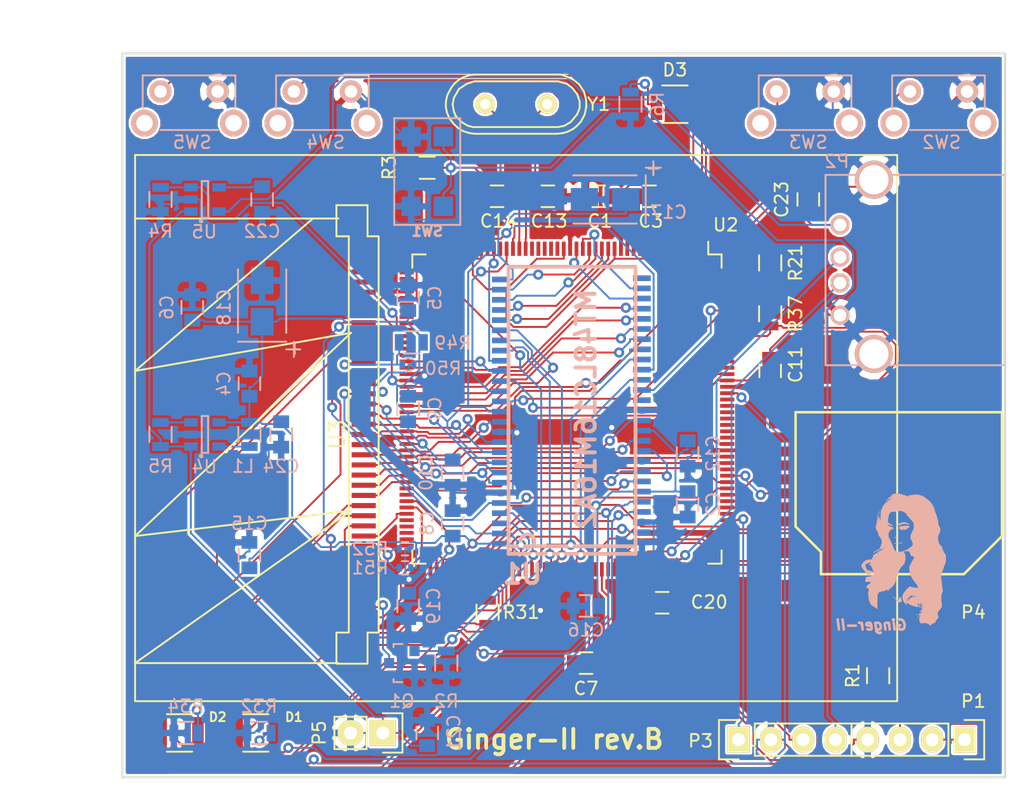
<source format=kicad_pcb>
(kicad_pcb (version 4) (host pcbnew 4.0.2+dfsg1-stable)
  (title_block (date 2018-07-15) (rev B))
  (layers (0 F.Cu signal) (31 B.Cu signal) (34 B.Paste user) (35 F.Paste user) (36 B.SilkS user) (37 F.SilkS user) (38 B.Mask user) (39 F.Mask user) (44 Edge.Cuts user))
  (net 0 "")
  (net 1 +3V3)
  (net 2 GND)
  (net 3 "Net-(C13-Pad1)")
  (net 4 "Net-(C14-Pad1)")
  (net 5 "Net-(C19-Pad1)")
  (net 6 "Net-(C20-Pad2)")
  (net 7 "Net-(D1-Pad1)")
  (net 8 "Net-(D1-Pad2)")
  (net 9 "Net-(D2-Pad1)")
  (net 10 "Net-(D2-Pad2)")
  (net 11 /sdr_a4)
  (net 12 /sdr_a5)
  (net 13 /sdr_a6)
  (net 14 /sdr_a7)
  (net 15 /sdr_a8)
  (net 16 /sdr_a9)
  (net 17 /sdr_a11)
  (net 18 /sdr_a12)
  (net 19 /sdr_cke)
  (net 20 /sdr_clk)
  (net 21 /sdr_dqmh)
  (net 22 /sdr_d8)
  (net 23 /sdr_d9)
  (net 24 /sdr_d10)
  (net 25 /sdr_d11)
  (net 26 /sdr_d12)
  (net 27 /sdr_d13)
  (net 28 /sdr_d14)
  (net 29 /sdr_d15)
  (net 30 /sdr_d0)
  (net 31 /sdr_d1)
  (net 32 /sdr_d2)
  (net 33 /sdr_d3)
  (net 34 /sdr_d4)
  (net 35 /sdr_d5)
  (net 36 /sdr_d6)
  (net 37 /sdr_d7)
  (net 38 /sdr_dqml)
  (net 39 /sdr_we)
  (net 40 /sdr_cas)
  (net 41 /sdr_ras)
  (net 42 /sdr_cs)
  (net 43 /sdr_ba0)
  (net 44 /sdr_ba1)
  (net 45 /sdr_a10)
  (net 46 /sdr_a0)
  (net 47 /sdr_a1)
  (net 48 /sdr_a2)
  (net 49 /sdr_a3)
  (net 50 "Net-(P1-Pad2)")
  (net 51 "Net-(P1-Pad3)")
  (net 52 "Net-(P2-Pad3)")
  (net 53 "Net-(P2-Pad2)")
  (net 54 "Net-(P3-Pad1)")
  (net 55 /cpu_rst)
  (net 56 /sd_b2)
  (net 57 /sd_b3)
  (net 58 /sd_cmd)
  (net 59 /sd_clk)
  (net 60 /sd_b0)
  (net 61 /sd_b1)
  (net 62 "Net-(R21-Pad1)")
  (net 63 "Net-(R31-Pad2)")
  (net 64 /cpu_boot)
  (net 65 "Net-(R49-Pad1)")
  (net 66 /tft_rd)
  (net 67 "Net-(R51-Pad1)")
  (net 68 "Net-(SW2-Pad2)")
  (net 69 "Net-(SW3-Pad2)")
  (net 70 "Net-(SW4-Pad2)")
  (net 71 "Net-(SW5-Pad2)")
  (net 72 /LCD1_LK1)
  (net 73 /tft_fsync)
  (net 74 /tft_rst)
  (net 75 /tft_cs)
  (net 76 /tft_wr)
  (net 77 /tft_rs)
  (net 78 "Net-(P3-Pad3)")
  (net 79 "Net-(P1-Pad1)")
  (net 80 +5V)
  (net 81 "Net-(C21-Pad1)")
  (net 82 "Net-(C22-Pad1)")
  (net 83 "Net-(D3-Pad1)")
  (net 84 "Net-(L1-Pad1)")
  (net 85 "Net-(Q1-Pad1)")
  (net 86 /usb_pon)
  (net 87 "Net-(R5-Pad2)")
  (module Resistors_SMD:R_0805 (layer B.Cu) (at 114 112.5 180)
    (fp_text reference R34 (at 0 2.1 180) (layer B.SilkS) (effects (justify mirror)))
    (fp_text value 330)
    (pad 1 smd rect (at -0.95 0 180) (size 0.7 1.3) (layers B.Cu B.Paste B.Mask) (net 9 "Net-(D2-Pad1)"))
    (pad 2 smd rect (at 0.95 0 180) (size 0.7 1.3) (layers B.Cu B.Paste B.Mask) (net 2 GND))
  )
  (module Capacitors_SMD:C_0805 (layer F.Cu) (at 146.5 70.25 180)
    (fp_text reference C1 (at -0.1 -1.95 180) (layer F.SilkS))
    (fp_text value 100n)
    (pad 1 smd rect (at -1 0 180) (size 1 1.25) (layers F.Cu F.Paste F.Mask) (net 1 +3V3))
    (pad 2 smd rect (at 1 0 180) (size 1 1.25) (layers F.Cu F.Paste F.Mask) (net 2 GND))
  )
  (module Capacitors_SMD:C_0805 (layer B.Cu) (at 153.5 94.5 270)
    (fp_text reference C2 (at 0 -2 450) (layer B.SilkS) (effects (justify mirror)))
    (fp_text value 100n)
    (pad 1 smd rect (at -1 0 270) (size 1 1.25) (layers B.Cu B.Paste B.Mask) (net 1 +3V3))
    (pad 2 smd rect (at 1 0 270) (size 1 1.25) (layers B.Cu B.Paste B.Mask) (net 2 GND))
  )
  (module Capacitors_SMD:C_0805 (layer F.Cu) (at 150.5 70.25 180)
    (fp_text reference C3 (at -0.1 -1.95 180) (layer F.SilkS))
    (fp_text value 100n)
    (pad 1 smd rect (at -1 0 180) (size 1 1.25) (layers F.Cu F.Paste F.Mask) (net 1 +3V3))
    (pad 2 smd rect (at 1 0 180) (size 1 1.25) (layers F.Cu F.Paste F.Mask) (net 2 GND))
  )
  (module Capacitors_SMD:C_0805 (layer B.Cu) (at 119 85 90)
    (fp_text reference C4 (at 0 -2 90) (layer B.SilkS) (effects (justify mirror)))
    (fp_text value 100n)
    (pad 1 smd rect (at -1 0 90) (size 1 1.25) (layers B.Cu B.Paste B.Mask) (net 1 +3V3))
    (pad 2 smd rect (at 1 0 90) (size 1 1.25) (layers B.Cu B.Paste B.Mask) (net 2 GND))
  )
  (module Capacitors_SMD:C_0805 (layer B.Cu) (at 131.5 78.25 90)
    (fp_text reference C5 (at 0 2.1 90) (layer B.SilkS) (effects (justify mirror)))
    (fp_text value 100n)
    (pad 1 smd rect (at -1 0 90) (size 1 1.25) (layers B.Cu B.Paste B.Mask) (net 1 +3V3))
    (pad 2 smd rect (at 1 0 90) (size 1 1.25) (layers B.Cu B.Paste B.Mask) (net 2 GND))
  )
  (module Capacitors_SMD:C_0805 (layer B.Cu) (at 114.5 79 90)
    (fp_text reference C6 (at 0 -2 270) (layer B.SilkS) (effects (justify mirror)))
    (fp_text value 100n)
    (pad 1 smd rect (at -1 0 90) (size 1 1.25) (layers B.Cu B.Paste B.Mask) (net 1 +3V3))
    (pad 2 smd rect (at 1 0 90) (size 1 1.25) (layers B.Cu B.Paste B.Mask) (net 2 GND))
  )
  (module Capacitors_SMD:C_0805 (layer F.Cu) (at 145.5 107)
    (fp_text reference C7 (at 0 2) (layer F.SilkS))
    (fp_text value 100n)
    (pad 1 smd rect (at -1 0) (size 1 1.25) (layers F.Cu F.Paste F.Mask) (net 1 +3V3))
    (pad 2 smd rect (at 1 0) (size 1 1.25) (layers F.Cu F.Paste F.Mask) (net 2 GND))
  )
  (module Capacitors_SMD:C_0805 (layer B.Cu) (at 135 96 90)
    (fp_text reference C8 (at 0 -2 270) (layer B.SilkS) (effects (justify mirror)))
    (fp_text value 100n)
    (pad 1 smd rect (at -1 0 90) (size 1 1.25) (layers B.Cu B.Paste B.Mask) (net 1 +3V3))
    (pad 2 smd rect (at 1 0 90) (size 1 1.25) (layers B.Cu B.Paste B.Mask) (net 2 GND))
  )
  (module Capacitors_SMD:C_0805 (layer B.Cu) (at 131.5 87 90)
    (fp_text reference C9 (at 0 2.1 90) (layer B.SilkS) (effects (justify mirror)))
    (fp_text value 100n)
    (pad 1 smd rect (at -1 0 90) (size 1 1.25) (layers B.Cu B.Paste B.Mask) (net 1 +3V3))
    (pad 2 smd rect (at 1 0 90) (size 1 1.25) (layers B.Cu B.Paste B.Mask) (net 2 GND))
  )
  (module Capacitors_SMD:C_0805 (layer B.Cu) (at 135 92 270)
    (fp_text reference C10 (at 0 2.1 270) (layer B.SilkS) (effects (justify mirror)))
    (fp_text value 100n)
    (pad 1 smd rect (at -1 0 270) (size 1 1.25) (layers B.Cu B.Paste B.Mask) (net 1 +3V3))
    (pad 2 smd rect (at 1 0 270) (size 1 1.25) (layers B.Cu B.Paste B.Mask) (net 2 GND))
  )
  (module Capacitors_SMD:C_0805 (layer F.Cu) (at 160 84 270)
    (fp_text reference C11 (at -0.5 -2 270) (layer F.SilkS))
    (fp_text value 100n)
    (pad 1 smd rect (at -1 0 270) (size 1 1.25) (layers F.Cu F.Paste F.Mask) (net 1 +3V3))
    (pad 2 smd rect (at 1 0 270) (size 1 1.25) (layers F.Cu F.Paste F.Mask) (net 2 GND))
  )
  (module Capacitors_SMD:C_0805 (layer B.Cu) (at 153.5 90.5 270)
    (fp_text reference C12 (at 0 -2 270) (layer B.SilkS) (effects (justify mirror)))
    (fp_text value 100n)
    (pad 1 smd rect (at -1 0 270) (size 1 1.25) (layers B.Cu B.Paste B.Mask) (net 1 +3V3))
    (pad 2 smd rect (at 1 0 270) (size 1 1.25) (layers B.Cu B.Paste B.Mask) (net 2 GND))
  )
  (module Capacitors_SMD:C_0805 (layer F.Cu) (at 142.5 70.25)
    (fp_text reference C13 (at 0.1 1.95) (layer F.SilkS))
    (fp_text value 20p)
    (pad 1 smd rect (at -1 0) (size 1 1.25) (layers F.Cu F.Paste F.Mask) (net 3 "Net-(C13-Pad1)"))
    (pad 2 smd rect (at 1 0) (size 1 1.25) (layers F.Cu F.Paste F.Mask) (net 2 GND))
  )
  (module Capacitors_SMD:C_0805 (layer F.Cu) (at 138.5 70.25 180)
    (fp_text reference C14 (at -0.1 -1.95 180) (layer F.SilkS))
    (fp_text value 20p)
    (pad 1 smd rect (at -1 0 180) (size 1 1.25) (layers F.Cu F.Paste F.Mask) (net 4 "Net-(C14-Pad1)"))
    (pad 2 smd rect (at 1 0 180) (size 1 1.25) (layers F.Cu F.Paste F.Mask) (net 2 GND))
  )
  (module Capacitors_SMD:C_0805 (layer B.Cu) (at 119 98.5 90)
    (fp_text reference C15 (at 2.5 0 360) (layer B.SilkS) (effects (justify mirror)))
    (fp_text value 100n)
    (pad 1 smd rect (at -1 0 90) (size 1 1.25) (layers B.Cu B.Paste B.Mask) (net 1 +3V3))
    (pad 2 smd rect (at 1 0 90) (size 1 1.25) (layers B.Cu B.Paste B.Mask) (net 2 GND))
  )
  (module Capacitors_SMD:C_0805 (layer B.Cu) (at 145.5 102.5 180)
    (fp_text reference C16 (at 0 -1.9 180) (layer B.SilkS) (effects (justify mirror)))
    (fp_text value 100n)
    (pad 1 smd rect (at -1 0 180) (size 1 1.25) (layers B.Cu B.Paste B.Mask) (net 1 +3V3))
    (pad 2 smd rect (at 1 0 180) (size 1 1.25) (layers B.Cu B.Paste B.Mask) (net 2 GND))
  )
  (module Capacitors_Tantalum_SMD:TantalC_SizeB_EIA-3528_Wave (layer B.Cu) (at 147 70.5 180)
    (fp_text reference C17 (at -5 -1 180) (layer B.SilkS) (effects (justify mirror)))
    (fp_text value 47u)
    (fp_text user + (at -3.79984 2.49936 180) (layer B.SilkS) (effects (justify mirror)))
    (pad 2 smd rect (at 1.6256 0 180) (size 2.14884 1.80086) (layers B.Cu B.Paste B.Mask) (net 2 GND))
    (pad 1 smd rect (at -1.6256 0 180) (size 2.14884 1.80086) (layers B.Cu B.Paste B.Mask) (net 1 +3V3))
  )
  (module Capacitors_Tantalum_SMD:TantalC_SizeB_EIA-3528_Wave (layer B.Cu) (at 120 78.5 90)
    (fp_text reference C18 (at -0.5 -3 270) (layer B.SilkS) (effects (justify mirror)))
    (fp_text value 47u)
    (fp_text user + (at -3.79984 2.49936 90) (layer B.SilkS) (effects (justify mirror)))
    (pad 2 smd rect (at 1.6256 0 90) (size 2.14884 1.80086) (layers B.Cu B.Paste B.Mask) (net 2 GND))
    (pad 1 smd rect (at -1.6256 0 90) (size 2.14884 1.80086) (layers B.Cu B.Paste B.Mask) (net 1 +3V3))
  )
  (module Capacitors_SMD:C_0805 (layer B.Cu) (at 131.5 102.5 270)
    (fp_text reference C19 (at 0 -2 450) (layer B.SilkS) (effects (justify mirror)))
    (fp_text value 2.2u)
    (pad 1 smd rect (at -1 0 270) (size 1 1.25) (layers B.Cu B.Paste B.Mask) (net 5 "Net-(C19-Pad1)"))
    (pad 2 smd rect (at 1 0 270) (size 1 1.25) (layers B.Cu B.Paste B.Mask) (net 2 GND))
  )
  (module Capacitors_SMD:C_0805 (layer F.Cu) (at 151.5 102.25 180)
    (fp_text reference C20 (at -3.7 0.05 180) (layer F.SilkS))
    (fp_text value 2.2u)
    (pad 1 smd rect (at -1 0 180) (size 1 1.25) (layers F.Cu F.Paste F.Mask) (net 2 GND))
    (pad 2 smd rect (at 1 0 180) (size 1 1.25) (layers F.Cu F.Paste F.Mask) (net 6 "Net-(C20-Pad2)"))
  )
  (module Resistors_SMD:R_1210 (layer F.Cu) (at 119.5 112.5 180)
    (fp_text reference D1 (at -3 1.25 180) (layer F.SilkS) (effects (font (size 0.7 0.7))))
    (fp_text value LD1)
    (pad 1 smd rect (at -1.45 0 180) (size 0.9 2.5) (layers F.Cu F.Paste F.Mask) (net 7 "Net-(D1-Pad1)"))
    (pad 2 smd rect (at 1.45 0 180) (size 0.9 2.5) (layers F.Cu F.Paste F.Mask) (net 8 "Net-(D1-Pad2)"))
  )
  (module Resistors_SMD:R_1210 (layer F.Cu) (at 113.5 112.5 180)
    (fp_text reference D2 (at -3 1.25 180) (layer F.SilkS) (effects (font (size 0.7 0.7))))
    (fp_text value LD2)
    (pad 1 smd rect (at -1.45 0 180) (size 0.9 2.5) (layers F.Cu F.Paste F.Mask) (net 9 "Net-(D2-Pad1)"))
    (pad 2 smd rect (at 1.45 0 180) (size 0.9 2.5) (layers F.Cu F.Paste F.Mask) (net 10 "Net-(D2-Pad2)"))
  )
  (module Connect:USB_A (layer B.Cu) (at 165.5 72.5 270)
    (fp_text reference P2 (at -5 0.25 540) (layer B.SilkS) (effects (justify mirror)))
    (fp_text value USB_HOST)
    (pad 4 thru_hole circle (at 7.11286 0.00212) (size 1.50114 1.50114) (drill 1.00076) (layers *.Cu *.Mask B.SilkS) (net 2 GND))
    (pad 3 thru_hole circle (at 4.57286 0.00212) (size 1.50114 1.50114) (drill 1.00076) (layers *.Cu *.Mask B.SilkS) (net 52 "Net-(P2-Pad3)"))
    (pad 2 thru_hole circle (at 2.54086 0.00212) (size 1.50114 1.50114) (drill 1.00076) (layers *.Cu *.Mask B.SilkS) (net 53 "Net-(P2-Pad2)"))
    (pad 1 thru_hole circle (at 0.00086 0.00212) (size 1.50114 1.50114) (drill 1.00076) (layers *.Cu *.Mask B.SilkS) (net 80 +5V))
    (pad 5 thru_hole circle (at 10.16086 -2.66488) (size 2.99974 2.99974) (drill 2.30124) (layers *.Cu *.Mask B.SilkS) (net 2 GND))
    (pad 5 thru_hole circle (at -3.55514 -2.66488) (size 2.99974 2.99974) (drill 2.30124) (layers *.Cu *.Mask B.SilkS) (net 2 GND))
  )
  (module Pin_Headers:Pin_Header_Straight_1x04 (layer F.Cu) (at 157.52 113.03 90)
    (fp_text reference P3 (at -0.1 -3 180) (layer F.SilkS))
    (fp_text value SWD)
    (pad 1 thru_hole rect (at 0 0 90) (size 2.032 1.7272) (drill 1.016) (layers *.Cu *.Mask F.SilkS) (net 54 "Net-(P3-Pad1)"))
    (pad 2 thru_hole oval (at 0 2.54 90) (size 2.032 1.7272) (drill 1.016) (layers *.Cu *.Mask F.SilkS) (net 2 GND))
    (pad 3 thru_hole oval (at 0 5.08 90) (size 2.032 1.7272) (drill 1.016) (layers *.Cu *.Mask F.SilkS) (net 78 "Net-(P3-Pad3)"))
    (pad 4 thru_hole oval (at 0 7.62 90) (size 2.032 1.7272) (drill 1.016) (layers *.Cu *.Mask F.SilkS) (net 55 /cpu_rst))
  )
  (module "molex sd slot 2:microSD" (layer F.Cu) (at 169 93 90)
    (fp_text reference P4 (at -10 7 180) (layer F.SilkS))
    (fp_text value microSD hide)
    (pad 1 smd rect (at -2.84 -8.2 90) (size 0.8 1.8) (layers F.Cu F.Paste F.Mask) (net 56 /sd_b2))
    (pad 2 smd rect (at -1.74 -8.2 90) (size 0.8 1.8) (layers F.Cu F.Paste F.Mask) (net 57 /sd_b3))
    (pad 3 smd rect (at -0.64 -8.2 90) (size 0.8 1.8) (layers F.Cu F.Paste F.Mask) (net 58 /sd_cmd))
    (pad 4 smd rect (at 0.46 -8.2 90) (size 0.8 1.8) (layers F.Cu F.Paste F.Mask) (net 1 +3V3))
    (pad 5 smd rect (at 1.56 -8.2 90) (size 0.8 1.8) (layers F.Cu F.Paste F.Mask) (net 59 /sd_clk))
    (pad 6 smd rect (at 2.66 -8.2 90) (size 0.8 1.8) (layers F.Cu F.Paste F.Mask) (net 2 GND))
    (pad 7 smd rect (at 3.76 -8.2 90) (size 0.8 1.8) (layers F.Cu F.Paste F.Mask) (net 60 /sd_b0))
    (pad 8 smd rect (at 4.86 -8.2 90) (size 0.8 1.8) (layers F.Cu F.Paste F.Mask) (net 61 /sd_b1))
    (pad 11 smd rect (at -4.94 -7.65 90) (size 1.6 1.55) (layers F.Cu F.Paste F.Mask))
    (pad SLD smd rect (at -7.6 7.85 90) (size 1.7 1.9) (layers F.Cu F.Paste F.Mask) (clearance 0.2))
    (pad SLD smd rect (at -8.3 3.05 90) (size 1.7 3) (layers F.Cu F.Paste F.Mask) (clearance 0.2))
    (pad SLD smd rect (at -8.3 -6.6 90) (size 1.7 3) (layers F.Cu F.Paste F.Mask) (clearance 0.2))
    (pad 9 smd rect (at 7 -5.5 90) (size 1.55 2.8) (layers F.Cu F.Paste F.Mask))
    (pad 10 smd rect (at 7 2.1 90) (size 1.55 2.1) (layers F.Cu F.Paste F.Mask))
    (pad SLD smd rect (at 7 6.9 90) (size 1.7 2.2) (layers F.Cu F.Paste F.Mask))
  )
  (module Resistors_SMD:R_0805 (layer F.Cu) (at 133 68)
    (fp_text reference R3 (at -3 0 270) (layer F.SilkS))
    (fp_text value 10k)
    (pad 1 smd rect (at -0.95 0) (size 0.7 1.3) (layers F.Cu F.Paste F.Mask) (net 1 +3V3))
    (pad 2 smd rect (at 0.95 0) (size 0.7 1.3) (layers F.Cu F.Paste F.Mask) (net 55 /cpu_rst))
  )
  (module Resistors_SMD:R_0805 (layer F.Cu) (at 160 75.5 90)
    (fp_text reference R21 (at 0 2 90) (layer F.SilkS))
    (fp_text value 10k)
    (pad 1 smd rect (at -0.95 0 90) (size 0.7 1.3) (layers F.Cu F.Paste F.Mask) (net 62 "Net-(R21-Pad1)"))
    (pad 2 smd rect (at 0.95 0 90) (size 0.7 1.3) (layers F.Cu F.Paste F.Mask) (net 1 +3V3))
  )
  (module Resistors_SMD:R_0805 (layer F.Cu) (at 137.75 103 90)
    (fp_text reference R31 (at 0 2.65 180) (layer F.SilkS))
    (fp_text value 1k)
    (pad 1 smd rect (at -0.95 0 90) (size 0.7 1.3) (layers F.Cu F.Paste F.Mask) (net 73 /tft_fsync))
    (pad 2 smd rect (at 0.95 0 90) (size 0.7 1.3) (layers F.Cu F.Paste F.Mask) (net 63 "Net-(R31-Pad2)"))
  )
  (module Resistors_SMD:R_0805 (layer B.Cu) (at 119.75 112.5 180)
    (fp_text reference R32 (at 0 2.1 180) (layer B.SilkS) (effects (justify mirror)))
    (fp_text value 330)
    (pad 1 smd rect (at -0.95 0 180) (size 0.7 1.3) (layers B.Cu B.Paste B.Mask) (net 7 "Net-(D1-Pad1)"))
    (pad 2 smd rect (at 0.95 0 180) (size 0.7 1.3) (layers B.Cu B.Paste B.Mask) (net 2 GND))
  )
  (module Resistors_SMD:R_0805 (layer F.Cu) (at 160 79.5 270)
    (fp_text reference R37 (at 0 -2 270) (layer F.SilkS))
    (fp_text value 10k)
    (pad 1 smd rect (at -0.95 0 270) (size 0.7 1.3) (layers F.Cu F.Paste F.Mask) (net 2 GND))
    (pad 2 smd rect (at 0.95 0 270) (size 0.7 1.3) (layers F.Cu F.Paste F.Mask) (net 64 /cpu_boot))
  )
  (module Resistors_SMD:R_0805 (layer B.Cu) (at 131.75 81.75)
    (fp_text reference R49 (at 3.25 0.05) (layer B.SilkS) (effects (justify mirror)))
    (fp_text value 10k)
    (pad 1 smd rect (at -0.95 0) (size 0.7 1.3) (layers B.Cu B.Paste B.Mask) (net 65 "Net-(R49-Pad1)"))
    (pad 2 smd rect (at 0.95 0) (size 0.7 1.3) (layers B.Cu B.Paste B.Mask) (net 1 +3V3))
  )
  (module Resistors_SMD:R_0402 (layer B.Cu) (at 131.5 83.5)
    (fp_text reference R50 (at 2.75 0.3) (layer B.SilkS) (effects (justify mirror)))
    (fp_text value DNP)
    (pad 1 smd rect (at -0.45 0) (size 0.4 0.6) (layers B.Cu B.Paste B.Mask) (net 65 "Net-(R49-Pad1)"))
    (pad 2 smd rect (at 0.45 0) (size 0.4 0.6) (layers B.Cu B.Paste B.Mask) (net 66 /tft_rd))
  )
  (module Resistors_SMD:R_0402 (layer B.Cu) (at 131.25 99.5)
    (fp_text reference R51 (at -2.75 0) (layer B.SilkS) (effects (justify mirror)))
    (fp_text value 0)
    (pad 1 smd rect (at -0.45 0) (size 0.4 0.6) (layers B.Cu B.Paste B.Mask) (net 67 "Net-(R51-Pad1)"))
    (pad 2 smd rect (at 0.45 0) (size 0.4 0.6) (layers B.Cu B.Paste B.Mask) (net 1 +3V3))
  )
  (module Resistors_SMD:R_0402 (layer B.Cu) (at 131.25 98)
    (fp_text reference R52 (at -2.75 0) (layer B.SilkS) (effects (justify mirror)))
    (fp_text value DNP)
    (pad 1 smd rect (at -0.45 0) (size 0.4 0.6) (layers B.Cu B.Paste B.Mask) (net 67 "Net-(R51-Pad1)"))
    (pad 2 smd rect (at 0.45 0) (size 0.4 0.6) (layers B.Cu B.Paste B.Mask) (net 2 GND))
  )
  (module button_bourns:but_7914G (layer B.Cu) (at 133 68.5)
    (fp_text reference SW1 (at 0 4.5 180) (layer B.SilkS) (effects (font (size 0.8 0.8) (thickness 0.2)) (justify mirror)))
    (fp_text value RST hide)
    (pad 1 smd rect (at -1.27 2.54) (size 1.524 1.524) (layers B.Cu B.Paste B.Mask) (net 2 GND))
    (pad 2 smd rect (at 1.27 2.54) (size 1.524 1.524) (layers B.Cu B.Paste B.Mask) (net 55 /cpu_rst))
    (pad 1 smd rect (at -1.27 -2.9464) (size 1.524 1.524) (layers B.Cu B.Paste B.Mask) (net 2 GND))
    (pad 2 smd rect (at 1.27 -2.9464) (size 1.524 1.524) (layers B.Cu B.Paste B.Mask) (net 55 /cpu_rst))
  )
  (module Buttons_Switches_ThroughHole:SW_Tactile_SPST_Angled (layer B.Cu) (at 175.5 62 180)
    (fp_text reference SW2 (at 2 -4 180) (layer B.SilkS) (effects (justify mirror)))
    (fp_text value B4)
    (pad "" thru_hole circle (at 5.76 -2.49 180) (size 2.1 2.1) (drill 1.3) (layers *.Cu *.Mask B.SilkS))
    (pad 2 thru_hole circle (at 4.5 0 180) (size 1.75 1.75) (drill 0.99) (layers *.Cu *.Mask B.SilkS) (net 68 "Net-(SW2-Pad2)"))
    (pad 1 thru_hole circle (at 0 0 180) (size 1.75 1.75) (drill 0.99) (layers *.Cu *.Mask B.SilkS) (net 2 GND))
    (pad "" thru_hole circle (at -1.25 -2.49 180) (size 2.1 2.1) (drill 1.3) (layers *.Cu *.Mask B.SilkS))
  )
  (module Buttons_Switches_ThroughHole:SW_Tactile_SPST_Angled (layer B.Cu) (at 165 62 180)
    (fp_text reference SW3 (at 2 -4 180) (layer B.SilkS) (effects (justify mirror)))
    (fp_text value B3)
    (pad "" thru_hole circle (at 5.76 -2.49 180) (size 2.1 2.1) (drill 1.3) (layers *.Cu *.Mask B.SilkS))
    (pad 2 thru_hole circle (at 4.5 0 180) (size 1.75 1.75) (drill 0.99) (layers *.Cu *.Mask B.SilkS) (net 69 "Net-(SW3-Pad2)"))
    (pad 1 thru_hole circle (at 0 0 180) (size 1.75 1.75) (drill 0.99) (layers *.Cu *.Mask B.SilkS) (net 2 GND))
    (pad "" thru_hole circle (at -1.25 -2.49 180) (size 2.1 2.1) (drill 1.3) (layers *.Cu *.Mask B.SilkS))
  )
  (module Buttons_Switches_ThroughHole:SW_Tactile_SPST_Angled (layer B.Cu) (at 127 62 180)
    (fp_text reference SW4 (at 2 -4 180) (layer B.SilkS) (effects (justify mirror)))
    (fp_text value B2)
    (pad "" thru_hole circle (at 5.76 -2.49 180) (size 2.1 2.1) (drill 1.3) (layers *.Cu *.Mask B.SilkS))
    (pad 2 thru_hole circle (at 4.5 0 180) (size 1.75 1.75) (drill 0.99) (layers *.Cu *.Mask B.SilkS) (net 70 "Net-(SW4-Pad2)"))
    (pad 1 thru_hole circle (at 0 0 180) (size 1.75 1.75) (drill 0.99) (layers *.Cu *.Mask B.SilkS) (net 2 GND))
    (pad "" thru_hole circle (at -1.25 -2.49 180) (size 2.1 2.1) (drill 1.3) (layers *.Cu *.Mask B.SilkS))
  )
  (module Buttons_Switches_ThroughHole:SW_Tactile_SPST_Angled (layer B.Cu) (at 116.5 62 180)
    (fp_text reference SW5 (at 2 -4 180) (layer B.SilkS) (effects (justify mirror)))
    (fp_text value B1)
    (pad "" thru_hole circle (at 5.76 -2.49 180) (size 2.1 2.1) (drill 1.3) (layers *.Cu *.Mask B.SilkS))
    (pad 2 thru_hole circle (at 4.5 0 180) (size 1.75 1.75) (drill 0.99) (layers *.Cu *.Mask B.SilkS) (net 71 "Net-(SW5-Pad2)"))
    (pad 1 thru_hole circle (at 0 0 180) (size 1.75 1.75) (drill 0.99) (layers *.Cu *.Mask B.SilkS) (net 2 GND))
    (pad "" thru_hole circle (at -1.25 -2.49 180) (size 2.1 2.1) (drill 1.3) (layers *.Cu *.Mask B.SilkS))
  )
  (module Crystals:Crystal_HC49-U_Vertical (layer F.Cu) (at 140 63 180)
    (fp_text reference Y1 (at -6.5 0 180) (layer F.SilkS))
    (fp_text value 20MHz)
    (pad 1 thru_hole circle (at -2.44094 0 180) (size 1.50114 1.50114) (drill 0.8001) (layers *.Cu *.Mask F.SilkS) (net 3 "Net-(C13-Pad1)"))
    (pad 2 thru_hole circle (at 2.44094 0 180) (size 1.50114 1.50114) (drill 0.8001) (layers *.Cu *.Mask F.SilkS) (net 4 "Net-(C14-Pad1)"))
  )
  (module Pin_Headers:Pin_Header_Straight_1x04 (layer F.Cu) (at 175.3 113.03 270)
    (fp_text reference P1 (at -3.03 -0.7 360) (layer F.SilkS))
    (fp_text value UART)
    (pad 1 thru_hole rect (at 0 0 270) (size 2.032 1.7272) (drill 1.016) (layers *.Cu *.Mask F.SilkS) (net 79 "Net-(P1-Pad1)"))
    (pad 2 thru_hole oval (at 0 2.54 270) (size 2.032 1.7272) (drill 1.016) (layers *.Cu *.Mask F.SilkS) (net 50 "Net-(P1-Pad2)"))
    (pad 3 thru_hole oval (at 0 5.08 270) (size 2.032 1.7272) (drill 1.016) (layers *.Cu *.Mask F.SilkS) (net 51 "Net-(P1-Pad3)"))
    (pad 4 thru_hole oval (at 0 7.62 270) (size 2.032 1.7272) (drill 1.016) (layers *.Cu *.Mask F.SilkS) (net 2 GND))
  )
  (module TO_SOT_Packages_SMD:SOT-23 (layer B.Cu) (at 131 107 270)
    (fp_text reference Q1 (at 3 0 360) (layer B.SilkS) (effects (justify mirror)))
    (fp_text value FDN337N)
    (pad 1 smd rect (at -0.95 -1.00076 270) (size 0.8001 0.8001) (layers B.Cu B.Paste B.Mask) (net 85 "Net-(Q1-Pad1)"))
    (pad 2 smd rect (at 0.95 -1.00076 270) (size 0.8001 0.8001) (layers B.Cu B.Paste B.Mask) (net 2 GND))
    (pad 3 smd rect (at 0 0.99822 270) (size 0.8001 0.8001) (layers B.Cu B.Paste B.Mask) (net 72 /LCD1_LK1))
  )
  (module Resistors_SMD:R_0805 (layer F.Cu) (at 168.5 108 270)
    (fp_text reference R1 (at 0 2 270) (layer F.SilkS))
    (fp_text value 1k)
    (pad 1 smd rect (at -0.95 0 270) (size 0.7 1.3) (layers F.Cu F.Paste F.Mask) (net 64 /cpu_boot))
    (pad 2 smd rect (at 0.95 0 270) (size 0.7 1.3) (layers F.Cu F.Paste F.Mask) (net 51 "Net-(P1-Pad3)"))
  )
  (module Resistors_SMD:R_0805 (layer B.Cu) (at 134.5 107 270)
    (fp_text reference R2 (at 3 0 360) (layer B.SilkS) (effects (justify mirror)))
    (fp_text value 10k)
    (pad 1 smd rect (at -0.95 0 270) (size 0.7 1.3) (layers B.Cu B.Paste B.Mask) (net 85 "Net-(Q1-Pad1)"))
    (pad 2 smd rect (at 0.95 0 270) (size 0.7 1.3) (layers B.Cu B.Paste B.Mask) (net 2 GND))
  )
  (module tsop-54:TSOP-54 (layer B.Cu) (at 144.5 87.5 90)
    (fp_text reference U1 (at -12.5 -4 180) (layer B.SilkS) (effects (font (thickness 0.3048)) (justify mirror)))
    (fp_text value MT48LC16M16A2 (at 0.50038 1.00076 90) (layer B.SilkS) (effects (font (thickness 0.3048)) (justify mirror)))
    (pad 28 smd rect (at 10.80008 5.40004 90) (size 0.44958 1.39954) (layers B.Cu B.Paste B.Mask))
    (pad 29 smd rect (at 9.99998 5.40004 90) (size 0.44958 1.39954) (layers B.Cu B.Paste B.Mask) (net 11 /sdr_a4))
    (pad 30 smd rect (at 9.19988 5.40004 90) (size 0.44958 1.39954) (layers B.Cu B.Paste B.Mask) (net 12 /sdr_a5))
    (pad 31 smd rect (at 8.39978 5.40004 90) (size 0.44958 1.39954) (layers B.Cu B.Paste B.Mask) (net 13 /sdr_a6))
    (pad 32 smd rect (at 7.59968 5.40004 90) (size 0.44958 1.39954) (layers B.Cu B.Paste B.Mask) (net 14 /sdr_a7))
    (pad 33 smd rect (at 6.79958 5.40004 90) (size 0.44958 1.39954) (layers B.Cu B.Paste B.Mask) (net 15 /sdr_a8))
    (pad 34 smd rect (at 5.99948 5.40004 90) (size 0.44958 1.39954) (layers B.Cu B.Paste B.Mask) (net 16 /sdr_a9))
    (pad 35 smd rect (at 5.19938 5.40004 90) (size 0.44958 1.39954) (layers B.Cu B.Paste B.Mask) (net 17 /sdr_a11))
    (pad 36 smd rect (at 4.39928 5.40004 90) (size 0.44958 1.39954) (layers B.Cu B.Paste B.Mask) (net 18 /sdr_a12))
    (pad 37 smd rect (at 3.59918 5.40004 90) (size 0.44958 1.39954) (layers B.Cu B.Paste B.Mask) (net 19 /sdr_cke))
    (pad 38 smd rect (at 2.79908 5.40004 90) (size 0.44958 1.39954) (layers B.Cu B.Paste B.Mask) (net 20 /sdr_clk))
    (pad 39 smd rect (at 1.99898 5.40004 90) (size 0.44958 1.39954) (layers B.Cu B.Paste B.Mask) (net 21 /sdr_dqmh))
    (pad 40 smd rect (at 1.19888 5.40004 90) (size 0.44958 1.39954) (layers B.Cu B.Paste B.Mask))
    (pad 41 smd rect (at 0.39878 5.40004 90) (size 0.44958 1.39954) (layers B.Cu B.Paste B.Mask) (net 2 GND))
    (pad 42 smd rect (at -0.40132 5.40004 90) (size 0.44958 1.39954) (layers B.Cu B.Paste B.Mask) (net 22 /sdr_d8))
    (pad 43 smd rect (at -1.19888 5.40004 90) (size 0.44958 1.39954) (layers B.Cu B.Paste B.Mask) (net 1 +3V3))
    (pad 44 smd rect (at -1.99898 5.40004 90) (size 0.44958 1.39954) (layers B.Cu B.Paste B.Mask) (net 23 /sdr_d9))
    (pad 45 smd rect (at -2.79908 5.40004 90) (size 0.44958 1.39954) (layers B.Cu B.Paste B.Mask) (net 24 /sdr_d10))
    (pad 46 smd rect (at -3.59918 5.40004 90) (size 0.44958 1.39954) (layers B.Cu B.Paste B.Mask) (net 2 GND))
    (pad 47 smd rect (at -4.39928 5.40004 90) (size 0.44958 1.39954) (layers B.Cu B.Paste B.Mask) (net 25 /sdr_d11))
    (pad 48 smd rect (at -5.19938 5.40004 90) (size 0.44958 1.39954) (layers B.Cu B.Paste B.Mask) (net 26 /sdr_d12))
    (pad 49 smd rect (at -5.99948 5.40004 90) (size 0.44958 1.39954) (layers B.Cu B.Paste B.Mask) (net 1 +3V3))
    (pad 50 smd rect (at -6.79958 5.40004 90) (size 0.44958 1.39954) (layers B.Cu B.Paste B.Mask) (net 27 /sdr_d13))
    (pad 51 smd rect (at -7.59968 5.40004 90) (size 0.44958 1.39954) (layers B.Cu B.Paste B.Mask) (net 28 /sdr_d14))
    (pad 52 smd rect (at -8.39978 5.40004 90) (size 0.44958 1.39954) (layers B.Cu B.Paste B.Mask) (net 2 GND))
    (pad 53 smd rect (at -9.19988 5.40004 90) (size 0.44958 1.39954) (layers B.Cu B.Paste B.Mask) (net 29 /sdr_d15))
    (pad 54 smd rect (at -9.99998 5.40004 90) (size 0.44958 1.39954) (layers B.Cu B.Paste B.Mask) (net 2 GND))
    (pad 1 smd rect (at -10.09904 -5.69976 90) (size 0.44958 1.39954) (layers B.Cu B.Paste B.Mask) (net 1 +3V3))
    (pad 2 smd rect (at -9.29894 -5.69976 90) (size 0.44958 1.39954) (layers B.Cu B.Paste B.Mask) (net 30 /sdr_d0))
    (pad 3 smd rect (at -8.49884 -5.69976 90) (size 0.44958 1.39954) (layers B.Cu B.Paste B.Mask) (net 1 +3V3))
    (pad 4 smd rect (at -7.69874 -5.69976 90) (size 0.44958 1.39954) (layers B.Cu B.Paste B.Mask) (net 31 /sdr_d1))
    (pad 5 smd rect (at -6.89864 -5.69976 90) (size 0.44958 1.39954) (layers B.Cu B.Paste B.Mask) (net 32 /sdr_d2))
    (pad 6 smd rect (at -6.09854 -5.69976 90) (size 0.44958 1.39954) (layers B.Cu B.Paste B.Mask) (net 2 GND))
    (pad 7 smd rect (at -5.29844 -5.69976 90) (size 0.44958 1.39954) (layers B.Cu B.Paste B.Mask) (net 33 /sdr_d3))
    (pad 8 smd rect (at -4.49834 -5.69976 90) (size 0.44958 1.39954) (layers B.Cu B.Paste B.Mask) (net 34 /sdr_d4))
    (pad 9 smd rect (at -3.69824 -5.69976 90) (size 0.44958 1.39954) (layers B.Cu B.Paste B.Mask) (net 1 +3V3))
    (pad 10 smd rect (at -2.89814 -5.69976 90) (size 0.44958 1.39954) (layers B.Cu B.Paste B.Mask) (net 35 /sdr_d5))
    (pad 11 smd rect (at -2.09804 -5.69976 90) (size 0.44958 1.39954) (layers B.Cu B.Paste B.Mask) (net 36 /sdr_d6))
    (pad 12 smd rect (at -1.29794 -5.69976 90) (size 0.44958 1.39954) (layers B.Cu B.Paste B.Mask) (net 2 GND))
    (pad 13 smd rect (at -0.50038 -5.69976 90) (size 0.44958 1.39954) (layers B.Cu B.Paste B.Mask) (net 37 /sdr_d7))
    (pad 14 smd rect (at 0.29972 -5.69976 90) (size 0.44958 1.39954) (layers B.Cu B.Paste B.Mask) (net 1 +3V3))
    (pad 15 smd rect (at 1.09982 -5.69976 90) (size 0.44958 1.39954) (layers B.Cu B.Paste B.Mask) (net 38 /sdr_dqml))
    (pad 16 smd rect (at 1.89992 -5.69976 90) (size 0.44958 1.39954) (layers B.Cu B.Paste B.Mask) (net 39 /sdr_we))
    (pad 17 smd rect (at 2.70002 -5.69976 90) (size 0.44958 1.39954) (layers B.Cu B.Paste B.Mask) (net 40 /sdr_cas))
    (pad 18 smd rect (at 3.50012 -5.69976 90) (size 0.44958 1.39954) (layers B.Cu B.Paste B.Mask) (net 41 /sdr_ras))
    (pad 19 smd rect (at 4.30022 -5.69976 90) (size 0.44958 1.39954) (layers B.Cu B.Paste B.Mask) (net 42 /sdr_cs))
    (pad 20 smd rect (at 5.10032 -5.69976 90) (size 0.44958 1.39954) (layers B.Cu B.Paste B.Mask) (net 43 /sdr_ba0))
    (pad 21 smd rect (at 5.90042 -5.69976 90) (size 0.44958 1.39954) (layers B.Cu B.Paste B.Mask) (net 44 /sdr_ba1))
    (pad 22 smd rect (at 6.70052 -5.69976 90) (size 0.44958 1.39954) (layers B.Cu B.Paste B.Mask) (net 45 /sdr_a10))
    (pad 23 smd rect (at 7.50062 -5.69976 90) (size 0.44958 1.39954) (layers B.Cu B.Paste B.Mask) (net 46 /sdr_a0))
    (pad 24 smd rect (at 8.30072 -5.69976 90) (size 0.44958 1.39954) (layers B.Cu B.Paste B.Mask) (net 47 /sdr_a1))
    (pad 25 smd rect (at 9.10082 -5.69976 90) (size 0.44958 1.39954) (layers B.Cu B.Paste B.Mask) (net 48 /sdr_a2))
    (pad 26 smd rect (at 9.90092 -5.69976 90) (size 0.44958 1.39954) (layers B.Cu B.Paste B.Mask) (net 49 /sdr_a3))
    (pad 27 smd rect (at 10.70102 -5.69976 90) (size 0.44958 1.39954) (layers B.Cu B.Paste B.Mask) (net 1 +3V3))
  )
  (module Housings_QFP:LQFP-176_24x24mm_Pitch0.5mm (layer F.Cu) (at 144 87 270)
    (fp_text reference U2 (at -14.5 -12.5 360) (layer F.SilkS))
    (fp_text value STM32F767IIT6)
    (pad 1 smd rect (at -12.62 -10.75 270) (size 1.12 0.3) (layers F.Cu F.Paste F.Mask) (net 71 "Net-(SW5-Pad2)"))
    (pad 2 smd rect (at -12.62 -10.25 270) (size 1.12 0.3) (layers F.Cu F.Paste F.Mask) (net 70 "Net-(SW4-Pad2)"))
    (pad 3 smd rect (at -12.62 -9.75 270) (size 1.12 0.3) (layers F.Cu F.Paste F.Mask) (net 69 "Net-(SW3-Pad2)"))
    (pad 4 smd rect (at -12.62 -9.25 270) (size 1.12 0.3) (layers F.Cu F.Paste F.Mask) (net 68 "Net-(SW2-Pad2)"))
    (pad 5 smd rect (at -12.62 -8.75 270) (size 1.12 0.3) (layers F.Cu F.Paste F.Mask))
    (pad 6 smd rect (at -12.62 -8.25 270) (size 1.12 0.3) (layers F.Cu F.Paste F.Mask) (net 1 +3V3))
    (pad 7 smd rect (at -12.62 -7.75 270) (size 1.12 0.3) (layers F.Cu F.Paste F.Mask))
    (pad 8 smd rect (at -12.62 -7.25 270) (size 1.12 0.3) (layers F.Cu F.Paste F.Mask))
    (pad 9 smd rect (at -12.62 -6.75 270) (size 1.12 0.3) (layers F.Cu F.Paste F.Mask))
    (pad 10 smd rect (at -12.62 -6.25 270) (size 1.12 0.3) (layers F.Cu F.Paste F.Mask))
    (pad 11 smd rect (at -12.62 -5.75 270) (size 1.12 0.3) (layers F.Cu F.Paste F.Mask))
    (pad 12 smd rect (at -12.62 -5.25 270) (size 1.12 0.3) (layers F.Cu F.Paste F.Mask))
    (pad 13 smd rect (at -12.62 -4.75 270) (size 1.12 0.3) (layers F.Cu F.Paste F.Mask))
    (pad 14 smd rect (at -12.62 -4.25 270) (size 1.12 0.3) (layers F.Cu F.Paste F.Mask) (net 2 GND))
    (pad 15 smd rect (at -12.62 -3.75 270) (size 1.12 0.3) (layers F.Cu F.Paste F.Mask) (net 1 +3V3))
    (pad 16 smd rect (at -12.62 -3.25 270) (size 1.12 0.3) (layers F.Cu F.Paste F.Mask) (net 46 /sdr_a0))
    (pad 17 smd rect (at -12.62 -2.75 270) (size 1.12 0.3) (layers F.Cu F.Paste F.Mask) (net 47 /sdr_a1))
    (pad 18 smd rect (at -12.62 -2.25 270) (size 1.12 0.3) (layers F.Cu F.Paste F.Mask) (net 48 /sdr_a2))
    (pad 19 smd rect (at -12.62 -1.75 270) (size 1.12 0.3) (layers F.Cu F.Paste F.Mask) (net 49 /sdr_a3))
    (pad 20 smd rect (at -12.62 -1.25 270) (size 1.12 0.3) (layers F.Cu F.Paste F.Mask) (net 11 /sdr_a4))
    (pad 21 smd rect (at -12.62 -0.75 270) (size 1.12 0.3) (layers F.Cu F.Paste F.Mask) (net 12 /sdr_a5))
    (pad 22 smd rect (at -12.62 -0.25 270) (size 1.12 0.3) (layers F.Cu F.Paste F.Mask) (net 2 GND))
    (pad 23 smd rect (at -12.62 0.25 270) (size 1.12 0.3) (layers F.Cu F.Paste F.Mask) (net 1 +3V3))
    (pad 24 smd rect (at -12.62 0.75 270) (size 1.12 0.3) (layers F.Cu F.Paste F.Mask))
    (pad 25 smd rect (at -12.62 1.25 270) (size 1.12 0.3) (layers F.Cu F.Paste F.Mask))
    (pad 26 smd rect (at -12.62 1.75 270) (size 1.12 0.3) (layers F.Cu F.Paste F.Mask))
    (pad 27 smd rect (at -12.62 2.25 270) (size 1.12 0.3) (layers F.Cu F.Paste F.Mask))
    (pad 28 smd rect (at -12.62 2.75 270) (size 1.12 0.3) (layers F.Cu F.Paste F.Mask))
    (pad 29 smd rect (at -12.62 3.25 270) (size 1.12 0.3) (layers F.Cu F.Paste F.Mask) (net 3 "Net-(C13-Pad1)"))
    (pad 30 smd rect (at -12.62 3.75 270) (size 1.12 0.3) (layers F.Cu F.Paste F.Mask) (net 4 "Net-(C14-Pad1)"))
    (pad 31 smd rect (at -12.62 4.25 270) (size 1.12 0.3) (layers F.Cu F.Paste F.Mask) (net 55 /cpu_rst))
    (pad 32 smd rect (at -12.62 4.75 270) (size 1.12 0.3) (layers F.Cu F.Paste F.Mask) (net 39 /sdr_we))
    (pad 33 smd rect (at -12.62 5.25 270) (size 1.12 0.3) (layers F.Cu F.Paste F.Mask))
    (pad 34 smd rect (at -12.62 5.75 270) (size 1.12 0.3) (layers F.Cu F.Paste F.Mask) (net 42 /sdr_cs))
    (pad 35 smd rect (at -12.62 6.25 270) (size 1.12 0.3) (layers F.Cu F.Paste F.Mask) (net 19 /sdr_cke))
    (pad 36 smd rect (at -12.62 6.75 270) (size 1.12 0.3) (layers F.Cu F.Paste F.Mask) (net 1 +3V3))
    (pad 37 smd rect (at -12.62 7.25 270) (size 1.12 0.3) (layers F.Cu F.Paste F.Mask) (net 2 GND))
    (pad 38 smd rect (at -12.62 7.75 270) (size 1.12 0.3) (layers F.Cu F.Paste F.Mask) (net 1 +3V3))
    (pad 39 smd rect (at -12.62 8.25 270) (size 1.12 0.3) (layers F.Cu F.Paste F.Mask) (net 1 +3V3))
    (pad 40 smd rect (at -12.62 8.75 270) (size 1.12 0.3) (layers F.Cu F.Paste F.Mask) (net 85 "Net-(Q1-Pad1)"))
    (pad 41 smd rect (at -12.62 9.25 270) (size 1.12 0.3) (layers F.Cu F.Paste F.Mask))
    (pad 42 smd rect (at -12.62 9.75 270) (size 1.12 0.3) (layers F.Cu F.Paste F.Mask))
    (pad 43 smd rect (at -12.62 10.25 270) (size 1.12 0.3) (layers F.Cu F.Paste F.Mask))
    (pad 44 smd rect (at -12.62 10.75 270) (size 1.12 0.3) (layers F.Cu F.Paste F.Mask))
    (pad 45 smd rect (at -10.75 12.62) (size 1.12 0.3) (layers F.Cu F.Paste F.Mask))
    (pad 46 smd rect (at -10.25 12.62) (size 1.12 0.3) (layers F.Cu F.Paste F.Mask))
    (pad 47 smd rect (at -9.75 12.62) (size 1.12 0.3) (layers F.Cu F.Paste F.Mask))
    (pad 48 smd rect (at -9.25 12.62) (size 1.12 0.3) (layers F.Cu F.Paste F.Mask) (net 2 GND))
    (pad 49 smd rect (at -8.75 12.62) (size 1.12 0.3) (layers F.Cu F.Paste F.Mask) (net 1 +3V3))
    (pad 50 smd rect (at -8.25 12.62) (size 1.12 0.3) (layers F.Cu F.Paste F.Mask))
    (pad 51 smd rect (at -7.75 12.62) (size 1.12 0.3) (layers F.Cu F.Paste F.Mask))
    (pad 52 smd rect (at -7.25 12.62) (size 1.12 0.3) (layers F.Cu F.Paste F.Mask))
    (pad 53 smd rect (at -6.75 12.62) (size 1.12 0.3) (layers F.Cu F.Paste F.Mask))
    (pad 54 smd rect (at -6.25 12.62) (size 1.12 0.3) (layers F.Cu F.Paste F.Mask) (net 86 /usb_pon))
    (pad 55 smd rect (at -5.75 12.62) (size 1.12 0.3) (layers F.Cu F.Paste F.Mask))
    (pad 56 smd rect (at -5.25 12.62) (size 1.12 0.3) (layers F.Cu F.Paste F.Mask))
    (pad 57 smd rect (at -4.75 12.62) (size 1.12 0.3) (layers F.Cu F.Paste F.Mask))
    (pad 58 smd rect (at -4.25 12.62) (size 1.12 0.3) (layers F.Cu F.Paste F.Mask))
    (pad 59 smd rect (at -3.75 12.62) (size 1.12 0.3) (layers F.Cu F.Paste F.Mask) (net 41 /sdr_ras))
    (pad 60 smd rect (at -3.25 12.62) (size 1.12 0.3) (layers F.Cu F.Paste F.Mask) (net 13 /sdr_a6))
    (pad 61 smd rect (at -2.75 12.62) (size 1.12 0.3) (layers F.Cu F.Paste F.Mask) (net 2 GND))
    (pad 62 smd rect (at -2.25 12.62) (size 1.12 0.3) (layers F.Cu F.Paste F.Mask) (net 1 +3V3))
    (pad 63 smd rect (at -1.75 12.62) (size 1.12 0.3) (layers F.Cu F.Paste F.Mask) (net 14 /sdr_a7))
    (pad 64 smd rect (at -1.25 12.62) (size 1.12 0.3) (layers F.Cu F.Paste F.Mask) (net 15 /sdr_a8))
    (pad 65 smd rect (at -0.75 12.62) (size 1.12 0.3) (layers F.Cu F.Paste F.Mask) (net 16 /sdr_a9))
    (pad 66 smd rect (at -0.25 12.62) (size 1.12 0.3) (layers F.Cu F.Paste F.Mask) (net 45 /sdr_a10))
    (pad 67 smd rect (at 0.25 12.62) (size 1.12 0.3) (layers F.Cu F.Paste F.Mask) (net 17 /sdr_a11))
    (pad 68 smd rect (at 0.75 12.62) (size 1.12 0.3) (layers F.Cu F.Paste F.Mask) (net 34 /sdr_d4))
    (pad 69 smd rect (at 1.25 12.62) (size 1.12 0.3) (layers F.Cu F.Paste F.Mask) (net 35 /sdr_d5))
    (pad 70 smd rect (at 1.75 12.62) (size 1.12 0.3) (layers F.Cu F.Paste F.Mask) (net 36 /sdr_d6))
    (pad 71 smd rect (at 2.25 12.62) (size 1.12 0.3) (layers F.Cu F.Paste F.Mask) (net 2 GND))
    (pad 72 smd rect (at 2.75 12.62) (size 1.12 0.3) (layers F.Cu F.Paste F.Mask) (net 1 +3V3))
    (pad 73 smd rect (at 3.25 12.62) (size 1.12 0.3) (layers F.Cu F.Paste F.Mask) (net 37 /sdr_d7))
    (pad 74 smd rect (at 3.75 12.62) (size 1.12 0.3) (layers F.Cu F.Paste F.Mask) (net 22 /sdr_d8))
    (pad 75 smd rect (at 4.25 12.62) (size 1.12 0.3) (layers F.Cu F.Paste F.Mask) (net 23 /sdr_d9))
    (pad 76 smd rect (at 4.75 12.62) (size 1.12 0.3) (layers F.Cu F.Paste F.Mask) (net 24 /sdr_d10))
    (pad 77 smd rect (at 5.25 12.62) (size 1.12 0.3) (layers F.Cu F.Paste F.Mask) (net 25 /sdr_d11))
    (pad 78 smd rect (at 5.75 12.62) (size 1.12 0.3) (layers F.Cu F.Paste F.Mask) (net 26 /sdr_d12))
    (pad 79 smd rect (at 6.25 12.62) (size 1.12 0.3) (layers F.Cu F.Paste F.Mask))
    (pad 80 smd rect (at 6.75 12.62) (size 1.12 0.3) (layers F.Cu F.Paste F.Mask))
    (pad 81 smd rect (at 7.25 12.62) (size 1.12 0.3) (layers F.Cu F.Paste F.Mask) (net 5 "Net-(C19-Pad1)"))
    (pad 82 smd rect (at 7.75 12.62) (size 1.12 0.3) (layers F.Cu F.Paste F.Mask) (net 1 +3V3))
    (pad 83 smd rect (at 8.25 12.62) (size 1.12 0.3) (layers F.Cu F.Paste F.Mask) (net 74 /tft_rst))
    (pad 84 smd rect (at 8.75 12.62) (size 1.12 0.3) (layers F.Cu F.Paste F.Mask))
    (pad 85 smd rect (at 9.25 12.62) (size 1.12 0.3) (layers F.Cu F.Paste F.Mask))
    (pad 86 smd rect (at 9.75 12.62) (size 1.12 0.3) (layers F.Cu F.Paste F.Mask))
    (pad 87 smd rect (at 10.25 12.62) (size 1.12 0.3) (layers F.Cu F.Paste F.Mask))
    (pad 88 smd rect (at 10.75 12.62) (size 1.12 0.3) (layers F.Cu F.Paste F.Mask))
    (pad 89 smd rect (at 12.62 10.75 270) (size 1.12 0.3) (layers F.Cu F.Paste F.Mask) (net 63 "Net-(R31-Pad2)"))
    (pad 90 smd rect (at 12.62 10.25 270) (size 1.12 0.3) (layers F.Cu F.Paste F.Mask) (net 2 GND))
    (pad 91 smd rect (at 12.62 9.75 270) (size 1.12 0.3) (layers F.Cu F.Paste F.Mask) (net 1 +3V3))
    (pad 92 smd rect (at 12.62 9.25 270) (size 1.12 0.3) (layers F.Cu F.Paste F.Mask))
    (pad 93 smd rect (at 12.62 8.75 270) (size 1.12 0.3) (layers F.Cu F.Paste F.Mask))
    (pad 94 smd rect (at 12.62 8.25 270) (size 1.12 0.3) (layers F.Cu F.Paste F.Mask))
    (pad 95 smd rect (at 12.62 7.75 270) (size 1.12 0.3) (layers F.Cu F.Paste F.Mask))
    (pad 96 smd rect (at 12.62 7.25 270) (size 1.12 0.3) (layers F.Cu F.Paste F.Mask) (net 27 /sdr_d13))
    (pad 97 smd rect (at 12.62 6.75 270) (size 1.12 0.3) (layers F.Cu F.Paste F.Mask) (net 28 /sdr_d14))
    (pad 98 smd rect (at 12.62 6.25 270) (size 1.12 0.3) (layers F.Cu F.Paste F.Mask) (net 29 /sdr_d15))
    (pad 99 smd rect (at 12.62 5.75 270) (size 1.12 0.3) (layers F.Cu F.Paste F.Mask) (net 8 "Net-(D1-Pad2)"))
    (pad 100 smd rect (at 12.62 5.25 270) (size 1.12 0.3) (layers F.Cu F.Paste F.Mask) (net 10 "Net-(D2-Pad2)"))
    (pad 101 smd rect (at 12.62 4.75 270) (size 1.12 0.3) (layers F.Cu F.Paste F.Mask))
    (pad 102 smd rect (at 12.62 4.25 270) (size 1.12 0.3) (layers F.Cu F.Paste F.Mask) (net 2 GND))
    (pad 103 smd rect (at 12.62 3.75 270) (size 1.12 0.3) (layers F.Cu F.Paste F.Mask) (net 1 +3V3))
    (pad 104 smd rect (at 12.62 3.25 270) (size 1.12 0.3) (layers F.Cu F.Paste F.Mask) (net 30 /sdr_d0))
    (pad 105 smd rect (at 12.62 2.75 270) (size 1.12 0.3) (layers F.Cu F.Paste F.Mask) (net 31 /sdr_d1))
    (pad 106 smd rect (at 12.62 2.25 270) (size 1.12 0.3) (layers F.Cu F.Paste F.Mask) (net 18 /sdr_a12))
    (pad 107 smd rect (at 12.62 1.75 270) (size 1.12 0.3) (layers F.Cu F.Paste F.Mask))
    (pad 108 smd rect (at 12.62 1.25 270) (size 1.12 0.3) (layers F.Cu F.Paste F.Mask) (net 43 /sdr_ba0))
    (pad 109 smd rect (at 12.62 0.75 270) (size 1.12 0.3) (layers F.Cu F.Paste F.Mask) (net 44 /sdr_ba1))
    (pad 110 smd rect (at 12.62 0.25 270) (size 1.12 0.3) (layers F.Cu F.Paste F.Mask))
    (pad 111 smd rect (at 12.62 -0.25 270) (size 1.12 0.3) (layers F.Cu F.Paste F.Mask))
    (pad 112 smd rect (at 12.62 -0.75 270) (size 1.12 0.3) (layers F.Cu F.Paste F.Mask) (net 20 /sdr_clk))
    (pad 113 smd rect (at 12.62 -1.25 270) (size 1.12 0.3) (layers F.Cu F.Paste F.Mask) (net 2 GND))
    (pad 114 smd rect (at 12.62 -1.75 270) (size 1.12 0.3) (layers F.Cu F.Paste F.Mask) (net 1 +3V3))
    (pad 115 smd rect (at 12.62 -2.25 270) (size 1.12 0.3) (layers F.Cu F.Paste F.Mask))
    (pad 116 smd rect (at 12.62 -2.75 270) (size 1.12 0.3) (layers F.Cu F.Paste F.Mask) (net 75 /tft_cs))
    (pad 117 smd rect (at 12.62 -3.25 270) (size 1.12 0.3) (layers F.Cu F.Paste F.Mask) (net 60 /sd_b0))
    (pad 118 smd rect (at 12.62 -3.75 270) (size 1.12 0.3) (layers F.Cu F.Paste F.Mask) (net 61 /sd_b1))
    (pad 119 smd rect (at 12.62 -4.25 270) (size 1.12 0.3) (layers F.Cu F.Paste F.Mask))
    (pad 120 smd rect (at 12.62 -4.75 270) (size 1.12 0.3) (layers F.Cu F.Paste F.Mask) (net 50 "Net-(P1-Pad2)"))
    (pad 121 smd rect (at 12.62 -5.25 270) (size 1.12 0.3) (layers F.Cu F.Paste F.Mask) (net 79 "Net-(P1-Pad1)"))
    (pad 122 smd rect (at 12.62 -5.75 270) (size 1.12 0.3) (layers F.Cu F.Paste F.Mask) (net 53 "Net-(P2-Pad2)"))
    (pad 123 smd rect (at 12.62 -6.25 270) (size 1.12 0.3) (layers F.Cu F.Paste F.Mask) (net 52 "Net-(P2-Pad3)"))
    (pad 124 smd rect (at 12.62 -6.75 270) (size 1.12 0.3) (layers F.Cu F.Paste F.Mask) (net 78 "Net-(P3-Pad3)"))
    (pad 125 smd rect (at 12.62 -7.25 270) (size 1.12 0.3) (layers F.Cu F.Paste F.Mask) (net 6 "Net-(C20-Pad2)"))
    (pad 126 smd rect (at 12.62 -7.75 270) (size 1.12 0.3) (layers F.Cu F.Paste F.Mask) (net 2 GND))
    (pad 127 smd rect (at 12.62 -8.25 270) (size 1.12 0.3) (layers F.Cu F.Paste F.Mask) (net 1 +3V3))
    (pad 128 smd rect (at 12.62 -8.75 270) (size 1.12 0.3) (layers F.Cu F.Paste F.Mask))
    (pad 129 smd rect (at 12.62 -9.25 270) (size 1.12 0.3) (layers F.Cu F.Paste F.Mask))
    (pad 130 smd rect (at 12.62 -9.75 270) (size 1.12 0.3) (layers F.Cu F.Paste F.Mask))
    (pad 131 smd rect (at 12.62 -10.25 270) (size 1.12 0.3) (layers F.Cu F.Paste F.Mask))
    (pad 132 smd rect (at 12.62 -10.75 270) (size 1.12 0.3) (layers F.Cu F.Paste F.Mask))
    (pad 133 smd rect (at 10.75 -12.62) (size 1.12 0.3) (layers F.Cu F.Paste F.Mask))
    (pad 134 smd rect (at 10.25 -12.62) (size 1.12 0.3) (layers F.Cu F.Paste F.Mask))
    (pad 135 smd rect (at 9.75 -12.62) (size 1.12 0.3) (layers F.Cu F.Paste F.Mask) (net 2 GND))
    (pad 136 smd rect (at 9.25 -12.62) (size 1.12 0.3) (layers F.Cu F.Paste F.Mask) (net 1 +3V3))
    (pad 137 smd rect (at 8.75 -12.62) (size 1.12 0.3) (layers F.Cu F.Paste F.Mask) (net 54 "Net-(P3-Pad1)"))
    (pad 138 smd rect (at 8.25 -12.62) (size 1.12 0.3) (layers F.Cu F.Paste F.Mask))
    (pad 139 smd rect (at 7.75 -12.62) (size 1.12 0.3) (layers F.Cu F.Paste F.Mask) (net 56 /sd_b2))
    (pad 140 smd rect (at 7.25 -12.62) (size 1.12 0.3) (layers F.Cu F.Paste F.Mask) (net 57 /sd_b3))
    (pad 141 smd rect (at 6.75 -12.62) (size 1.12 0.3) (layers F.Cu F.Paste F.Mask) (net 59 /sd_clk))
    (pad 142 smd rect (at 6.25 -12.62) (size 1.12 0.3) (layers F.Cu F.Paste F.Mask) (net 32 /sdr_d2))
    (pad 143 smd rect (at 5.75 -12.62) (size 1.12 0.3) (layers F.Cu F.Paste F.Mask) (net 33 /sdr_d3))
    (pad 144 smd rect (at 5.25 -12.62) (size 1.12 0.3) (layers F.Cu F.Paste F.Mask) (net 58 /sd_cmd))
    (pad 145 smd rect (at 4.75 -12.62) (size 1.12 0.3) (layers F.Cu F.Paste F.Mask))
    (pad 146 smd rect (at 4.25 -12.62) (size 1.12 0.3) (layers F.Cu F.Paste F.Mask) (net 66 /tft_rd))
    (pad 147 smd rect (at 3.75 -12.62) (size 1.12 0.3) (layers F.Cu F.Paste F.Mask) (net 76 /tft_wr))
    (pad 148 smd rect (at 3.25 -12.62) (size 1.12 0.3) (layers F.Cu F.Paste F.Mask) (net 2 GND))
    (pad 149 smd rect (at 2.75 -12.62) (size 1.12 0.3) (layers F.Cu F.Paste F.Mask) (net 1 +3V3))
    (pad 150 smd rect (at 2.25 -12.62) (size 1.12 0.3) (layers F.Cu F.Paste F.Mask))
    (pad 151 smd rect (at 1.75 -12.62) (size 1.12 0.3) (layers F.Cu F.Paste F.Mask))
    (pad 152 smd rect (at 1.25 -12.62) (size 1.12 0.3) (layers F.Cu F.Paste F.Mask))
    (pad 153 smd rect (at 0.75 -12.62) (size 1.12 0.3) (layers F.Cu F.Paste F.Mask))
    (pad 154 smd rect (at 0.25 -12.62) (size 1.12 0.3) (layers F.Cu F.Paste F.Mask))
    (pad 155 smd rect (at -0.25 -12.62) (size 1.12 0.3) (layers F.Cu F.Paste F.Mask))
    (pad 156 smd rect (at -0.75 -12.62) (size 1.12 0.3) (layers F.Cu F.Paste F.Mask))
    (pad 157 smd rect (at -1.25 -12.62) (size 1.12 0.3) (layers F.Cu F.Paste F.Mask) (net 77 /tft_rs))
    (pad 158 smd rect (at -1.75 -12.62) (size 1.12 0.3) (layers F.Cu F.Paste F.Mask) (net 2 GND))
    (pad 159 smd rect (at -2.25 -12.62) (size 1.12 0.3) (layers F.Cu F.Paste F.Mask) (net 1 +3V3))
    (pad 160 smd rect (at -2.75 -12.62) (size 1.12 0.3) (layers F.Cu F.Paste F.Mask) (net 40 /sdr_cas))
    (pad 161 smd rect (at -3.25 -12.62) (size 1.12 0.3) (layers F.Cu F.Paste F.Mask))
    (pad 162 smd rect (at -3.75 -12.62) (size 1.12 0.3) (layers F.Cu F.Paste F.Mask))
    (pad 163 smd rect (at -4.25 -12.62) (size 1.12 0.3) (layers F.Cu F.Paste F.Mask))
    (pad 164 smd rect (at -4.75 -12.62) (size 1.12 0.3) (layers F.Cu F.Paste F.Mask))
    (pad 165 smd rect (at -5.25 -12.62) (size 1.12 0.3) (layers F.Cu F.Paste F.Mask))
    (pad 166 smd rect (at -5.75 -12.62) (size 1.12 0.3) (layers F.Cu F.Paste F.Mask) (net 64 /cpu_boot))
    (pad 167 smd rect (at -6.25 -12.62) (size 1.12 0.3) (layers F.Cu F.Paste F.Mask))
    (pad 168 smd rect (at -6.75 -12.62) (size 1.12 0.3) (layers F.Cu F.Paste F.Mask))
    (pad 169 smd rect (at -7.25 -12.62) (size 1.12 0.3) (layers F.Cu F.Paste F.Mask) (net 38 /sdr_dqml))
    (pad 170 smd rect (at -7.75 -12.62) (size 1.12 0.3) (layers F.Cu F.Paste F.Mask) (net 21 /sdr_dqmh))
    (pad 171 smd rect (at -8.25 -12.62) (size 1.12 0.3) (layers F.Cu F.Paste F.Mask) (net 62 "Net-(R21-Pad1)"))
    (pad 172 smd rect (at -8.75 -12.62) (size 1.12 0.3) (layers F.Cu F.Paste F.Mask) (net 1 +3V3))
    (pad 173 smd rect (at -9.25 -12.62) (size 1.12 0.3) (layers F.Cu F.Paste F.Mask))
    (pad 174 smd rect (at -9.75 -12.62) (size 1.12 0.3) (layers F.Cu F.Paste F.Mask))
    (pad 175 smd rect (at -10.25 -12.62) (size 1.12 0.3) (layers F.Cu F.Paste F.Mask))
    (pad 176 smd rect (at -10.75 -12.62) (size 1.12 0.3) (layers F.Cu F.Paste F.Mask))
  )
  (module TFT-WF24HTLAJDNN:FPC_39 (layer F.Cu) (at 128 89 270)
    (fp_text reference U3 (at 0 2.1 270) (layer F.SilkS) (effects (font (size 1.2 1.2))))
    (fp_text value WF24HTLAJDNN0)
    (pad 1 smd rect (at -15.2 0 270) (size 0.4 1.9) (layers F.Cu F.Paste F.Mask) (net 2 GND))
    (pad 2 smd rect (at -14.4 0 270) (size 0.4 1.9) (layers F.Cu F.Paste F.Mask))
    (pad 3 smd rect (at -13.6 0 270) (size 0.4 1.9) (layers F.Cu F.Paste F.Mask))
    (pad 4 smd rect (at -12.8 0 270) (size 0.4 1.9) (layers F.Cu F.Paste F.Mask))
    (pad 5 smd rect (at -12 0 270) (size 0.4 1.9) (layers F.Cu F.Paste F.Mask))
    (pad 6 smd rect (at -11.2 0 270) (size 0.4 1.9) (layers F.Cu F.Paste F.Mask))
    (pad 7 smd rect (at -10.4 0 270) (size 0.4 1.9) (layers F.Cu F.Paste F.Mask) (net 1 +3V3))
    (pad 8 smd rect (at -9.6 0 270) (size 0.4 1.9) (layers F.Cu F.Paste F.Mask) (net 1 +3V3))
    (pad 9 smd rect (at -8.8 0 270) (size 0.4 1.9) (layers F.Cu F.Paste F.Mask) (net 73 /tft_fsync))
    (pad 10 smd rect (at -8 0 270) (size 0.4 1.9) (layers F.Cu F.Paste F.Mask) (net 75 /tft_cs))
    (pad 11 smd rect (at -7.2 0 270) (size 0.4 1.9) (layers F.Cu F.Paste F.Mask) (net 77 /tft_rs))
    (pad 12 smd rect (at -6.4 0 270) (size 0.4 1.9) (layers F.Cu F.Paste F.Mask) (net 76 /tft_wr))
    (pad 13 smd rect (at -5.6 0 270) (size 0.4 1.9) (layers F.Cu F.Paste F.Mask) (net 65 "Net-(R49-Pad1)"))
    (pad 14 smd rect (at -4.8 0 270) (size 0.4 1.9) (layers F.Cu F.Paste F.Mask) (net 30 /sdr_d0))
    (pad 15 smd rect (at -4 0 270) (size 0.4 1.9) (layers F.Cu F.Paste F.Mask) (net 31 /sdr_d1))
    (pad 16 smd rect (at -3.2 0 270) (size 0.4 1.9) (layers F.Cu F.Paste F.Mask) (net 32 /sdr_d2))
    (pad 17 smd rect (at -2.4 0 270) (size 0.4 1.9) (layers F.Cu F.Paste F.Mask) (net 33 /sdr_d3))
    (pad 18 smd rect (at -1.6 0 270) (size 0.4 1.9) (layers F.Cu F.Paste F.Mask) (net 34 /sdr_d4))
    (pad 19 smd rect (at -0.8 0 270) (size 0.4 1.9) (layers F.Cu F.Paste F.Mask) (net 35 /sdr_d5))
    (pad 20 smd rect (at 0 0 270) (size 0.4 1.9) (layers F.Cu F.Paste F.Mask) (net 36 /sdr_d6))
    (pad 21 smd rect (at 0.8 0 270) (size 0.4 1.9) (layers F.Cu F.Paste F.Mask) (net 37 /sdr_d7))
    (pad 22 smd rect (at 1.6 0 270) (size 0.4 1.9) (layers F.Cu F.Paste F.Mask) (net 22 /sdr_d8))
    (pad 23 smd rect (at 2.4 0 270) (size 0.4 1.9) (layers F.Cu F.Paste F.Mask) (net 23 /sdr_d9))
    (pad 24 smd rect (at 3.2 0 270) (size 0.4 1.9) (layers F.Cu F.Paste F.Mask) (net 24 /sdr_d10))
    (pad 25 smd rect (at 4 0 270) (size 0.4 1.9) (layers F.Cu F.Paste F.Mask) (net 25 /sdr_d11))
    (pad 26 smd rect (at 4.8 0 270) (size 0.4 1.9) (layers F.Cu F.Paste F.Mask) (net 26 /sdr_d12))
    (pad 27 smd rect (at 5.6 0 270) (size 0.4 1.9) (layers F.Cu F.Paste F.Mask) (net 27 /sdr_d13))
    (pad 28 smd rect (at 6.4 0 270) (size 0.4 1.9) (layers F.Cu F.Paste F.Mask) (net 28 /sdr_d14))
    (pad 29 smd rect (at 7.2 0 270) (size 0.4 1.9) (layers F.Cu F.Paste F.Mask) (net 29 /sdr_d15))
    (pad 30 smd rect (at 8 0 270) (size 0.4 1.9) (layers F.Cu F.Paste F.Mask) (net 74 /tft_rst))
    (pad 31 smd rect (at 8.8 0 270) (size 0.4 1.9) (layers F.Cu F.Paste F.Mask) (net 67 "Net-(R51-Pad1)"))
    (pad 32 smd rect (at 9.6 0 270) (size 0.4 1.9) (layers F.Cu F.Paste F.Mask))
    (pad 33 smd rect (at 10.4 0 270) (size 0.4 1.9) (layers F.Cu F.Paste F.Mask) (net 2 GND))
    (pad 34 smd rect (at 11.2 0 270) (size 0.4 1.9) (layers F.Cu F.Paste F.Mask) (net 72 /LCD1_LK1))
    (pad 35 smd rect (at 12 0 270) (size 0.4 1.9) (layers F.Cu F.Paste F.Mask) (net 72 /LCD1_LK1))
    (pad 36 smd rect (at 12.8 0 270) (size 0.4 1.9) (layers F.Cu F.Paste F.Mask) (net 72 /LCD1_LK1))
    (pad 37 smd rect (at 13.6 0 270) (size 0.4 1.9) (layers F.Cu F.Paste F.Mask) (net 72 /LCD1_LK1))
    (pad 38 smd rect (at 14.4 0 270) (size 0.4 1.9) (layers F.Cu F.Paste F.Mask) (net 1 +3V3))
    (pad 39 smd rect (at 15.2 0 270) (size 0.4 1.9) (layers F.Cu F.Paste F.Mask) (net 2 GND))
    (pad 0 smd rect (at -17.2 1 270) (size 0.8 2) (layers F.Cu F.Paste F.Mask))
    (pad 0 smd rect (at 17.2 1 270) (size 0.8 2) (layers F.Cu F.Paste F.Mask))
  )
  (module Capacitors_SMD:C_0805 (layer B.Cu) (at 133 112.5 90)
    (fp_text reference C21 (at 0 2.1 90) (layer B.SilkS) (effects (justify mirror)))
    (fp_text value 4.7u)
    (pad 1 smd rect (at -1 0 90) (size 1 1.25) (layers B.Cu B.Paste B.Mask) (net 81 "Net-(C21-Pad1)"))
    (pad 2 smd rect (at 1 0 90) (size 1 1.25) (layers B.Cu B.Paste B.Mask) (net 2 GND))
  )
  (module Capacitors_SMD:C_0805 (layer B.Cu) (at 120 70.5 270)
    (fp_text reference C22 (at 2.5 0 360) (layer B.SilkS) (effects (justify mirror)))
    (fp_text value 10n)
    (pad 1 smd rect (at -1 0 270) (size 1 1.25) (layers B.Cu B.Paste B.Mask) (net 82 "Net-(C22-Pad1)"))
    (pad 2 smd rect (at 1 0 270) (size 1 1.25) (layers B.Cu B.Paste B.Mask) (net 2 GND))
  )
  (module Capacitors_SMD:C_0805 (layer F.Cu) (at 163 70.5 90)
    (fp_text reference C23 (at 0 -2.1 90) (layer F.SilkS))
    (fp_text value 100n)
    (pad 1 smd rect (at -1 0 90) (size 1 1.25) (layers F.Cu F.Paste F.Mask) (net 80 +5V))
    (pad 2 smd rect (at 1 0 90) (size 1 1.25) (layers F.Cu F.Paste F.Mask) (net 2 GND))
  )
  (module Capacitors_SMD:C_0805 (layer B.Cu) (at 121.5 89 270)
    (fp_text reference C24 (at 2.5 0 360) (layer B.SilkS) (effects (justify mirror)))
    (fp_text value 10u)
    (pad 1 smd rect (at -1 0 270) (size 1 1.25) (layers B.Cu B.Paste B.Mask) (net 1 +3V3))
    (pad 2 smd rect (at 1 0 270) (size 1 1.25) (layers B.Cu B.Paste B.Mask) (net 2 GND))
  )
  (module Resistors_SMD:R_1210 (layer F.Cu) (at 152.5 63)
    (fp_text reference D3 (at 0 -2.7) (layer F.SilkS))
    (fp_text value PWR)
    (pad 1 smd rect (at -1.45 0) (size 0.9 2.5) (layers F.Cu F.Paste F.Mask) (net 83 "Net-(D3-Pad1)"))
    (pad 2 smd rect (at 1.45 0) (size 0.9 2.5) (layers F.Cu F.Paste F.Mask) (net 1 +3V3))
  )
  (module Resistors_SMD:R_0805 (layer B.Cu) (at 119 89 90)
    (fp_text reference L1 (at -2.5 -0.5 180) (layer B.SilkS) (effects (justify mirror)))
    (fp_text value 2.2uH)
    (pad 1 smd rect (at -0.95 0 90) (size 0.7 1.3) (layers B.Cu B.Paste B.Mask) (net 84 "Net-(L1-Pad1)"))
    (pad 2 smd rect (at 0.95 0 90) (size 0.7 1.3) (layers B.Cu B.Paste B.Mask) (net 1 +3V3))
  )
  (module Pin_Headers:Pin_Header_Straight_1x02 (layer F.Cu) (at 129.5 112.5 270)
    (fp_text reference P5 (at 0 5 270) (layer F.SilkS))
    (fp_text value BAT)
    (pad 1 thru_hole rect (at 0 0 270) (size 2.032 2.032) (drill 1.016) (layers *.Cu *.Mask F.SilkS) (net 81 "Net-(C21-Pad1)"))
    (pad 2 thru_hole oval (at 0 2.54 270) (size 2.032 2.032) (drill 1.016) (layers *.Cu *.Mask F.SilkS) (net 2 GND))
  )
  (module Resistors_SMD:R_0805 (layer B.Cu) (at 112 70.5 270)
    (fp_text reference R4 (at 2.5 0 360) (layer B.SilkS) (effects (justify mirror)))
    (fp_text value 10k)
    (pad 1 smd rect (at -0.95 0 270) (size 0.7 1.3) (layers B.Cu B.Paste B.Mask) (net 86 /usb_pon))
    (pad 2 smd rect (at 0.95 0 270) (size 0.7 1.3) (layers B.Cu B.Paste B.Mask) (net 2 GND))
  )
  (module Resistors_SMD:R_0805 (layer B.Cu) (at 112 89 90)
    (fp_text reference R5 (at -2.5 0 180) (layer B.SilkS) (effects (justify mirror)))
    (fp_text value 1k)
    (pad 1 smd rect (at -0.95 0 90) (size 0.7 1.3) (layers B.Cu B.Paste B.Mask) (net 81 "Net-(C21-Pad1)"))
    (pad 2 smd rect (at 0.95 0 90) (size 0.7 1.3) (layers B.Cu B.Paste B.Mask) (net 87 "Net-(R5-Pad2)"))
  )
  (module Resistors_SMD:R_0805 (layer B.Cu) (at 149 63 90)
    (fp_text reference R6 (at 0 2.1 90) (layer B.SilkS) (effects (justify mirror)))
    (fp_text value 510)
    (pad 1 smd rect (at -0.95 0 90) (size 0.7 1.3) (layers B.Cu B.Paste B.Mask) (net 2 GND))
    (pad 2 smd rect (at 0.95 0 90) (size 0.7 1.3) (layers B.Cu B.Paste B.Mask) (net 83 "Net-(D3-Pad1)"))
  )
  (module TO_SOT_Packages_SMD:SOT-23-5 (layer B.Cu) (at 115.5 89)
    (fp_text reference U4 (at -0.05 2.55) (layer B.SilkS) (effects (justify mirror)))
    (fp_text value LM3671MF-FIX)
    (pad 1 smd rect (at -1.1 0.95) (size 1.06 0.65) (layers B.Cu B.Paste B.Mask) (net 81 "Net-(C21-Pad1)"))
    (pad 2 smd rect (at -1.1 0) (size 1.06 0.65) (layers B.Cu B.Paste B.Mask) (net 2 GND))
    (pad 3 smd rect (at -1.1 -0.95) (size 1.06 0.65) (layers B.Cu B.Paste B.Mask) (net 87 "Net-(R5-Pad2)"))
    (pad 4 smd rect (at 1.1 -0.95) (size 1.06 0.65) (layers B.Cu B.Paste B.Mask) (net 1 +3V3))
    (pad 5 smd rect (at 1.1 0.95) (size 1.06 0.65) (layers B.Cu B.Paste B.Mask) (net 84 "Net-(L1-Pad1)"))
  )
  (module TO_SOT_Packages_SMD:SOT-23-5 (layer B.Cu) (at 115.5 70.5)
    (fp_text reference U5 (at -0.05 2.55) (layer B.SilkS) (effects (justify mirror)))
    (fp_text value LP2985LV)
    (pad 1 smd rect (at -1.1 0.95) (size 1.06 0.65) (layers B.Cu B.Paste B.Mask) (net 81 "Net-(C21-Pad1)"))
    (pad 2 smd rect (at -1.1 0) (size 1.06 0.65) (layers B.Cu B.Paste B.Mask) (net 2 GND))
    (pad 3 smd rect (at -1.1 -0.95) (size 1.06 0.65) (layers B.Cu B.Paste B.Mask) (net 86 /usb_pon))
    (pad 4 smd rect (at 1.1 -0.95) (size 1.06 0.65) (layers B.Cu B.Paste B.Mask) (net 82 "Net-(C22-Pad1)"))
    (pad 5 smd rect (at 1.1 0.95) (size 1.06 0.65) (layers B.Cu B.Paste B.Mask) (net 80 +5V))
  )
  (module girl:LOGO (layer B.Cu) (at 170 99 180)
    (fp_text reference G*** hide)
    (fp_text value LOGO hide)
  )
  (gr_line (start 109 116) (end 178.5 116) (angle 90) (layer Edge.Cuts) (width 0.15))
  (gr_line (start 178.5 59) (end 109 59) (angle 90) (layer Edge.Cuts) (width 0.15))
  (gr_line (start 109 59) (end 109 116) (angle 90) (layer Edge.Cuts) (width 0.15))
  (gr_line (start 178.5 59) (end 178.5 116) (angle 90) (layer Edge.Cuts) (width 0.15))
  (gr_text Ginger-II (at 168 104) (layer B.SilkS) (effects (font (size 0.8 0.8) (thickness 0.2) italic) (justify mirror)))
  (gr_line (start 178.25 87.25) (end 162 87.25) (angle 90) (layer F.SilkS) (width 0.2))
  (gr_line (start 178.25 97) (end 178.25 87.25) (angle 90) (layer F.SilkS) (width 0.2))
  (gr_line (start 175.25 100) (end 178.25 97) (angle 90) (layer F.SilkS) (width 0.2))
  (gr_line (start 164 100) (end 175.25 100) (angle 90) (layer F.SilkS) (width 0.2))
  (gr_line (start 164 98.25) (end 164 100) (angle 90) (layer F.SilkS) (width 0.2))
  (gr_line (start 162 96.25) (end 164 98.25) (angle 90) (layer F.SilkS) (width 0.2))
  (gr_line (start 162 87.25) (end 162 96.25) (angle 90) (layer F.SilkS) (width 0.2))
  (gr_text "Ginger-II rev.B" (at 143 113) (layer F.SilkS) (effects (font (size 1.5 1.5) (thickness 0.3))))
  (via (at 132.6352 89.7254) (size 0.8) (layers F.Cu B.Cu) (net 1))
  (via (at 130.2565 84.75) (size 0.8) (layers F.Cu B.Cu) (net 1))
  (via (at 146.2887 94.5986) (size 0.8) (layers F.Cu B.Cu) (net 1))
  (via (at 136.5667 97.599) (size 0.8) (layers F.Cu B.Cu) (net 1))
  (segment (start 150.2875 93.4995) (end 150.8251 93.4995) (width 0.15) (layer B.Cu) (net 1))
  (segment (start 150.2875 93.4995) (end 149.9 93.4995) (width 0.15) (layer B.Cu) (net 1))
  (segment (start 149.9 93.4995) (end 148.9749 93.4995) (width 0.15) (layer B.Cu) (net 1))
  (segment (start 132.7 81.75) (end 132.3754 81.75) (width 0.15) (layer B.Cu) (net 1))
  (segment (start 153.5 93.5) (end 152.6497 93.5) (width 0.15) (layer B.Cu) (net 1))
  (segment (start 131.38 84.75) (end 130.5947 84.75) (width 0.15) (layer F.Cu) (net 1))
  (segment (start 156.62 89.75) (end 155.8347 89.75) (width 0.15) (layer F.Cu) (net 1))
  (segment (start 138.8002 95.9988) (end 139.7253 95.9988) (width 0.15) (layer B.Cu) (net 1))
  (segment (start 131.38 89.75) (end 132.1653 89.75) (width 0.15) (layer F.Cu) (net 1))
  (segment (start 115.4759 80.1256) (end 115.3503 80) (width 0.15) (layer B.Cu) (net 1))
  (segment (start 120 80.1256) (end 115.4759 80.1256) (width 0.15) (layer B.Cu) (net 1))
  (segment (start 114.5 80) (end 115.3503 80) (width 0.15) (layer B.Cu) (net 1))
  (segment (start 121.5 88) (end 121.5 88.1813) (width 0.15) (layer B.Cu) (net 1))
  (segment (start 161.9253 96.383) (end 161.9253 92.54) (width 0.15) (layer F.Cu) (net 1))
  (segment (start 161.8429 96.4654) (end 161.9253 96.383) (width 0.15) (layer F.Cu) (net 1))
  (segment (start 157.6207 96.4654) (end 161.8429 96.4654) (width 0.15) (layer F.Cu) (net 1))
  (segment (start 157.4053 96.25) (end 157.6207 96.4654) (width 0.15) (layer F.Cu) (net 1))
  (segment (start 156.62 96.25) (end 157.4053 96.25) (width 0.15) (layer F.Cu) (net 1))
  (segment (start 160.8 92.54) (end 161.9253 92.54) (width 0.15) (layer F.Cu) (net 1))
  (segment (start 116.6 88.05) (end 117.3553 88.05) (width 0.15) (layer B.Cu) (net 1))
  (segment (start 117.3553 88.05) (end 119 88.05) (width 0.15) (layer B.Cu) (net 1))
  (segment (start 119 88.05) (end 119.8753 88.05) (width 0.15) (layer B.Cu) (net 1))
  (segment (start 131.5 88) (end 131.5 88.7253) (width 0.15) (layer B.Cu) (net 1))
  (segment (start 131.5 79.25) (end 131.5 79.9753) (width 0.15) (layer B.Cu) (net 1))
  (segment (start 131.3497 80.1256) (end 131.5 79.9753) (width 0.15) (layer B.Cu) (net 1))
  (segment (start 146.5 102.5) (end 146.5 101.6497) (width 0.15) (layer B.Cu) (net 1))
  (segment (start 137.25 74.38) (end 137.25 75.1653) (width 0.15) (layer F.Cu) (net 1))
  (segment (start 138.8002 76.799) (end 139.7253 76.799) (width 0.15) (layer B.Cu) (net 1))
  (segment (start 148.6256 70.5) (end 148.6256 71.6257) (width 0.15) (layer B.Cu) (net 1))
  (segment (start 152.437 93.4995) (end 152.5431 93.3934) (width 0.15) (layer B.Cu) (net 1))
  (segment (start 150.8251 93.4995) (end 152.437 93.4995) (width 0.15) (layer B.Cu) (net 1))
  (segment (start 152.5431 93.3934) (end 152.6497 93.5) (width 0.15) (layer B.Cu) (net 1))
  (segment (start 153.5 89.5) (end 153.5 90.2253) (width 0.15) (layer B.Cu) (net 1))
  (segment (start 149.9 88.6989) (end 150.8251 88.6989) (width 0.15) (layer B.Cu) (net 1))
  (segment (start 150.8251 88.6989) (end 152.7744 90.6481) (width 0.15) (layer B.Cu) (net 1))
  (segment (start 128 79.4) (end 128.5877 79.4) (width 0.15) (layer F.Cu) (net 1))
  (segment (start 128.5877 79.4) (end 129.1753 79.4) (width 0.15) (layer F.Cu) (net 1))
  (segment (start 128 78.6) (end 129.1002 78.6) (width 0.15) (layer F.Cu) (net 1))
  (segment (start 134.25 99.62) (end 134.25 98.8347) (width 0.15) (layer F.Cu) (net 1))
  (segment (start 131.38 94.75) (end 132.1653 94.75) (width 0.15) (layer F.Cu) (net 1))
  (segment (start 131.38 78.25) (end 132.1653 78.25) (width 0.15) (layer F.Cu) (net 1))
  (segment (start 135.75 74.38) (end 135.75 73.9873) (width 0.15) (layer F.Cu) (net 1))
  (segment (start 136.25 74.38) (end 136.25 73.5947) (width 0.15) (layer F.Cu) (net 1))
  (segment (start 135.75 73.8132) (end 135.75 73.5947) (width 0.15) (layer F.Cu) (net 1))
  (segment (start 135.75 73.9873) (end 135.75 73.8132) (width 0.15) (layer F.Cu) (net 1))
  (segment (start 135.9685 73.5947) (end 136.25 73.5947) (width 0.15) (layer F.Cu) (net 1))
  (segment (start 135.75 73.8132) (end 135.9685 73.5947) (width 0.15) (layer F.Cu) (net 1))
  (segment (start 136.586 75.1653) (end 136.25 75.1653) (width 0.15) (layer F.Cu) (net 1))
  (segment (start 136.586 75.1653) (end 137.25 75.1653) (width 0.15) (layer F.Cu) (net 1))
  (segment (start 136.25 74.38) (end 136.25 75.1653) (width 0.15) (layer F.Cu) (net 1))
  (segment (start 152.25 75.1653) (end 147.75 75.1653) (width 0.15) (layer F.Cu) (net 1))
  (segment (start 152.25 74.38) (end 152.25 75.1653) (width 0.15) (layer F.Cu) (net 1))
  (segment (start 147.75 74.38) (end 147.75 75.1653) (width 0.15) (layer F.Cu) (net 1))
  (segment (start 120 80.1256) (end 121.1257 80.1256) (width 0.15) (layer B.Cu) (net 1))
  (segment (start 128 103.4) (end 129.1753 103.4) (width 0.15) (layer F.Cu) (net 1))
  (segment (start 130.2101 80.4348) (end 129.1753 79.4) (width 0.15) (layer F.Cu) (net 1))
  (segment (start 130.2101 84.3654) (end 130.2101 80.4348) (width 0.15) (layer F.Cu) (net 1))
  (segment (start 130.5947 84.75) (end 130.2101 84.3654) (width 0.15) (layer F.Cu) (net 1))
  (segment (start 132.3754 81.1513) (end 131.3497 80.1256) (width 0.15) (layer B.Cu) (net 1))
  (segment (start 132.3754 81.75) (end 132.3754 81.1513) (width 0.15) (layer B.Cu) (net 1))
  (segment (start 146.396 101.5457) (end 146.5 101.6497) (width 0.15) (layer B.Cu) (net 1))
  (segment (start 146.396 94.6537) (end 146.396 101.5457) (width 0.15) (layer B.Cu) (net 1))
  (segment (start 138.8002 97.599) (end 137.8751 97.599) (width 0.15) (layer B.Cu) (net 1))
  (segment (start 121.3591 79.8922) (end 121.1257 80.1256) (width 0.15) (layer B.Cu) (net 1))
  (segment (start 126.312 79.8922) (end 121.3591 79.8922) (width 0.15) (layer B.Cu) (net 1))
  (segment (start 126.5454 80.1256) (end 126.312 79.8922) (width 0.15) (layer B.Cu) (net 1))
  (segment (start 131.3497 80.1256) (end 126.5454 80.1256) (width 0.15) (layer B.Cu) (net 1))
  (segment (start 131.7 99.5) (end 132.1253 99.5) (width 0.15) (layer B.Cu) (net 1))
  (segment (start 137.8751 97.599) (end 136.5667 97.599) (width 0.15) (layer B.Cu) (net 1))
  (segment (start 135.9677 97) (end 135 97) (width 0.15) (layer B.Cu) (net 1))
  (segment (start 136.5667 97.599) (end 135.9677 97) (width 0.15) (layer B.Cu) (net 1))
  (segment (start 135 97) (end 134.1497 97) (width 0.15) (layer B.Cu) (net 1))
  (segment (start 132.5731 95.1578) (end 132.5731 98.5213) (width 0.15) (layer F.Cu) (net 1))
  (segment (start 132.1653 94.75) (end 132.5731 95.1578) (width 0.15) (layer F.Cu) (net 1))
  (segment (start 133.9366 98.5213) (end 132.5731 98.5213) (width 0.15) (layer F.Cu) (net 1))
  (segment (start 134.25 98.8347) (end 133.9366 98.5213) (width 0.15) (layer F.Cu) (net 1))
  (segment (start 129.5094 103.4) (end 129.1753 103.4) (width 0.15) (layer F.Cu) (net 1))
  (segment (start 130.9202 101.9892) (end 129.5094 103.4) (width 0.15) (layer F.Cu) (net 1))
  (segment (start 130.9202 100.1742) (end 130.9202 101.9892) (width 0.15) (layer F.Cu) (net 1))
  (segment (start 132.5731 98.5213) (end 130.9202 100.1742) (width 0.15) (layer F.Cu) (net 1))
  (segment (start 135.331 98.8347) (end 134.25 98.8347) (width 0.15) (layer F.Cu) (net 1))
  (segment (start 136.5667 97.599) (end 135.331 98.8347) (width 0.15) (layer F.Cu) (net 1))
  (segment (start 120.0066 88.1813) (end 121.5 88.1813) (width 0.15) (layer B.Cu) (net 1))
  (segment (start 119.8753 88.05) (end 120.0066 88.1813) (width 0.15) (layer B.Cu) (net 1))
  (segment (start 119 99.5) (end 119 98.7747) (width 0.15) (layer B.Cu) (net 1))
  (segment (start 132.1253 99.5) (end 132.1253 97.5459) (width 0.15) (layer B.Cu) (net 1))
  (segment (start 133.6038 97.5459) (end 134.1497 97) (width 0.15) (layer B.Cu) (net 1))
  (segment (start 132.1253 97.5459) (end 133.6038 97.5459) (width 0.15) (layer B.Cu) (net 1))
  (segment (start 124.6472 97.8708) (end 122.3662 95.5898) (width 0.15) (layer B.Cu) (net 1))
  (segment (start 125.7187 97.8708) (end 124.6472 97.8708) (width 0.15) (layer B.Cu) (net 1))
  (segment (start 126.1149 97.4746) (end 125.7187 97.8708) (width 0.15) (layer B.Cu) (net 1))
  (segment (start 132.054 97.4746) (end 126.1149 97.4746) (width 0.15) (layer B.Cu) (net 1))
  (segment (start 132.1253 97.5459) (end 132.054 97.4746) (width 0.15) (layer B.Cu) (net 1))
  (segment (start 122.3662 89.0475) (end 122.3662 95.5898) (width 0.15) (layer B.Cu) (net 1))
  (segment (start 121.5 88.1813) (end 122.3662 89.0475) (width 0.15) (layer B.Cu) (net 1))
  (segment (start 119.1813 98.7747) (end 119 98.7747) (width 0.15) (layer B.Cu) (net 1))
  (segment (start 122.3662 95.5898) (end 119.1813 98.7747) (width 0.15) (layer B.Cu) (net 1))
  (segment (start 138.8002 97.599) (end 139.7253 97.599) (width 0.15) (layer B.Cu) (net 1))
  (segment (start 129.1002 78.8875) (end 129.1002 78.6) (width 0.15) (layer F.Cu) (net 1))
  (segment (start 128.5877 79.4) (end 129.1002 78.8875) (width 0.15) (layer F.Cu) (net 1))
  (segment (start 144.5 107) (end 145.2253 107) (width 0.15) (layer F.Cu) (net 1))
  (segment (start 141.0081 97.2816) (end 139.7253 95.9988) (width 0.15) (layer B.Cu) (net 1))
  (segment (start 141.0081 97.9488) (end 141.0081 97.2816) (width 0.15) (layer B.Cu) (net 1))
  (segment (start 140.6419 98.315) (end 141.0081 97.9488) (width 0.15) (layer B.Cu) (net 1))
  (segment (start 140.1238 98.315) (end 140.6419 98.315) (width 0.15) (layer B.Cu) (net 1))
  (segment (start 139.7253 97.9165) (end 140.1238 98.315) (width 0.15) (layer B.Cu) (net 1))
  (segment (start 139.7253 97.599) (end 139.7253 97.9165) (width 0.15) (layer B.Cu) (net 1))
  (segment (start 147.5502 93.4995) (end 148.9749 93.4995) (width 0.15) (layer B.Cu) (net 1))
  (segment (start 146.396 94.6537) (end 147.5502 93.4995) (width 0.15) (layer B.Cu) (net 1))
  (segment (start 152.5431 90.8794) (end 152.7744 90.6481) (width 0.15) (layer B.Cu) (net 1))
  (segment (start 152.5431 93.3934) (end 152.5431 90.8794) (width 0.15) (layer B.Cu) (net 1))
  (segment (start 146.3409 94.5986) (end 146.2887 94.5986) (width 0.15) (layer B.Cu) (net 1))
  (segment (start 146.396 94.6537) (end 146.3409 94.5986) (width 0.15) (layer B.Cu) (net 1))
  (segment (start 139.5671 94.5986) (end 146.2887 94.5986) (width 0.15) (layer F.Cu) (net 1))
  (segment (start 136.5667 97.599) (end 139.5671 94.5986) (width 0.15) (layer F.Cu) (net 1))
  (segment (start 148.2253 70.0687) (end 148.2253 70.25) (width 0.15) (layer F.Cu) (net 1))
  (segment (start 148.9282 69.3658) (end 148.2253 70.0687) (width 0.15) (layer F.Cu) (net 1))
  (segment (start 150.0718 69.3658) (end 148.9282 69.3658) (width 0.15) (layer F.Cu) (net 1))
  (segment (start 150.7747 70.0687) (end 150.0718 69.3658) (width 0.15) (layer F.Cu) (net 1))
  (segment (start 150.7747 70.25) (end 150.7747 70.0687) (width 0.15) (layer F.Cu) (net 1))
  (segment (start 151.5 70.25) (end 150.7747 70.25) (width 0.15) (layer F.Cu) (net 1))
  (segment (start 147.5 70.25) (end 148.2253 70.25) (width 0.15) (layer F.Cu) (net 1))
  (segment (start 151.5 70.25) (end 152.2253 70.25) (width 0.15) (layer F.Cu) (net 1))
  (segment (start 152.25 74.38) (end 152.25 73.5947) (width 0.15) (layer F.Cu) (net 1))
  (segment (start 152.2253 73.57) (end 152.25 73.5947) (width 0.15) (layer F.Cu) (net 1))
  (segment (start 152.2253 70.25) (end 152.2253 73.57) (width 0.15) (layer F.Cu) (net 1))
  (segment (start 153.95 68.5253) (end 153.95 63) (width 0.15) (layer F.Cu) (net 1))
  (segment (start 152.2253 70.25) (end 153.95 68.5253) (width 0.15) (layer F.Cu) (net 1))
  (segment (start 130.5947 84.75) (end 130.2565 84.75) (width 0.15) (layer F.Cu) (net 1))
  (segment (start 138.8002 91.1982) (end 137.8751 91.1982) (width 0.15) (layer B.Cu) (net 1))
  (segment (start 143.75 74.38) (end 143.75 75.1653) (width 0.15) (layer F.Cu) (net 1))
  (segment (start 137.7102 77.5637) (end 139.236 77.5637) (width 0.15) (layer F.Cu) (net 1))
  (segment (start 136.586 76.4395) (end 137.7102 77.5637) (width 0.15) (layer F.Cu) (net 1))
  (segment (start 136.586 75.1653) (end 136.586 76.4395) (width 0.15) (layer F.Cu) (net 1))
  (segment (start 141.6344 75.1653) (end 143.75 75.1653) (width 0.15) (layer F.Cu) (net 1))
  (segment (start 139.236 77.5637) (end 141.6344 75.1653) (width 0.15) (layer F.Cu) (net 1))
  (segment (start 142.381 80.5343) (end 147.75 75.1653) (width 0.15) (layer F.Cu) (net 1))
  (segment (start 139.7978 80.5343) (end 142.381 80.5343) (width 0.15) (layer F.Cu) (net 1))
  (segment (start 139.236 79.9725) (end 139.7978 80.5343) (width 0.15) (layer F.Cu) (net 1))
  (segment (start 139.236 77.5637) (end 139.236 79.9725) (width 0.15) (layer F.Cu) (net 1))
  (segment (start 119 88.05) (end 119 86) (width 0.15) (layer B.Cu) (net 1))
  (segment (start 120 84.456) (end 120 80.1256) (width 0.15) (layer B.Cu) (net 1))
  (segment (start 119.1813 85.2747) (end 120 84.456) (width 0.15) (layer B.Cu) (net 1))
  (segment (start 119 85.2747) (end 119.1813 85.2747) (width 0.15) (layer B.Cu) (net 1))
  (segment (start 119 86) (end 119 85.2747) (width 0.15) (layer B.Cu) (net 1))
  (segment (start 130.2565 84.75) (end 130.6913 85.1848) (width 0.15) (layer B.Cu) (net 1))
  (segment (start 132.3754 83.898) (end 132.3754 81.75) (width 0.15) (layer B.Cu) (net 1))
  (segment (start 131.0886 85.1848) (end 132.3754 83.898) (width 0.15) (layer B.Cu) (net 1))
  (segment (start 130.6913 85.1848) (end 131.0886 85.1848) (width 0.15) (layer B.Cu) (net 1))
  (segment (start 138.8002 87.2003) (end 137.8751 87.2003) (width 0.15) (layer B.Cu) (net 1))
  (segment (start 138.5965 72.8934) (end 138.5965 74.885) (width 0.15) (layer B.Cu) (net 1))
  (segment (start 139.8642 71.6257) (end 138.5965 72.8934) (width 0.15) (layer B.Cu) (net 1))
  (segment (start 148.6256 71.6257) (end 139.8642 71.6257) (width 0.15) (layer B.Cu) (net 1))
  (segment (start 139.7253 76.0138) (end 139.7253 76.799) (width 0.15) (layer B.Cu) (net 1))
  (segment (start 138.5965 74.885) (end 139.7253 76.0138) (width 0.15) (layer B.Cu) (net 1))
  (segment (start 156.62 96.25) (end 155.8347 96.25) (width 0.15) (layer F.Cu) (net 1))
  (segment (start 153.1972 90.2253) (end 153.5 90.2253) (width 0.15) (layer B.Cu) (net 1))
  (segment (start 152.7744 90.6481) (end 153.1972 90.2253) (width 0.15) (layer B.Cu) (net 1))
  (segment (start 152.25 99.62) (end 152.25 100.4053) (width 0.15) (layer F.Cu) (net 1))
  (segment (start 157.4053 77.72) (end 160 75.1253) (width 0.15) (layer F.Cu) (net 1))
  (segment (start 157.4053 78.25) (end 157.4053 77.72) (width 0.15) (layer F.Cu) (net 1))
  (segment (start 156.62 78.25) (end 157.4053 78.25) (width 0.15) (layer F.Cu) (net 1))
  (segment (start 160 74.55) (end 160 75.1253) (width 0.15) (layer F.Cu) (net 1))
  (segment (start 131.3187 87.2747) (end 131.5 87.2747) (width 0.15) (layer B.Cu) (net 1))
  (segment (start 130.6277 86.5837) (end 131.3187 87.2747) (width 0.15) (layer B.Cu) (net 1))
  (segment (start 130.6277 85.2484) (end 130.6277 86.5837) (width 0.15) (layer B.Cu) (net 1))
  (segment (start 130.6913 85.1848) (end 130.6277 85.2484) (width 0.15) (layer B.Cu) (net 1))
  (segment (start 131.5 88) (end 131.5 87.2747) (width 0.15) (layer B.Cu) (net 1))
  (segment (start 137.5252 90.8483) (end 137.8751 91.1982) (width 0.15) (layer B.Cu) (net 1))
  (segment (start 136.9697 90.8483) (end 137.5252 90.8483) (width 0.15) (layer B.Cu) (net 1))
  (segment (start 134.5816 88.4602) (end 136.9697 90.8483) (width 0.15) (layer B.Cu) (net 1))
  (segment (start 134.5816 87.9845) (end 134.5816 88.4602) (width 0.15) (layer B.Cu) (net 1))
  (segment (start 133.7974 87.2003) (end 134.5816 87.9845) (width 0.15) (layer B.Cu) (net 1))
  (segment (start 131.5744 87.2003) (end 133.7974 87.2003) (width 0.15) (layer B.Cu) (net 1))
  (segment (start 131.5 87.2747) (end 131.5744 87.2003) (width 0.15) (layer B.Cu) (net 1))
  (segment (start 136.224 76.2312) (end 136.224 86.8448) (width 0.15) (layer B.Cu) (net 1))
  (segment (start 137.5702 74.885) (end 136.224 76.2312) (width 0.15) (layer B.Cu) (net 1))
  (segment (start 138.5965 74.885) (end 137.5702 74.885) (width 0.15) (layer B.Cu) (net 1))
  (segment (start 137.5196 86.8448) (end 136.224 86.8448) (width 0.15) (layer B.Cu) (net 1))
  (segment (start 137.8751 87.2003) (end 137.5196 86.8448) (width 0.15) (layer B.Cu) (net 1))
  (segment (start 135.7213 86.8448) (end 134.5816 87.9845) (width 0.15) (layer B.Cu) (net 1))
  (segment (start 136.224 86.8448) (end 135.7213 86.8448) (width 0.15) (layer B.Cu) (net 1))
  (segment (start 145.75 106.4753) (end 145.75 99.62) (width 0.15) (layer F.Cu) (net 1))
  (segment (start 145.2253 107) (end 145.75 106.4753) (width 0.15) (layer F.Cu) (net 1))
  (segment (start 145.75 99.62) (end 145.75 98.8347) (width 0.15) (layer F.Cu) (net 1))
  (segment (start 148.1311 94.5464) (end 149.6472 96.0625) (width 0.15) (layer F.Cu) (net 1))
  (segment (start 146.3409 94.5464) (end 148.1311 94.5464) (width 0.15) (layer F.Cu) (net 1))
  (segment (start 146.2887 94.5986) (end 146.3409 94.5464) (width 0.15) (layer F.Cu) (net 1))
  (segment (start 149.8347 96.25) (end 155.8347 96.25) (width 0.15) (layer F.Cu) (net 1))
  (segment (start 149.6472 96.0625) (end 149.8347 96.25) (width 0.15) (layer F.Cu) (net 1))
  (segment (start 132.6106 89.75) (end 132.6352 89.7254) (width 0.15) (layer F.Cu) (net 1))
  (segment (start 132.1653 89.75) (end 132.6106 89.75) (width 0.15) (layer F.Cu) (net 1))
  (segment (start 133.9098 91) (end 135 91) (width 0.15) (layer B.Cu) (net 1))
  (segment (start 132.6352 89.7254) (end 133.9098 91) (width 0.15) (layer B.Cu) (net 1))
  (segment (start 132.5001 89.7254) (end 132.6352 89.7254) (width 0.15) (layer B.Cu) (net 1))
  (segment (start 131.5 88.7253) (end 132.5001 89.7254) (width 0.15) (layer B.Cu) (net 1))
  (segment (start 158.25 84.75) (end 156.62 84.75) (width 0.15) (layer F.Cu) (net 1))
  (segment (start 159.2747 83.7253) (end 158.25 84.75) (width 0.15) (layer F.Cu) (net 1))
  (segment (start 160 83.7253) (end 159.2747 83.7253) (width 0.15) (layer F.Cu) (net 1))
  (segment (start 155.9746 100.4053) (end 152.25 100.4053) (width 0.15) (layer F.Cu) (net 1))
  (segment (start 156.4382 99.9417) (end 155.9746 100.4053) (width 0.15) (layer F.Cu) (net 1))
  (segment (start 162.1402 99.9417) (end 156.4382 99.9417) (width 0.15) (layer F.Cu) (net 1))
  (segment (start 163.9667 98.1152) (end 162.1402 99.9417) (width 0.15) (layer F.Cu) (net 1))
  (segment (start 163.9667 89.3374) (end 163.9667 98.1152) (width 0.15) (layer F.Cu) (net 1))
  (segment (start 169.8909 83.4132) (end 163.9667 89.3374) (width 0.15) (layer F.Cu) (net 1))
  (segment (start 169.8909 81.9334) (end 169.8909 83.4132) (width 0.15) (layer F.Cu) (net 1))
  (segment (start 168.8638 80.9063) (end 169.8909 81.9334) (width 0.15) (layer F.Cu) (net 1))
  (segment (start 161.3684 80.9063) (end 168.8638 80.9063) (width 0.15) (layer F.Cu) (net 1))
  (segment (start 160 82.2747) (end 161.3684 80.9063) (width 0.15) (layer F.Cu) (net 1))
  (segment (start 160 83) (end 160 82.2747) (width 0.15) (layer F.Cu) (net 1))
  (segment (start 160 83) (end 160 83.7253) (width 0.15) (layer F.Cu) (net 1))
  (segment (start 132.05 68) (end 132.6253 68) (width 0.15) (layer F.Cu) (net 1))
  (segment (start 132.93 68.3047) (end 132.6253 68) (width 0.15) (layer F.Cu) (net 1))
  (segment (start 132.93 73.5947) (end 132.93 68.3047) (width 0.15) (layer F.Cu) (net 1))
  (segment (start 135.75 73.5947) (end 132.93 73.5947) (width 0.15) (layer F.Cu) (net 1))
  (segment (start 132.1653 74.3594) (end 132.1653 78.25) (width 0.15) (layer F.Cu) (net 1))
  (segment (start 132.93 73.5947) (end 132.1653 74.3594) (width 0.15) (layer F.Cu) (net 1))
  (segment (start 156.62 84.75) (end 155.8347 84.75) (width 0.15) (layer F.Cu) (net 1))
  (segment (start 144.6069 97.0464) (end 146.0726 98.5121) (width 0.15) (layer F.Cu) (net 1))
  (segment (start 140.1372 97.0464) (end 144.6069 97.0464) (width 0.15) (layer F.Cu) (net 1))
  (segment (start 139.7243 97.4593) (end 140.1372 97.0464) (width 0.15) (layer F.Cu) (net 1))
  (segment (start 139.7243 98.2339) (end 139.7243 97.4593) (width 0.15) (layer F.Cu) (net 1))
  (segment (start 140.25 98.7596) (end 139.7243 98.2339) (width 0.15) (layer F.Cu) (net 1))
  (segment (start 140.25 99.62) (end 140.25 98.7596) (width 0.15) (layer F.Cu) (net 1))
  (segment (start 147.39 97.1947) (end 146.0726 98.5121) (width 0.15) (layer F.Cu) (net 1))
  (segment (start 148.515 97.1947) (end 147.39 97.1947) (width 0.15) (layer F.Cu) (net 1))
  (segment (start 149.6472 96.0625) (end 148.515 97.1947) (width 0.15) (layer F.Cu) (net 1))
  (segment (start 146.0726 98.5121) (end 145.75 98.8347) (width 0.15) (layer F.Cu) (net 1))
  (segment (start 129.4502 78.25) (end 129.1002 78.6) (width 0.15) (layer F.Cu) (net 1))
  (segment (start 131.38 78.25) (end 129.4502 78.25) (width 0.15) (layer F.Cu) (net 1))
  (segment (start 154.5317 88.447) (end 154.5317 87.5189) (width 0.15) (layer F.Cu) (net 1))
  (segment (start 155.8347 89.75) (end 154.5317 88.447) (width 0.15) (layer F.Cu) (net 1))
  (segment (start 154.5317 86.053) (end 155.8347 84.75) (width 0.15) (layer F.Cu) (net 1))
  (segment (start 154.5317 87.5189) (end 154.5317 86.053) (width 0.15) (layer F.Cu) (net 1))
  (segment (start 148.3609 83.1761) (end 154.3109 77.2261) (width 0.15) (layer F.Cu) (net 1))
  (segment (start 148.1779 83.1761) (end 148.3609 83.1761) (width 0.15) (layer F.Cu) (net 1))
  (segment (start 145.7827 85.5713) (end 148.1779 83.1761) (width 0.15) (layer F.Cu) (net 1))
  (segment (start 140.4212 85.5713) (end 145.7827 85.5713) (width 0.15) (layer F.Cu) (net 1))
  (segment (start 139.9124 86.0801) (end 140.4212 85.5713) (width 0.15) (layer F.Cu) (net 1))
  (segment (start 139.9124 86.6143) (end 139.9124 86.0801) (width 0.15) (layer F.Cu) (net 1))
  (segment (start 140.7995 87.5014) (end 139.9124 86.6143) (width 0.15) (layer F.Cu) (net 1))
  (segment (start 141.0511 87.5014) (end 140.7995 87.5014) (width 0.15) (layer F.Cu) (net 1))
  (segment (start 141.0686 87.5189) (end 141.0511 87.5014) (width 0.15) (layer F.Cu) (net 1))
  (segment (start 154.5317 87.5189) (end 141.0686 87.5189) (width 0.15) (layer F.Cu) (net 1))
  (segment (start 152.25 75.1653) (end 154.3109 77.2261) (width 0.15) (layer F.Cu) (net 1))
  (segment (start 155.3347 78.25) (end 156.62 78.25) (width 0.15) (layer F.Cu) (net 1))
  (segment (start 154.3109 77.2261) (end 155.3347 78.25) (width 0.15) (layer F.Cu) (net 1))
  (via (at 132.7893 84.3867) (size 0.8) (layers F.Cu B.Cu) (net 2))
  (via (at 140.0558 88.8604) (size 0.8) (layers F.Cu B.Cu) (net 2))
  (via (at 131.5678 100.4109) (size 0.8) (layers F.Cu B.Cu) (net 2))
  (via (at 141.9154 102.8539) (size 0.8) (layers F.Cu B.Cu) (net 2))
  (via (at 147.5221 88.4535) (size 0.8) (layers F.Cu B.Cu) (net 2))
  (segment (start 114.4 89) (end 115.1553 89) (width 0.15) (layer B.Cu) (net 2))
  (segment (start 160.06 113.03) (end 161.1489 113.03) (width 0.15) (layer F.Cu) (net 2))
  (segment (start 167.68 113.03) (end 166.5911 113.03) (width 0.15) (layer F.Cu) (net 2))
  (segment (start 113.27 70.8747) (end 113.6447 70.5) (width 0.15) (layer B.Cu) (net 2))
  (segment (start 112 70.8747) (end 113.27 70.8747) (width 0.15) (layer B.Cu) (net 2))
  (segment (start 114.4 70.5) (end 113.6447 70.5) (width 0.15) (layer B.Cu) (net 2))
  (segment (start 114.4 70.5) (end 115.0802 70.5) (width 0.15) (layer B.Cu) (net 2))
  (segment (start 115.1553 70.5751) (end 115.1553 76.8744) (width 0.15) (layer B.Cu) (net 2))
  (segment (start 115.0802 70.5) (end 115.1553 70.5751) (width 0.15) (layer B.Cu) (net 2))
  (segment (start 114.9003 76.8744) (end 114.5 77.2747) (width 0.15) (layer B.Cu) (net 2))
  (segment (start 115.1553 76.8744) (end 114.9003 76.8744) (width 0.15) (layer B.Cu) (net 2))
  (segment (start 112 71.45) (end 112 71.0873) (width 0.15) (layer B.Cu) (net 2))
  (segment (start 112 71.0873) (end 112 70.8747) (width 0.15) (layer B.Cu) (net 2))
  (segment (start 111.1246 67.3754) (end 116.5 62) (width 0.15) (layer B.Cu) (net 2))
  (segment (start 111.1246 70.2119) (end 111.1246 67.3754) (width 0.15) (layer B.Cu) (net 2))
  (segment (start 112 71.0873) (end 111.1246 70.2119) (width 0.15) (layer B.Cu) (net 2))
  (segment (start 166.5511 84.2747) (end 160 84.2747) (width 0.15) (layer F.Cu) (net 2))
  (segment (start 168.1649 82.6609) (end 166.5511 84.2747) (width 0.15) (layer F.Cu) (net 2))
  (segment (start 121.5 90) (end 120.6497 90) (width 0.15) (layer B.Cu) (net 2))
  (segment (start 131.5 86) (end 131.5 85.2747) (width 0.15) (layer B.Cu) (net 2))
  (segment (start 120 76.8744) (end 115.1553 76.8744) (width 0.15) (layer B.Cu) (net 2))
  (segment (start 120 71.5) (end 120 72.2253) (width 0.15) (layer B.Cu) (net 2))
  (segment (start 120 76.8744) (end 120 72.2253) (width 0.15) (layer B.Cu) (net 2))
  (segment (start 127.6828 62) (end 131.2364 65.5536) (width 0.15) (layer B.Cu) (net 2))
  (segment (start 127 62) (end 127.6828 62) (width 0.15) (layer B.Cu) (net 2))
  (segment (start 134.5 107.95) (end 134.5 107.3747) (width 0.15) (layer B.Cu) (net 2))
  (segment (start 145.3744 68.1509) (end 149 64.5253) (width 0.15) (layer B.Cu) (net 2))
  (segment (start 145.3744 70.5) (end 145.3744 68.1509) (width 0.15) (layer B.Cu) (net 2))
  (segment (start 149 63.95) (end 149 64.5253) (width 0.15) (layer B.Cu) (net 2))
  (segment (start 160 84.95) (end 160 84.2747) (width 0.15) (layer F.Cu) (net 2))
  (segment (start 160 84.95) (end 160 85) (width 0.15) (layer F.Cu) (net 2))
  (segment (start 118.8 112.5) (end 118.2247 112.5) (width 0.15) (layer B.Cu) (net 2))
  (segment (start 113.05 112.5) (end 113.6253 112.5) (width 0.15) (layer B.Cu) (net 2))
  (segment (start 114.5007 113.3754) (end 113.6253 112.5) (width 0.15) (layer B.Cu) (net 2))
  (segment (start 117.3493 113.3754) (end 114.5007 113.3754) (width 0.15) (layer B.Cu) (net 2))
  (segment (start 118.2247 112.5) (end 117.3493 113.3754) (width 0.15) (layer B.Cu) (net 2))
  (segment (start 128 99.4) (end 126.8247 99.4) (width 0.15) (layer F.Cu) (net 2))
  (segment (start 138.8002 93.5985) (end 137.8751 93.5985) (width 0.15) (layer B.Cu) (net 2))
  (segment (start 135 93.5985) (end 137.8751 93.5985) (width 0.15) (layer B.Cu) (net 2))
  (segment (start 135 95) (end 135 93.5985) (width 0.15) (layer B.Cu) (net 2))
  (segment (start 135 93.5985) (end 135 93) (width 0.15) (layer B.Cu) (net 2))
  (segment (start 162.1363 114.2896) (end 163.7075 114.2896) (width 0.15) (layer F.Cu) (net 2))
  (segment (start 161.1489 113.3022) (end 162.1363 114.2896) (width 0.15) (layer F.Cu) (net 2))
  (segment (start 161.1489 113.03) (end 161.1489 113.3022) (width 0.15) (layer F.Cu) (net 2))
  (segment (start 166.5911 113.3318) (end 166.5911 113.03) (width 0.15) (layer F.Cu) (net 2))
  (segment (start 165.6333 114.2896) (end 166.5911 113.3318) (width 0.15) (layer F.Cu) (net 2))
  (segment (start 163.7075 114.2896) (end 165.6333 114.2896) (width 0.15) (layer F.Cu) (net 2))
  (segment (start 153.6813 94.7747) (end 153.5 94.7747) (width 0.15) (layer B.Cu) (net 2))
  (segment (start 154.3504 94.1056) (end 153.6813 94.7747) (width 0.15) (layer B.Cu) (net 2))
  (segment (start 154.3504 92.8944) (end 154.3504 94.1056) (width 0.15) (layer B.Cu) (net 2))
  (segment (start 153.6813 92.2253) (end 154.3504 92.8944) (width 0.15) (layer B.Cu) (net 2))
  (segment (start 153.5 92.2253) (end 153.6813 92.2253) (width 0.15) (layer B.Cu) (net 2))
  (segment (start 153.5 91.5) (end 153.5 92.2253) (width 0.15) (layer B.Cu) (net 2))
  (segment (start 132.6526 84.25) (end 131.38 84.25) (width 0.15) (layer F.Cu) (net 2))
  (segment (start 132.7893 84.3867) (end 132.6526 84.25) (width 0.15) (layer F.Cu) (net 2))
  (segment (start 131.73 65.5536) (end 131.4832 65.5536) (width 0.15) (layer B.Cu) (net 2))
  (segment (start 131.4832 65.5536) (end 131.2364 65.5536) (width 0.15) (layer B.Cu) (net 2))
  (segment (start 131.4832 69.8059) (end 131.73 70.0527) (width 0.15) (layer B.Cu) (net 2))
  (segment (start 131.4832 65.5536) (end 131.4832 69.8059) (width 0.15) (layer B.Cu) (net 2))
  (segment (start 131.73 71.04) (end 131.73 70.0527) (width 0.15) (layer B.Cu) (net 2))
  (segment (start 134.5 107.95) (end 134.5 108.5253) (width 0.15) (layer B.Cu) (net 2))
  (segment (start 138.8002 88.7979) (end 139.7253 88.7979) (width 0.15) (layer B.Cu) (net 2))
  (segment (start 138.8002 93.5985) (end 139.7253 93.5985) (width 0.15) (layer B.Cu) (net 2))
  (segment (start 139.7253 88.7979) (end 139.7253 93.5985) (width 0.15) (layer B.Cu) (net 2))
  (segment (start 139.9933 88.7979) (end 140.0558 88.8604) (width 0.15) (layer B.Cu) (net 2))
  (segment (start 139.7253 88.7979) (end 139.9933 88.7979) (width 0.15) (layer B.Cu) (net 2))
  (segment (start 153.5 95.4498) (end 153.5 94.7747) (width 0.15) (layer B.Cu) (net 2))
  (segment (start 153.5 95.4498) (end 153.5 95.5) (width 0.15) (layer B.Cu) (net 2))
  (segment (start 149.9 95.8998) (end 150.8251 95.8998) (width 0.15) (layer B.Cu) (net 2))
  (segment (start 153.5 95.5) (end 152.6497 95.5) (width 0.15) (layer B.Cu) (net 2))
  (segment (start 133 108.7475) (end 133 110.7747) (width 0.15) (layer B.Cu) (net 2))
  (segment (start 132.6261 108.3736) (end 133 108.7475) (width 0.15) (layer B.Cu) (net 2))
  (segment (start 132.6261 107.95) (end 132.6261 108.3736) (width 0.15) (layer B.Cu) (net 2))
  (segment (start 134.2778 108.7475) (end 134.5 108.5253) (width 0.15) (layer B.Cu) (net 2))
  (segment (start 133 108.7475) (end 134.2778 108.7475) (width 0.15) (layer B.Cu) (net 2))
  (segment (start 157.4238 96.7685) (end 157.4053 96.75) (width 0.15) (layer F.Cu) (net 2))
  (segment (start 161.9689 96.7685) (end 157.4238 96.7685) (width 0.15) (layer F.Cu) (net 2))
  (segment (start 162.2746 96.4628) (end 161.9689 96.7685) (width 0.15) (layer F.Cu) (net 2))
  (segment (start 162.2746 90.6893) (end 162.2746 96.4628) (width 0.15) (layer F.Cu) (net 2))
  (segment (start 161.9253 90.34) (end 162.2746 90.6893) (width 0.15) (layer F.Cu) (net 2))
  (segment (start 160.8 90.34) (end 161.9253 90.34) (width 0.15) (layer F.Cu) (net 2))
  (segment (start 156.62 96.75) (end 157.4053 96.75) (width 0.15) (layer F.Cu) (net 2))
  (segment (start 160 78.55) (end 160 77.9747) (width 0.15) (layer F.Cu) (net 2))
  (segment (start 164.6874 79.6129) (end 161.5246 76.4501) (width 0.15) (layer F.Cu) (net 2))
  (segment (start 165.4979 79.6129) (end 164.6874 79.6129) (width 0.15) (layer F.Cu) (net 2))
  (segment (start 161.5246 76.4501) (end 160 77.9747) (width 0.15) (layer F.Cu) (net 2))
  (segment (start 162.8187 70.2253) (end 163 70.2253) (width 0.15) (layer F.Cu) (net 2))
  (segment (start 161.5246 71.5194) (end 162.8187 70.2253) (width 0.15) (layer F.Cu) (net 2))
  (segment (start 161.5246 76.4501) (end 161.5246 71.5194) (width 0.15) (layer F.Cu) (net 2))
  (segment (start 163 69.5) (end 163 70.2253) (width 0.15) (layer F.Cu) (net 2))
  (segment (start 164.9241 62.0759) (end 165 62) (width 0.15) (layer B.Cu) (net 2))
  (segment (start 164.9241 65.7041) (end 164.9241 62.0759) (width 0.15) (layer B.Cu) (net 2))
  (segment (start 168.1649 68.9449) (end 164.9241 65.7041) (width 0.15) (layer B.Cu) (net 2))
  (segment (start 131.7 98) (end 131.2747 98) (width 0.15) (layer B.Cu) (net 2))
  (segment (start 127.2904 104.2) (end 128 104.2) (width 0.15) (layer F.Cu) (net 2))
  (segment (start 126.8247 103.7343) (end 127.2904 104.2) (width 0.15) (layer F.Cu) (net 2))
  (segment (start 126.8247 99.4) (end 126.8247 103.7343) (width 0.15) (layer F.Cu) (net 2))
  (segment (start 128 104.2) (end 129.1753 104.2) (width 0.15) (layer F.Cu) (net 2))
  (segment (start 133.75 99.62) (end 133.75 98.8347) (width 0.15) (layer F.Cu) (net 2))
  (segment (start 149.9 91.0992) (end 148.9749 91.0992) (width 0.15) (layer B.Cu) (net 2))
  (segment (start 149.9 97.5) (end 150.8251 97.5) (width 0.15) (layer B.Cu) (net 2))
  (segment (start 151.2249 95.5) (end 150.8251 95.8998) (width 0.15) (layer B.Cu) (net 2))
  (segment (start 152.6497 95.5) (end 151.2249 95.5) (width 0.15) (layer B.Cu) (net 2))
  (segment (start 150.8251 95.8998) (end 150.8251 97.5) (width 0.15) (layer B.Cu) (net 2))
  (segment (start 150.8251 108.5909) (end 150.8251 97.5) (width 0.15) (layer B.Cu) (net 2))
  (segment (start 156.5056 114.2714) (end 150.8251 108.5909) (width 0.15) (layer B.Cu) (net 2))
  (segment (start 158.5464 114.2714) (end 156.5056 114.2714) (width 0.15) (layer B.Cu) (net 2))
  (segment (start 158.9711 113.8467) (end 158.5464 114.2714) (width 0.15) (layer B.Cu) (net 2))
  (segment (start 158.9711 113.03) (end 158.9711 113.8467) (width 0.15) (layer B.Cu) (net 2))
  (segment (start 160.06 113.03) (end 158.9711 113.03) (width 0.15) (layer B.Cu) (net 2))
  (segment (start 133 111.4544) (end 133 110.7747) (width 0.15) (layer B.Cu) (net 2))
  (segment (start 132.9821 98.8347) (end 133.75 98.8347) (width 0.15) (layer F.Cu) (net 2))
  (segment (start 131.5678 100.249) (end 132.9821 98.8347) (width 0.15) (layer F.Cu) (net 2))
  (segment (start 131.5678 100.4109) (end 131.5678 100.249) (width 0.15) (layer F.Cu) (net 2))
  (segment (start 131.5678 101.8075) (end 131.5678 100.4109) (width 0.15) (layer F.Cu) (net 2))
  (segment (start 129.1753 104.2) (end 131.5678 101.8075) (width 0.15) (layer F.Cu) (net 2))
  (segment (start 137.5 70.25) (end 136.7747 70.25) (width 0.15) (layer F.Cu) (net 2))
  (segment (start 126.96 112.5) (end 125.7187 112.5) (width 0.15) (layer B.Cu) (net 2))
  (segment (start 118.8 112.5) (end 119.3753 112.5) (width 0.15) (layer B.Cu) (net 2))
  (segment (start 132.2384 107.95) (end 132.6261 107.95) (width 0.15) (layer B.Cu) (net 2))
  (segment (start 120.5197 90) (end 120.6497 90) (width 0.15) (layer B.Cu) (net 2))
  (segment (start 120.5197 95.255) (end 119 96.7747) (width 0.15) (layer B.Cu) (net 2))
  (segment (start 120.5197 90) (end 120.5197 95.255) (width 0.15) (layer B.Cu) (net 2))
  (segment (start 119 97.5) (end 119 96.7747) (width 0.15) (layer B.Cu) (net 2))
  (segment (start 131.2747 98) (end 131.2747 100.1324) (width 0.15) (layer B.Cu) (net 2))
  (segment (start 131.2893 100.1324) (end 131.5678 100.4109) (width 0.15) (layer B.Cu) (net 2))
  (segment (start 131.2747 100.1324) (end 131.2893 100.1324) (width 0.15) (layer B.Cu) (net 2))
  (segment (start 119 97.5) (end 119 98.2253) (width 0.15) (layer B.Cu) (net 2))
  (segment (start 130.5965 100.8106) (end 131.2747 100.1324) (width 0.15) (layer B.Cu) (net 2))
  (segment (start 130.5965 102.0525) (end 130.5965 100.8106) (width 0.15) (layer B.Cu) (net 2))
  (segment (start 131.3187 102.7747) (end 130.5965 102.0525) (width 0.15) (layer B.Cu) (net 2))
  (segment (start 131.5 102.7747) (end 131.3187 102.7747) (width 0.15) (layer B.Cu) (net 2))
  (segment (start 131.5 103.5) (end 131.5 102.7747) (width 0.15) (layer B.Cu) (net 2))
  (segment (start 132.2384 107.95) (end 132.0008 107.95) (width 0.15) (layer B.Cu) (net 2))
  (segment (start 132.0008 107.95) (end 132.0008 107.3247) (width 0.15) (layer B.Cu) (net 2))
  (segment (start 131.5 103.5) (end 131.5 104.2253) (width 0.15) (layer B.Cu) (net 2))
  (segment (start 144.5 102.5) (end 145.2253 102.5) (width 0.15) (layer B.Cu) (net 2))
  (segment (start 146.5 107) (end 145.7747 107) (width 0.15) (layer F.Cu) (net 2))
  (segment (start 139.75 99.62) (end 139.75 100.4053) (width 0.15) (layer F.Cu) (net 2))
  (segment (start 145.7747 107.1813) (end 145.7747 107) (width 0.15) (layer F.Cu) (net 2))
  (segment (start 145.1056 107.8504) (end 145.7747 107.1813) (width 0.15) (layer F.Cu) (net 2))
  (segment (start 143.8564 107.8504) (end 145.1056 107.8504) (width 0.15) (layer F.Cu) (net 2))
  (segment (start 141.9154 105.9094) (end 143.8564 107.8504) (width 0.15) (layer F.Cu) (net 2))
  (segment (start 141.9154 102.8539) (end 141.9154 105.9094) (width 0.15) (layer F.Cu) (net 2))
  (segment (start 139.0208 102.8539) (end 141.9154 102.8539) (width 0.15) (layer B.Cu) (net 2))
  (segment (start 134.5 107.3747) (end 139.0208 102.8539) (width 0.15) (layer B.Cu) (net 2))
  (segment (start 141.9154 102.8539) (end 141.9154 102.5696) (width 0.15) (layer F.Cu) (net 2))
  (segment (start 144.0797 100.4053) (end 141.9154 102.5696) (width 0.15) (layer F.Cu) (net 2))
  (segment (start 145.25 100.4053) (end 144.0797 100.4053) (width 0.15) (layer F.Cu) (net 2))
  (segment (start 141.9143 102.5696) (end 139.75 100.4053) (width 0.15) (layer F.Cu) (net 2))
  (segment (start 141.9154 102.5696) (end 141.9143 102.5696) (width 0.15) (layer F.Cu) (net 2))
  (segment (start 145.25 99.62) (end 145.25 100.4053) (width 0.15) (layer F.Cu) (net 2))
  (segment (start 148.9749 91.0992) (end 146.7423 91.0992) (width 0.15) (layer B.Cu) (net 2))
  (segment (start 136.75 70.2747) (end 136.7747 70.25) (width 0.15) (layer F.Cu) (net 2))
  (segment (start 131.5 77.25) (end 131.5 76.5247) (width 0.15) (layer B.Cu) (net 2))
  (segment (start 131.9013 85.2747) (end 132.7893 84.3867) (width 0.15) (layer B.Cu) (net 2))
  (segment (start 131.5 85.2747) (end 131.9013 85.2747) (width 0.15) (layer B.Cu) (net 2))
  (segment (start 131.6813 77.9753) (end 131.5 77.9753) (width 0.15) (layer B.Cu) (net 2))
  (segment (start 133.2754 79.5694) (end 131.6813 77.9753) (width 0.15) (layer B.Cu) (net 2))
  (segment (start 133.2754 83.9006) (end 133.2754 79.5694) (width 0.15) (layer B.Cu) (net 2))
  (segment (start 132.7893 84.3867) (end 133.2754 83.9006) (width 0.15) (layer B.Cu) (net 2))
  (segment (start 131.5 77.25) (end 131.5 77.9753) (width 0.15) (layer B.Cu) (net 2))
  (segment (start 138.5619 70.5) (end 145.3744 70.5) (width 0.15) (layer B.Cu) (net 2))
  (segment (start 136.9749 72.087) (end 138.5619 70.5) (width 0.15) (layer B.Cu) (net 2))
  (segment (start 131.73 72.087) (end 136.9749 72.087) (width 0.15) (layer B.Cu) (net 2))
  (segment (start 131.73 76.2947) (end 131.73 72.087) (width 0.15) (layer B.Cu) (net 2))
  (segment (start 131.5 76.5247) (end 131.73 76.2947) (width 0.15) (layer B.Cu) (net 2))
  (segment (start 131.73 72.087) (end 131.73 71.04) (width 0.15) (layer B.Cu) (net 2))
  (segment (start 134.8799 70.2747) (end 136.75 70.2747) (width 0.15) (layer F.Cu) (net 2))
  (segment (start 133.2909 68.6857) (end 134.8799 70.2747) (width 0.15) (layer F.Cu) (net 2))
  (segment (start 133.2909 67.9113) (end 133.2909 68.6857) (width 0.15) (layer F.Cu) (net 2))
  (segment (start 132.5042 67.1246) (end 133.2909 67.9113) (width 0.15) (layer F.Cu) (net 2))
  (segment (start 145.7705 101.9548) (end 145.2253 102.5) (width 0.15) (layer B.Cu) (net 2))
  (segment (start 145.7705 94.9647) (end 145.7705 101.9548) (width 0.15) (layer B.Cu) (net 2))
  (segment (start 145.6148 94.809) (end 145.7705 94.9647) (width 0.15) (layer B.Cu) (net 2))
  (segment (start 145.6148 92.2267) (end 145.6148 94.809) (width 0.15) (layer B.Cu) (net 2))
  (segment (start 146.7423 91.0992) (end 145.6148 92.2267) (width 0.15) (layer B.Cu) (net 2))
  (segment (start 120.2507 111.6246) (end 119.3753 112.5) (width 0.15) (layer B.Cu) (net 2))
  (segment (start 124.8433 111.6246) (end 120.2507 111.6246) (width 0.15) (layer B.Cu) (net 2))
  (segment (start 125.7187 112.5) (end 124.8433 111.6246) (width 0.15) (layer B.Cu) (net 2))
  (segment (start 118.8187 98.2253) (end 119 98.2253) (width 0.15) (layer B.Cu) (net 2))
  (segment (start 118.1496 98.8944) (end 118.8187 98.2253) (width 0.15) (layer B.Cu) (net 2))
  (segment (start 118.1496 100.0964) (end 118.1496 98.8944) (width 0.15) (layer B.Cu) (net 2))
  (segment (start 118.8638 100.8106) (end 118.1496 100.0964) (width 0.15) (layer B.Cu) (net 2))
  (segment (start 130.5965 100.8106) (end 118.8638 100.8106) (width 0.15) (layer B.Cu) (net 2))
  (segment (start 132.5042 66.6539) (end 132.5042 67.1246) (width 0.15) (layer F.Cu) (net 2))
  (segment (start 137.1591 61.999) (end 132.5042 66.6539) (width 0.15) (layer F.Cu) (net 2))
  (segment (start 142.8334 61.999) (end 137.1591 61.999) (width 0.15) (layer F.Cu) (net 2))
  (segment (start 143.5 62.6656) (end 142.8334 61.999) (width 0.15) (layer F.Cu) (net 2))
  (segment (start 143.5 70.25) (end 143.5 62.6656) (width 0.15) (layer F.Cu) (net 2))
  (segment (start 143.5 70.25) (end 144.7747 70.25) (width 0.15) (layer F.Cu) (net 2))
  (segment (start 144.25 74.38) (end 144.25 73.5947) (width 0.15) (layer F.Cu) (net 2))
  (segment (start 117.6188 63.1188) (end 125.8812 63.1188) (width 0.15) (layer F.Cu) (net 2))
  (segment (start 116.5 62) (end 117.6188 63.1188) (width 0.15) (layer F.Cu) (net 2))
  (segment (start 125.8812 63.1188) (end 127 62) (width 0.15) (layer F.Cu) (net 2))
  (segment (start 148.25 74.38) (end 148.25 73.5947) (width 0.15) (layer F.Cu) (net 2))
  (segment (start 149.5 70.25) (end 148.7747 70.25) (width 0.15) (layer F.Cu) (net 2))
  (segment (start 151.7747 100.43) (end 151.75 100.4053) (width 0.15) (layer F.Cu) (net 2))
  (segment (start 151.7747 102.25) (end 151.7747 100.43) (width 0.15) (layer F.Cu) (net 2))
  (segment (start 152.5 102.25) (end 151.7747 102.25) (width 0.15) (layer F.Cu) (net 2))
  (segment (start 151.75 99.62) (end 151.75 100.4053) (width 0.15) (layer F.Cu) (net 2))
  (segment (start 148.7747 70.475) (end 146.9525 72.2972) (width 0.15) (layer F.Cu) (net 2))
  (segment (start 148.7747 70.25) (end 148.7747 70.475) (width 0.15) (layer F.Cu) (net 2))
  (segment (start 148.25 73.5947) (end 146.9525 72.2972) (width 0.15) (layer F.Cu) (net 2))
  (segment (start 145.5 70.25) (end 145.1374 70.25) (width 0.15) (layer F.Cu) (net 2))
  (segment (start 145.1374 70.25) (end 144.7747 70.25) (width 0.15) (layer F.Cu) (net 2))
  (segment (start 145.1374 70.25) (end 145.1374 72.2972) (width 0.15) (layer F.Cu) (net 2))
  (segment (start 146.9525 72.2972) (end 145.1374 72.2972) (width 0.15) (layer F.Cu) (net 2))
  (segment (start 145.1374 72.7073) (end 144.25 73.5947) (width 0.15) (layer F.Cu) (net 2))
  (segment (start 145.1374 72.2972) (end 145.1374 72.7073) (width 0.15) (layer F.Cu) (net 2))
  (segment (start 153.5817 102.25) (end 152.5 102.25) (width 0.15) (layer F.Cu) (net 2))
  (segment (start 163.7075 112.3758) (end 153.5817 102.25) (width 0.15) (layer F.Cu) (net 2))
  (segment (start 163.7075 114.2896) (end 163.7075 112.3758) (width 0.15) (layer F.Cu) (net 2))
  (segment (start 160 85) (end 159.1497 85) (width 0.15) (layer F.Cu) (net 2))
  (segment (start 114.5 78) (end 114.5 77.6373) (width 0.15) (layer B.Cu) (net 2))
  (segment (start 114.5 77.6373) (end 114.5 77.2747) (width 0.15) (layer B.Cu) (net 2))
  (segment (start 113.6496 80.6162) (end 117.0334 84) (width 0.15) (layer B.Cu) (net 2))
  (segment (start 113.6496 78.4877) (end 113.6496 80.6162) (width 0.15) (layer B.Cu) (net 2))
  (segment (start 114.5 77.6373) (end 113.6496 78.4877) (width 0.15) (layer B.Cu) (net 2))
  (segment (start 117.0334 84) (end 119 84) (width 0.15) (layer B.Cu) (net 2))
  (segment (start 115.8371 85.1963) (end 117.0334 84) (width 0.15) (layer B.Cu) (net 2))
  (segment (start 115.8371 89) (end 115.8371 85.1963) (width 0.15) (layer B.Cu) (net 2))
  (segment (start 115.1553 89) (end 115.8371 89) (width 0.15) (layer B.Cu) (net 2))
  (segment (start 119.5197 89) (end 120.5197 90) (width 0.15) (layer B.Cu) (net 2))
  (segment (start 115.8371 89) (end 119.5197 89) (width 0.15) (layer B.Cu) (net 2))
  (segment (start 131.38 89.25) (end 132.1653 89.25) (width 0.15) (layer F.Cu) (net 2))
  (segment (start 132.3152 89.1001) (end 132.1653 89.25) (width 0.15) (layer F.Cu) (net 2))
  (segment (start 132.8943 89.1001) (end 132.3152 89.1001) (width 0.15) (layer F.Cu) (net 2))
  (segment (start 133.0443 89.2501) (end 132.8943 89.1001) (width 0.15) (layer F.Cu) (net 2))
  (segment (start 135.6794 89.2501) (end 133.0443 89.2501) (width 0.15) (layer F.Cu) (net 2))
  (segment (start 137.1227 87.8068) (end 135.6794 89.2501) (width 0.15) (layer F.Cu) (net 2))
  (segment (start 139.0022 87.8068) (end 137.1227 87.8068) (width 0.15) (layer F.Cu) (net 2))
  (segment (start 140.0558 88.8604) (end 139.0022 87.8068) (width 0.15) (layer F.Cu) (net 2))
  (segment (start 165.4979 79.9939) (end 165.4979 79.6129) (width 0.15) (layer B.Cu) (net 2))
  (segment (start 168.1649 82.6609) (end 165.4979 79.9939) (width 0.15) (layer B.Cu) (net 2))
  (segment (start 167.6098 69.5) (end 168.1649 68.9449) (width 0.15) (layer F.Cu) (net 2))
  (segment (start 163 69.5) (end 167.6098 69.5) (width 0.15) (layer F.Cu) (net 2))
  (segment (start 175.1098 62) (end 175.5 62) (width 0.15) (layer F.Cu) (net 2))
  (segment (start 168.1649 68.9449) (end 175.1098 62) (width 0.15) (layer F.Cu) (net 2))
  (segment (start 128 73.8) (end 129.1753 73.8) (width 0.15) (layer F.Cu) (net 2))
  (segment (start 136.75 74.38) (end 136.75 70.2747) (width 0.15) (layer F.Cu) (net 2))
  (segment (start 131.38 77.75) (end 130.5947 77.75) (width 0.15) (layer F.Cu) (net 2))
  (segment (start 130.5947 75.2194) (end 130.5947 77.75) (width 0.15) (layer F.Cu) (net 2))
  (segment (start 129.1753 73.8) (end 130.5947 75.2194) (width 0.15) (layer F.Cu) (net 2))
  (segment (start 129.1753 67.2037) (end 129.1753 73.8) (width 0.15) (layer F.Cu) (net 2))
  (segment (start 129.1602 67.2037) (end 129.1753 67.2037) (width 0.15) (layer F.Cu) (net 2))
  (segment (start 125.8812 63.9247) (end 129.1602 67.2037) (width 0.15) (layer F.Cu) (net 2))
  (segment (start 125.8812 63.1188) (end 125.8812 63.9247) (width 0.15) (layer F.Cu) (net 2))
  (segment (start 129.2544 67.1246) (end 132.5042 67.1246) (width 0.15) (layer F.Cu) (net 2))
  (segment (start 129.1753 67.2037) (end 129.2544 67.1246) (width 0.15) (layer F.Cu) (net 2))
  (segment (start 160.8 90.34) (end 159.6747 90.34) (width 0.15) (layer F.Cu) (net 2))
  (segment (start 159.5847 90.25) (end 159.6747 90.34) (width 0.15) (layer F.Cu) (net 2))
  (segment (start 158.54 90.25) (end 159.5847 90.25) (width 0.15) (layer F.Cu) (net 2))
  (segment (start 158.54 85.25) (end 158.54 90.25) (width 0.15) (layer F.Cu) (net 2))
  (segment (start 156.62 85.25) (end 158.54 85.25) (width 0.15) (layer F.Cu) (net 2))
  (segment (start 158.8997 85.25) (end 159.1497 85) (width 0.15) (layer F.Cu) (net 2))
  (segment (start 158.54 85.25) (end 158.8997 85.25) (width 0.15) (layer F.Cu) (net 2))
  (segment (start 131.3753 104.35) (end 131.5 104.2253) (width 0.15) (layer B.Cu) (net 2))
  (segment (start 131.3753 106.6992) (end 131.3753 104.35) (width 0.15) (layer B.Cu) (net 2))
  (segment (start 132.0008 107.3247) (end 131.3753 106.6992) (width 0.15) (layer B.Cu) (net 2))
  (segment (start 133 111.4544) (end 133 111.5) (width 0.15) (layer B.Cu) (net 2))
  (segment (start 128.2013 113.5596) (end 128.2013 112.5) (width 0.15) (layer B.Cu) (net 2))
  (segment (start 128.8957 114.254) (end 128.2013 113.5596) (width 0.15) (layer B.Cu) (net 2))
  (segment (start 133.7238 114.254) (end 128.8957 114.254) (width 0.15) (layer B.Cu) (net 2))
  (segment (start 133.8504 114.1274) (end 133.7238 114.254) (width 0.15) (layer B.Cu) (net 2))
  (segment (start 133.8504 112.8944) (end 133.8504 114.1274) (width 0.15) (layer B.Cu) (net 2))
  (segment (start 133.1813 112.2253) (end 133.8504 112.8944) (width 0.15) (layer B.Cu) (net 2))
  (segment (start 133 112.2253) (end 133.1813 112.2253) (width 0.15) (layer B.Cu) (net 2))
  (segment (start 133 111.5) (end 133 112.2253) (width 0.15) (layer B.Cu) (net 2))
  (segment (start 126.96 112.5) (end 128.2013 112.5) (width 0.15) (layer B.Cu) (net 2))
  (segment (start 149.4375 87.1012) (end 148.9749 87.1012) (width 0.15) (layer B.Cu) (net 2))
  (segment (start 149.4375 87.1012) (end 149.9 87.1012) (width 0.15) (layer B.Cu) (net 2))
  (segment (start 153.6813 90.7747) (end 153.5 90.7747) (width 0.15) (layer B.Cu) (net 2))
  (segment (start 154.3504 90.1056) (end 153.6813 90.7747) (width 0.15) (layer B.Cu) (net 2))
  (segment (start 154.3504 88.8762) (end 154.3504 90.1056) (width 0.15) (layer B.Cu) (net 2))
  (segment (start 152.5754 87.1012) (end 154.3504 88.8762) (width 0.15) (layer B.Cu) (net 2))
  (segment (start 149.9 87.1012) (end 152.5754 87.1012) (width 0.15) (layer B.Cu) (net 2))
  (segment (start 153.5 91.5) (end 153.5 90.7747) (width 0.15) (layer B.Cu) (net 2))
  (segment (start 158.54 90.25) (end 156.62 90.25) (width 0.15) (layer F.Cu) (net 2))
  (segment (start 142.2693 102.5) (end 144.5 102.5) (width 0.15) (layer B.Cu) (net 2))
  (segment (start 141.9154 102.8539) (end 142.2693 102.5) (width 0.15) (layer B.Cu) (net 2))
  (segment (start 147.5221 88.8604) (end 147.5221 88.4535) (width 0.15) (layer F.Cu) (net 2))
  (segment (start 148.3718 88.8604) (end 147.5221 88.8604) (width 0.15) (layer F.Cu) (net 2))
  (segment (start 149.7614 90.25) (end 148.3718 88.8604) (width 0.15) (layer F.Cu) (net 2))
  (segment (start 156.62 90.25) (end 149.7614 90.25) (width 0.15) (layer F.Cu) (net 2))
  (segment (start 147.5221 88.8604) (end 140.0558 88.8604) (width 0.15) (layer F.Cu) (net 2))
  (segment (start 148.8744 87.1012) (end 147.5221 88.4535) (width 0.15) (layer B.Cu) (net 2))
  (segment (start 148.9749 87.1012) (end 148.8744 87.1012) (width 0.15) (layer B.Cu) (net 2))
  (segment (start 146.7423 89.2333) (end 146.7423 91.0992) (width 0.15) (layer B.Cu) (net 2))
  (segment (start 147.5221 88.4535) (end 146.7423 89.2333) (width 0.15) (layer B.Cu) (net 2))
  (segment (start 141.5 70.25) (end 140.7747 70.25) (width 0.15) (layer F.Cu) (net 3))
  (segment (start 141.5 63.9409) (end 141.5 70.25) (width 0.15) (layer F.Cu) (net 3))
  (segment (start 142.4409 63) (end 141.5 63.9409) (width 0.15) (layer F.Cu) (net 3))
  (segment (start 140.75 74.38) (end 140.75 73.5947) (width 0.15) (layer F.Cu) (net 3))
  (segment (start 140.7747 73.57) (end 140.7747 70.25) (width 0.15) (layer F.Cu) (net 3))
  (segment (start 140.75 73.5947) (end 140.7747 73.57) (width 0.15) (layer F.Cu) (net 3))
  (segment (start 138.7747 64.2156) (end 138.7747 70.25) (width 0.15) (layer F.Cu) (net 4))
  (segment (start 137.5591 63) (end 138.7747 64.2156) (width 0.15) (layer F.Cu) (net 4))
  (segment (start 139.5 70.25) (end 138.7747 70.25) (width 0.15) (layer F.Cu) (net 4))
  (segment (start 140.25 70.2747) (end 140.2253 70.25) (width 0.15) (layer F.Cu) (net 4))
  (segment (start 140.25 74.38) (end 140.25 70.2747) (width 0.15) (layer F.Cu) (net 4))
  (segment (start 139.5 70.25) (end 140.2253 70.25) (width 0.15) (layer F.Cu) (net 4))
  (via (at 134.7288 98.0641) (size 0.8) (layers F.Cu B.Cu) (net 5))
  (segment (start 131.38 94.25) (end 132.1653 94.25) (width 0.15) (layer F.Cu) (net 5))
  (segment (start 134.7288 98.2712) (end 134.7288 98.0641) (width 0.15) (layer B.Cu) (net 5))
  (segment (start 131.5 101.5) (end 134.7288 98.2712) (width 0.15) (layer B.Cu) (net 5))
  (segment (start 134.7288 96.8135) (end 134.7288 98.0641) (width 0.15) (layer F.Cu) (net 5))
  (segment (start 132.1653 94.25) (end 134.7288 96.8135) (width 0.15) (layer F.Cu) (net 5))
  (segment (start 151.25 102.2253) (end 151.2253 102.25) (width 0.15) (layer F.Cu) (net 6))
  (segment (start 151.25 99.62) (end 151.25 102.2253) (width 0.15) (layer F.Cu) (net 6))
  (segment (start 150.5 102.25) (end 151.2253 102.25) (width 0.15) (layer F.Cu) (net 6))
  (via (at 119.7946 113.0935) (size 0.8) (layers F.Cu B.Cu) (net 7))
  (segment (start 120.1247 112.7634) (end 120.1247 112.5) (width 0.15) (layer B.Cu) (net 7))
  (segment (start 119.7946 113.0935) (end 120.1247 112.7634) (width 0.15) (layer B.Cu) (net 7))
  (segment (start 120.2747 112.6134) (end 119.7946 113.0935) (width 0.15) (layer F.Cu) (net 7))
  (segment (start 120.2747 112.5) (end 120.2747 112.6134) (width 0.15) (layer F.Cu) (net 7))
  (segment (start 120.7 112.5) (end 120.1247 112.5) (width 0.15) (layer B.Cu) (net 7))
  (segment (start 120.95 112.5) (end 120.2747 112.5) (width 0.15) (layer F.Cu) (net 7))
  (segment (start 118.05 112.5) (end 118.7253 112.5) (width 0.15) (layer F.Cu) (net 8))
  (segment (start 138.25 99.62) (end 138.25 100.4053) (width 0.15) (layer F.Cu) (net 8))
  (segment (start 138.9256 101.0809) (end 138.25 100.4053) (width 0.15) (layer F.Cu) (net 8))
  (segment (start 138.9256 104.1282) (end 138.9256 101.0809) (width 0.15) (layer F.Cu) (net 8))
  (segment (start 138.5267 104.5271) (end 138.9256 104.1282) (width 0.15) (layer F.Cu) (net 8))
  (segment (start 136.1019 104.5271) (end 138.5267 104.5271) (width 0.15) (layer F.Cu) (net 8))
  (segment (start 135.7486 104.1738) (end 136.1019 104.5271) (width 0.15) (layer F.Cu) (net 8))
  (segment (start 134.4926 104.1738) (end 135.7486 104.1738) (width 0.15) (layer F.Cu) (net 8))
  (segment (start 133.0929 105.5735) (end 134.4926 104.1738) (width 0.15) (layer F.Cu) (net 8))
  (segment (start 125.6517 105.5735) (end 133.0929 105.5735) (width 0.15) (layer F.Cu) (net 8))
  (segment (start 125.6517 105.5736) (end 125.6517 105.5735) (width 0.15) (layer F.Cu) (net 8))
  (segment (start 118.7253 112.5) (end 125.6517 105.5736) (width 0.15) (layer F.Cu) (net 8))
  (via (at 114.8624 110.6849) (size 0.8) (layers F.Cu B.Cu) (net 9))
  (segment (start 114.95 112.5) (end 114.95 111.0247) (width 0.15) (layer F.Cu) (net 9))
  (segment (start 114.95 110.7725) (end 114.8624 110.6849) (width 0.15) (layer B.Cu) (net 9))
  (segment (start 114.95 112.5) (end 114.95 110.7725) (width 0.15) (layer B.Cu) (net 9))
  (segment (start 114.8624 110.9371) (end 114.8624 110.6849) (width 0.15) (layer F.Cu) (net 9))
  (segment (start 114.95 111.0247) (end 114.8624 110.9371) (width 0.15) (layer F.Cu) (net 9))
  (segment (start 112.05 112.5) (end 112.7253 112.5) (width 0.15) (layer F.Cu) (net 10))
  (segment (start 138.75 99.62) (end 138.75 100.4053) (width 0.15) (layer F.Cu) (net 10))
  (segment (start 139.23 100.8853) (end 138.75 100.4053) (width 0.15) (layer F.Cu) (net 10))
  (segment (start 139.23 105.3857) (end 139.23 100.8853) (width 0.15) (layer F.Cu) (net 10))
  (segment (start 129.3989 115.2168) (end 139.23 105.3857) (width 0.15) (layer F.Cu) (net 10))
  (segment (start 115.4421 115.2168) (end 129.3989 115.2168) (width 0.15) (layer F.Cu) (net 10))
  (segment (start 112.7253 112.5) (end 115.4421 115.2168) (width 0.15) (layer F.Cu) (net 10))
  (via (at 146.1605 73.2626) (size 0.8) (layers F.Cu B.Cu) (net 11))
  (segment (start 145.25 74.38) (end 145.25 73.5947) (width 0.15) (layer F.Cu) (net 11))
  (segment (start 149.9 77.5) (end 148.9749 77.5) (width 0.15) (layer B.Cu) (net 11))
  (segment (start 146.1605 74.6856) (end 146.1605 73.2626) (width 0.15) (layer B.Cu) (net 11))
  (segment (start 148.9749 77.5) (end 146.1605 74.6856) (width 0.15) (layer B.Cu) (net 11))
  (segment (start 145.8284 73.5947) (end 146.1605 73.2626) (width 0.15) (layer F.Cu) (net 11))
  (segment (start 145.25 73.5947) (end 145.8284 73.5947) (width 0.15) (layer F.Cu) (net 11))
  (via (at 144.569 75.4993) (size 0.8) (layers F.Cu B.Cu) (net 12))
  (segment (start 147.3698 78.3001) (end 144.569 75.4993) (width 0.15) (layer B.Cu) (net 12))
  (segment (start 149.9 78.3001) (end 147.3698 78.3001) (width 0.15) (layer B.Cu) (net 12))
  (segment (start 144.75 75.3183) (end 144.569 75.4993) (width 0.15) (layer F.Cu) (net 12))
  (segment (start 144.75 74.38) (end 144.75 75.3183) (width 0.15) (layer F.Cu) (net 12))
  (via (at 148.6391 79.0241) (size 0.8) (layers F.Cu B.Cu) (net 13))
  (segment (start 148.8988 79.0241) (end 148.9749 79.1002) (width 0.15) (layer B.Cu) (net 13))
  (segment (start 148.6391 79.0241) (end 148.8988 79.0241) (width 0.15) (layer B.Cu) (net 13))
  (segment (start 149.9 79.1002) (end 148.9749 79.1002) (width 0.15) (layer B.Cu) (net 13))
  (segment (start 145.139 79.0241) (end 148.6391 79.0241) (width 0.15) (layer F.Cu) (net 13))
  (segment (start 140.4592 83.7039) (end 145.139 79.0241) (width 0.15) (layer F.Cu) (net 13))
  (segment (start 138.6659 83.7039) (end 140.4592 83.7039) (width 0.15) (layer F.Cu) (net 13))
  (segment (start 138.4554 83.9144) (end 138.6659 83.7039) (width 0.15) (layer F.Cu) (net 13))
  (segment (start 136.7975 83.9144) (end 138.4554 83.9144) (width 0.15) (layer F.Cu) (net 13))
  (segment (start 136.6331 83.75) (end 136.7975 83.9144) (width 0.15) (layer F.Cu) (net 13))
  (segment (start 131.38 83.75) (end 136.6331 83.75) (width 0.15) (layer F.Cu) (net 13))
  (via (at 148.6457 80.0247) (size 0.8) (layers F.Cu B.Cu) (net 14))
  (segment (start 148.8505 80.0247) (end 148.9749 79.9003) (width 0.15) (layer B.Cu) (net 14))
  (segment (start 148.6457 80.0247) (end 148.8505 80.0247) (width 0.15) (layer B.Cu) (net 14))
  (segment (start 149.9 79.9003) (end 148.9749 79.9003) (width 0.15) (layer B.Cu) (net 14))
  (segment (start 144.5632 80.0247) (end 148.6457 80.0247) (width 0.15) (layer F.Cu) (net 14))
  (segment (start 140.5837 84.0042) (end 144.5632 80.0247) (width 0.15) (layer F.Cu) (net 14))
  (segment (start 138.7905 84.0042) (end 140.5837 84.0042) (width 0.15) (layer F.Cu) (net 14))
  (segment (start 137.5447 85.25) (end 138.7905 84.0042) (width 0.15) (layer F.Cu) (net 14))
  (segment (start 131.38 85.25) (end 137.5447 85.25) (width 0.15) (layer F.Cu) (net 14))
  (via (at 148.2521 81.442) (size 0.8) (layers F.Cu B.Cu) (net 15))
  (segment (start 148.9749 80.7192) (end 148.9749 80.7004) (width 0.15) (layer B.Cu) (net 15))
  (segment (start 148.2521 81.442) (end 148.9749 80.7192) (width 0.15) (layer B.Cu) (net 15))
  (segment (start 149.9 80.7004) (end 148.9749 80.7004) (width 0.15) (layer B.Cu) (net 15))
  (segment (start 143.5707 81.442) (end 148.2521 81.442) (width 0.15) (layer F.Cu) (net 15))
  (segment (start 140.7082 84.3045) (end 143.5707 81.442) (width 0.15) (layer F.Cu) (net 15))
  (segment (start 139.1045 84.3045) (end 140.7082 84.3045) (width 0.15) (layer F.Cu) (net 15))
  (segment (start 137.659 85.75) (end 139.1045 84.3045) (width 0.15) (layer F.Cu) (net 15))
  (segment (start 131.38 85.75) (end 137.659 85.75) (width 0.15) (layer F.Cu) (net 15))
  (via (at 148.1018 82.5508) (size 0.8) (layers F.Cu B.Cu) (net 16))
  (segment (start 142.9026 82.5508) (end 148.1018 82.5508) (width 0.15) (layer F.Cu) (net 16))
  (segment (start 140.7894 84.664) (end 142.9026 82.5508) (width 0.15) (layer F.Cu) (net 16))
  (segment (start 139.1699 84.664) (end 140.7894 84.664) (width 0.15) (layer F.Cu) (net 16))
  (segment (start 137.5839 86.25) (end 139.1699 84.664) (width 0.15) (layer F.Cu) (net 16))
  (segment (start 131.38 86.25) (end 137.5839 86.25) (width 0.15) (layer F.Cu) (net 16))
  (segment (start 148.9749 81.6777) (end 148.9749 81.5005) (width 0.15) (layer B.Cu) (net 16))
  (segment (start 148.1018 82.5508) (end 148.9749 81.6777) (width 0.15) (layer B.Cu) (net 16))
  (segment (start 149.9 81.5005) (end 148.9749 81.5005) (width 0.15) (layer B.Cu) (net 16))
  (via (at 145.4951 84.9459) (size 0.8) (layers F.Cu B.Cu) (net 17))
  (segment (start 131.38 87.25) (end 132.1653 87.25) (width 0.15) (layer F.Cu) (net 17))
  (segment (start 149.9 82.3006) (end 148.9749 82.3006) (width 0.15) (layer B.Cu) (net 17))
  (segment (start 145.1763 85.2647) (end 145.4951 84.9459) (width 0.15) (layer F.Cu) (net 17))
  (segment (start 140.303 85.2647) (end 145.1763 85.2647) (width 0.15) (layer F.Cu) (net 17))
  (segment (start 138.4342 87.1335) (end 140.303 85.2647) (width 0.15) (layer F.Cu) (net 17))
  (segment (start 132.2818 87.1335) (end 138.4342 87.1335) (width 0.15) (layer F.Cu) (net 17))
  (segment (start 132.1653 87.25) (end 132.2818 87.1335) (width 0.15) (layer F.Cu) (net 17))
  (segment (start 148.9749 82.5621) (end 148.9749 82.3006) (width 0.15) (layer B.Cu) (net 17))
  (segment (start 146.5911 84.9459) (end 148.9749 82.5621) (width 0.15) (layer B.Cu) (net 17))
  (segment (start 145.4951 84.9459) (end 146.5911 84.9459) (width 0.15) (layer B.Cu) (net 17))
  (via (at 144.3046 97.6778) (size 0.8) (layers F.Cu B.Cu) (net 18))
  (segment (start 142.4335 97.6778) (end 144.3046 97.6778) (width 0.15) (layer F.Cu) (net 18))
  (segment (start 141.9739 98.1374) (end 142.4335 97.6778) (width 0.15) (layer F.Cu) (net 18))
  (segment (start 141.9739 98.8346) (end 141.9739 98.1374) (width 0.15) (layer F.Cu) (net 18))
  (segment (start 141.75 99.0585) (end 141.9739 98.8346) (width 0.15) (layer F.Cu) (net 18))
  (segment (start 141.75 99.62) (end 141.75 99.0585) (width 0.15) (layer F.Cu) (net 18))
  (segment (start 144.3046 87.771) (end 148.9749 83.1007) (width 0.15) (layer B.Cu) (net 18))
  (segment (start 144.3046 97.6778) (end 144.3046 87.771) (width 0.15) (layer B.Cu) (net 18))
  (segment (start 149.9 83.1007) (end 148.9749 83.1007) (width 0.15) (layer B.Cu) (net 18))
  (via (at 139.2277 73.1466) (size 0.8) (layers F.Cu B.Cu) (net 19))
  (segment (start 137.75 74.38) (end 137.75 73.5947) (width 0.15) (layer F.Cu) (net 19))
  (segment (start 138.7796 73.5947) (end 139.2277 73.1466) (width 0.15) (layer F.Cu) (net 19))
  (segment (start 137.75 73.5947) (end 138.7796 73.5947) (width 0.15) (layer F.Cu) (net 19))
  (segment (start 149.9 83.9008) (end 150.8251 83.9008) (width 0.15) (layer B.Cu) (net 19))
  (segment (start 139.7882 72.5861) (end 139.2277 73.1466) (width 0.15) (layer B.Cu) (net 19))
  (segment (start 147.04 72.5861) (end 139.7882 72.5861) (width 0.15) (layer B.Cu) (net 19))
  (segment (start 150.8251 76.3712) (end 147.04 72.5861) (width 0.15) (layer B.Cu) (net 19))
  (segment (start 150.8251 83.9008) (end 150.8251 76.3712) (width 0.15) (layer B.Cu) (net 19))
  (via (at 145.0847 98.4954) (size 0.8) (layers F.Cu B.Cu) (net 20))
  (segment (start 149.9 84.7009) (end 148.9749 84.7009) (width 0.15) (layer B.Cu) (net 20))
  (segment (start 145.0847 88.5911) (end 145.0847 98.4954) (width 0.15) (layer B.Cu) (net 20))
  (segment (start 148.9749 84.7009) (end 145.0847 88.5911) (width 0.15) (layer B.Cu) (net 20))
  (segment (start 144.75 98.8301) (end 145.0847 98.4954) (width 0.15) (layer F.Cu) (net 20))
  (segment (start 144.75 99.62) (end 144.75 98.8301) (width 0.15) (layer F.Cu) (net 20))
  (via (at 155.3217 79.2361) (size 0.8) (layers F.Cu B.Cu) (net 21))
  (segment (start 156.62 79.25) (end 155.8347 79.25) (width 0.15) (layer F.Cu) (net 21))
  (segment (start 149.9 85.501) (end 150.8251 85.501) (width 0.15) (layer B.Cu) (net 21))
  (segment (start 155.3217 81.0044) (end 155.3217 79.2361) (width 0.15) (layer B.Cu) (net 21))
  (segment (start 150.8251 85.501) (end 155.3217 81.0044) (width 0.15) (layer B.Cu) (net 21))
  (segment (start 155.8208 79.2361) (end 155.3217 79.2361) (width 0.15) (layer F.Cu) (net 21))
  (segment (start 155.8347 79.25) (end 155.8208 79.2361) (width 0.15) (layer F.Cu) (net 21))
  (via (at 147.377 89.4992) (size 0.8) (layers F.Cu B.Cu) (net 22))
  (segment (start 128 90.6) (end 129.1753 90.6) (width 0.15) (layer F.Cu) (net 22))
  (segment (start 130.4447 90.6) (end 129.1753 90.6) (width 0.15) (layer F.Cu) (net 22))
  (segment (start 130.5947 90.75) (end 130.4447 90.6) (width 0.15) (layer F.Cu) (net 22))
  (segment (start 130.9874 90.75) (end 130.5947 90.75) (width 0.15) (layer F.Cu) (net 22))
  (segment (start 130.9874 90.75) (end 131.38 90.75) (width 0.15) (layer F.Cu) (net 22))
  (segment (start 149.9 87.9013) (end 148.9749 87.9013) (width 0.15) (layer B.Cu) (net 22))
  (segment (start 131.38 90.75) (end 132.1653 90.75) (width 0.15) (layer F.Cu) (net 22))
  (segment (start 148.9749 87.9013) (end 147.377 89.4992) (width 0.15) (layer B.Cu) (net 22))
  (segment (start 146.785 90.0912) (end 147.377 89.4992) (width 0.15) (layer F.Cu) (net 22))
  (segment (start 135.5053 90.0912) (end 146.785 90.0912) (width 0.15) (layer F.Cu) (net 22))
  (segment (start 134.9452 90.6513) (end 135.5053 90.0912) (width 0.15) (layer F.Cu) (net 22))
  (segment (start 132.264 90.6513) (end 134.9452 90.6513) (width 0.15) (layer F.Cu) (net 22))
  (segment (start 132.1653 90.75) (end 132.264 90.6513) (width 0.15) (layer F.Cu) (net 22))
  (via (at 148.3747 90.2014) (size 0.8) (layers F.Cu B.Cu) (net 23))
  (segment (start 128 91.4) (end 129.1753 91.4) (width 0.15) (layer F.Cu) (net 23))
  (segment (start 129.3253 91.25) (end 131.38 91.25) (width 0.15) (layer F.Cu) (net 23))
  (segment (start 129.1753 91.4) (end 129.3253 91.25) (width 0.15) (layer F.Cu) (net 23))
  (segment (start 131.38 91.25) (end 132.1653 91.25) (width 0.15) (layer F.Cu) (net 23))
  (segment (start 148.9749 89.6012) (end 148.3747 90.2014) (width 0.15) (layer B.Cu) (net 23))
  (segment (start 148.9749 89.499) (end 148.9749 89.6012) (width 0.15) (layer B.Cu) (net 23))
  (segment (start 149.9 89.499) (end 148.9749 89.499) (width 0.15) (layer B.Cu) (net 23))
  (segment (start 148.1845 90.3916) (end 148.3747 90.2014) (width 0.15) (layer F.Cu) (net 23))
  (segment (start 136.0639 90.3916) (end 148.1845 90.3916) (width 0.15) (layer F.Cu) (net 23))
  (segment (start 135.5039 90.9516) (end 136.0639 90.3916) (width 0.15) (layer F.Cu) (net 23))
  (segment (start 132.4637 90.9516) (end 135.5039 90.9516) (width 0.15) (layer F.Cu) (net 23))
  (segment (start 132.1653 91.25) (end 132.4637 90.9516) (width 0.15) (layer F.Cu) (net 23))
  (via (at 151.8676 92.2875) (size 0.8) (layers F.Cu B.Cu) (net 24))
  (segment (start 128 92.2) (end 129.1753 92.2) (width 0.15) (layer F.Cu) (net 24))
  (segment (start 129.6253 91.75) (end 131.38 91.75) (width 0.15) (layer F.Cu) (net 24))
  (segment (start 129.1753 92.2) (end 129.6253 91.75) (width 0.15) (layer F.Cu) (net 24))
  (segment (start 149.9 90.2991) (end 150.8251 90.2991) (width 0.15) (layer B.Cu) (net 24))
  (segment (start 131.38 91.75) (end 132.1653 91.75) (width 0.15) (layer F.Cu) (net 24))
  (segment (start 151.8676 91.3416) (end 151.8676 92.2875) (width 0.15) (layer B.Cu) (net 24))
  (segment (start 150.8251 90.2991) (end 151.8676 91.3416) (width 0.15) (layer B.Cu) (net 24))
  (segment (start 132.1653 91.7773) (end 132.1653 91.75) (width 0.15) (layer F.Cu) (net 24))
  (segment (start 133.1803 92.7923) (end 132.1653 91.7773) (width 0.15) (layer F.Cu) (net 24))
  (segment (start 137.46 92.7923) (end 133.1803 92.7923) (width 0.15) (layer F.Cu) (net 24))
  (segment (start 138.2051 92.0472) (end 137.46 92.7923) (width 0.15) (layer F.Cu) (net 24))
  (segment (start 151.6273 92.0472) (end 138.2051 92.0472) (width 0.15) (layer F.Cu) (net 24))
  (segment (start 151.8676 92.2875) (end 151.6273 92.0472) (width 0.15) (layer F.Cu) (net 24))
  (via (at 147.4958 92.6725) (size 0.8) (layers F.Cu B.Cu) (net 25))
  (segment (start 130.0033 92.25) (end 131.38 92.25) (width 0.15) (layer F.Cu) (net 25))
  (segment (start 129.2533 93) (end 130.0033 92.25) (width 0.15) (layer F.Cu) (net 25))
  (segment (start 128 93) (end 129.2533 93) (width 0.15) (layer F.Cu) (net 25))
  (segment (start 131.38 92.25) (end 132.1653 92.25) (width 0.15) (layer F.Cu) (net 25))
  (segment (start 148.269 91.8993) (end 147.4958 92.6725) (width 0.15) (layer B.Cu) (net 25))
  (segment (start 149.9 91.8993) (end 148.269 91.8993) (width 0.15) (layer B.Cu) (net 25))
  (segment (start 139.2035 92.6725) (end 147.4958 92.6725) (width 0.15) (layer F.Cu) (net 25))
  (segment (start 138.7833 93.0927) (end 139.2035 92.6725) (width 0.15) (layer F.Cu) (net 25))
  (segment (start 133.008 93.0927) (end 138.7833 93.0927) (width 0.15) (layer F.Cu) (net 25))
  (segment (start 132.1653 92.25) (end 133.008 93.0927) (width 0.15) (layer F.Cu) (net 25))
  (via (at 148.5089 92.8643) (size 0.8) (layers F.Cu B.Cu) (net 26))
  (segment (start 128 93.8) (end 129.1753 93.8) (width 0.15) (layer F.Cu) (net 26))
  (segment (start 130.2253 92.75) (end 131.38 92.75) (width 0.15) (layer F.Cu) (net 26))
  (segment (start 129.1753 93.8) (end 130.2253 92.75) (width 0.15) (layer F.Cu) (net 26))
  (segment (start 131.38 92.75) (end 132.1653 92.75) (width 0.15) (layer F.Cu) (net 26))
  (segment (start 149.9 92.6994) (end 148.9749 92.6994) (width 0.15) (layer B.Cu) (net 26))
  (segment (start 148.6738 92.6994) (end 148.5089 92.8643) (width 0.15) (layer B.Cu) (net 26))
  (segment (start 148.9749 92.6994) (end 148.6738 92.6994) (width 0.15) (layer B.Cu) (net 26))
  (segment (start 148.0518 93.3214) (end 148.5089 92.8643) (width 0.15) (layer F.Cu) (net 26))
  (segment (start 140.4789 93.3214) (end 148.0518 93.3214) (width 0.15) (layer F.Cu) (net 26))
  (segment (start 140.386 93.4143) (end 140.4789 93.3214) (width 0.15) (layer F.Cu) (net 26))
  (segment (start 132.8296 93.4143) (end 140.386 93.4143) (width 0.15) (layer F.Cu) (net 26))
  (segment (start 132.1653 92.75) (end 132.8296 93.4143) (width 0.15) (layer F.Cu) (net 26))
  (via (at 147.0822 95.176) (size 0.8) (layers F.Cu B.Cu) (net 27))
  (via (at 137.4521 106.2637) (size 0.8) (layers F.Cu B.Cu) (net 27))
  (segment (start 136.75 99.62) (end 136.75 98.8347) (width 0.15) (layer F.Cu) (net 27))
  (segment (start 128 94.6) (end 126.8247 94.6) (width 0.15) (layer F.Cu) (net 27))
  (segment (start 137.3758 106.2637) (end 137.4521 106.2637) (width 0.15) (layer F.Cu) (net 27))
  (segment (start 135.5862 104.4741) (end 137.3758 106.2637) (width 0.15) (layer F.Cu) (net 27))
  (segment (start 134.6172 104.4741) (end 135.5862 104.4741) (width 0.15) (layer F.Cu) (net 27))
  (segment (start 132.0794 107.0119) (end 134.6172 104.4741) (width 0.15) (layer F.Cu) (net 27))
  (segment (start 129.6109 107.0119) (end 132.0794 107.0119) (width 0.15) (layer F.Cu) (net 27))
  (segment (start 122.3069 114.3159) (end 129.6109 107.0119) (width 0.15) (layer F.Cu) (net 27))
  (segment (start 117.4164 114.3159) (end 122.3069 114.3159) (width 0.15) (layer F.Cu) (net 27))
  (segment (start 117.071 113.9705) (end 117.4164 114.3159) (width 0.15) (layer F.Cu) (net 27))
  (segment (start 117.071 104.2342) (end 117.071 113.9705) (width 0.15) (layer F.Cu) (net 27))
  (segment (start 126.7052 94.6) (end 117.071 104.2342) (width 0.15) (layer F.Cu) (net 27))
  (segment (start 126.8247 94.6) (end 126.7052 94.6) (width 0.15) (layer F.Cu) (net 27))
  (segment (start 149.9 94.2996) (end 148.9749 94.2996) (width 0.15) (layer B.Cu) (net 27))
  (segment (start 147.2441 95.3379) (end 147.1998 95.2935) (width 0.15) (layer B.Cu) (net 27))
  (segment (start 147.2441 103.2374) (end 147.2441 95.3379) (width 0.15) (layer B.Cu) (net 27))
  (segment (start 144.2178 106.2637) (end 147.2441 103.2374) (width 0.15) (layer B.Cu) (net 27))
  (segment (start 137.4521 106.2637) (end 144.2178 106.2637) (width 0.15) (layer B.Cu) (net 27))
  (segment (start 147.1998 95.2935) (end 147.0822 95.176) (width 0.15) (layer B.Cu) (net 27))
  (segment (start 148.7484 94.5261) (end 148.9749 94.2996) (width 0.15) (layer B.Cu) (net 27))
  (segment (start 148.572 94.5261) (end 148.7484 94.5261) (width 0.15) (layer B.Cu) (net 27))
  (segment (start 148.4873 94.6108) (end 148.572 94.5261) (width 0.15) (layer B.Cu) (net 27))
  (segment (start 147.8825 94.6108) (end 148.4873 94.6108) (width 0.15) (layer B.Cu) (net 27))
  (segment (start 147.1998 95.2935) (end 147.8825 94.6108) (width 0.15) (layer B.Cu) (net 27))
  (segment (start 140.3608 95.2239) (end 136.75 98.8347) (width 0.15) (layer F.Cu) (net 27))
  (segment (start 147.0343 95.2239) (end 140.3608 95.2239) (width 0.15) (layer F.Cu) (net 27))
  (segment (start 147.0822 95.176) (end 147.0343 95.2239) (width 0.15) (layer F.Cu) (net 27))
  (via (at 148.0548 95.36) (size 0.8) (layers F.Cu B.Cu) (net 28))
  (via (at 122.0639 113.6746) (size 0.8) (layers F.Cu B.Cu) (net 28))
  (segment (start 148.7146 95.36) (end 148.9749 95.0997) (width 0.15) (layer B.Cu) (net 28))
  (segment (start 148.0548 95.36) (end 148.7146 95.36) (width 0.15) (layer B.Cu) (net 28))
  (segment (start 137.25 99.62) (end 137.25 98.8347) (width 0.15) (layer F.Cu) (net 28))
  (segment (start 149.9 95.0997) (end 148.9749 95.0997) (width 0.15) (layer B.Cu) (net 28))
  (segment (start 121.7229 114.0156) (end 122.0639 113.6746) (width 0.15) (layer F.Cu) (net 28))
  (segment (start 117.5409 114.0156) (end 121.7229 114.0156) (width 0.15) (layer F.Cu) (net 28))
  (segment (start 117.3713 113.846) (end 117.5409 114.0156) (width 0.15) (layer F.Cu) (net 28))
  (segment (start 117.3713 104.3758) (end 117.3713 113.846) (width 0.15) (layer F.Cu) (net 28))
  (segment (start 126.3471 95.4) (end 117.3713 104.3758) (width 0.15) (layer F.Cu) (net 28))
  (segment (start 128 95.4) (end 126.3471 95.4) (width 0.15) (layer F.Cu) (net 28))
  (segment (start 124.1038 113.6746) (end 122.0639 113.6746) (width 0.15) (layer B.Cu) (net 28))
  (segment (start 124.9836 114.5544) (end 124.1038 113.6746) (width 0.15) (layer B.Cu) (net 28))
  (segment (start 136.4116 114.5544) (end 124.9836 114.5544) (width 0.15) (layer B.Cu) (net 28))
  (segment (start 147.5503 103.4157) (end 136.4116 114.5544) (width 0.15) (layer B.Cu) (net 28))
  (segment (start 147.5503 95.8645) (end 147.5503 103.4157) (width 0.15) (layer B.Cu) (net 28))
  (segment (start 148.0548 95.36) (end 147.5503 95.8645) (width 0.15) (layer B.Cu) (net 28))
  (segment (start 140.2683 95.8164) (end 137.25 98.8347) (width 0.15) (layer F.Cu) (net 28))
  (segment (start 147.5984 95.8164) (end 140.2683 95.8164) (width 0.15) (layer F.Cu) (net 28))
  (segment (start 148.0548 95.36) (end 147.5984 95.8164) (width 0.15) (layer F.Cu) (net 28))
  (via (at 148.3341 96.4315) (size 0.8) (layers F.Cu B.Cu) (net 29))
  (segment (start 128 96.2) (end 126.8247 96.2) (width 0.15) (layer F.Cu) (net 29))
  (segment (start 137.75 100.4621) (end 137.75 99.62) (width 0.15) (layer F.Cu) (net 29))
  (segment (start 138.6253 101.3374) (end 137.75 100.4621) (width 0.15) (layer F.Cu) (net 29))
  (segment (start 138.6253 102.5469) (end 138.6253 101.3374) (width 0.15) (layer F.Cu) (net 29))
  (segment (start 138.3225 102.8497) (end 138.6253 102.5469) (width 0.15) (layer F.Cu) (net 29))
  (segment (start 132.4671 102.8497) (end 138.3225 102.8497) (width 0.15) (layer F.Cu) (net 29))
  (segment (start 130.6888 104.628) (end 132.4671 102.8497) (width 0.15) (layer F.Cu) (net 29))
  (segment (start 126.9343 104.628) (end 130.6888 104.628) (width 0.15) (layer F.Cu) (net 29))
  (segment (start 126.5073 104.201) (end 126.9343 104.628) (width 0.15) (layer F.Cu) (net 29))
  (segment (start 126.5073 96.5174) (end 126.5073 104.201) (width 0.15) (layer F.Cu) (net 29))
  (segment (start 126.8247 96.2) (end 126.5073 96.5174) (width 0.15) (layer F.Cu) (net 29))
  (segment (start 140.1532 96.4315) (end 148.3341 96.4315) (width 0.15) (layer F.Cu) (net 29))
  (segment (start 137.75 98.8347) (end 140.1532 96.4315) (width 0.15) (layer F.Cu) (net 29))
  (segment (start 148.7065 96.4315) (end 148.9749 96.6999) (width 0.15) (layer B.Cu) (net 29))
  (segment (start 148.3341 96.4315) (end 148.7065 96.4315) (width 0.15) (layer B.Cu) (net 29))
  (segment (start 137.75 99.62) (end 137.75 98.8347) (width 0.15) (layer F.Cu) (net 29))
  (segment (start 149.9 96.6999) (end 148.9749 96.6999) (width 0.15) (layer B.Cu) (net 29))
  (via (at 125.512 86.8702) (size 0.8) (layers F.Cu B.Cu) (net 30))
  (via (at 140.3828 97.6897) (size 0.8) (layers F.Cu B.Cu) (net 30))
  (segment (start 128 84.2) (end 126.8247 84.2) (width 0.15) (layer F.Cu) (net 30))
  (segment (start 125.512 85.4065) (end 125.512 86.8702) (width 0.15) (layer F.Cu) (net 30))
  (segment (start 126.7185 84.2) (end 125.512 85.4065) (width 0.15) (layer F.Cu) (net 30))
  (segment (start 126.8247 84.2) (end 126.7185 84.2) (width 0.15) (layer F.Cu) (net 30))
  (segment (start 138.8002 96.7989) (end 139.7253 96.7989) (width 0.15) (layer B.Cu) (net 30))
  (segment (start 139.7253 97.0322) (end 140.3828 97.6897) (width 0.15) (layer B.Cu) (net 30))
  (segment (start 139.7253 96.7989) (end 139.7253 97.0322) (width 0.15) (layer B.Cu) (net 30))
  (segment (start 140.3828 98.4675) (end 140.75 98.8347) (width 0.15) (layer F.Cu) (net 30))
  (segment (start 140.3828 97.6897) (end 140.3828 98.4675) (width 0.15) (layer F.Cu) (net 30))
  (segment (start 140.75 99.62) (end 140.75 98.8347) (width 0.15) (layer F.Cu) (net 30))
  (segment (start 136.8549 96.7989) (end 138.8002 96.7989) (width 0.15) (layer B.Cu) (net 30))
  (segment (start 136.2756 96.2196) (end 136.8549 96.7989) (width 0.15) (layer B.Cu) (net 30))
  (segment (start 134.3115 96.2196) (end 136.2756 96.2196) (width 0.15) (layer B.Cu) (net 30))
  (segment (start 125.512 87.4201) (end 134.3115 96.2196) (width 0.15) (layer B.Cu) (net 30))
  (segment (start 125.512 86.8702) (end 125.512 87.4201) (width 0.15) (layer B.Cu) (net 30))
  (via (at 141.3485 98.4929) (size 0.8) (layers F.Cu B.Cu) (net 31))
  (via (at 134.9724 105.1315) (size 0.8) (layers F.Cu B.Cu) (net 31))
  (segment (start 138.8002 95.1987) (end 139.7253 95.1987) (width 0.15) (layer B.Cu) (net 31))
  (segment (start 128 85) (end 126.8247 85) (width 0.15) (layer F.Cu) (net 31))
  (segment (start 126.3555 85) (end 126.8247 85) (width 0.15) (layer F.Cu) (net 31))
  (segment (start 125.8368 85.5187) (end 126.3555 85) (width 0.15) (layer F.Cu) (net 31))
  (segment (start 125.8368 86.3037) (end 125.8368 85.5187) (width 0.15) (layer F.Cu) (net 31))
  (segment (start 126.1716 86.6385) (end 125.8368 86.3037) (width 0.15) (layer F.Cu) (net 31))
  (segment (start 126.1716 92.1619) (end 126.1716 86.6385) (width 0.15) (layer F.Cu) (net 31))
  (segment (start 116.7707 101.5628) (end 126.1716 92.1619) (width 0.15) (layer F.Cu) (net 31))
  (segment (start 116.7707 114.095) (end 116.7707 101.5628) (width 0.15) (layer F.Cu) (net 31))
  (segment (start 117.2919 114.6162) (end 116.7707 114.095) (width 0.15) (layer F.Cu) (net 31))
  (segment (start 122.4314 114.6162) (end 117.2919 114.6162) (width 0.15) (layer F.Cu) (net 31))
  (segment (start 129.7353 107.3123) (end 122.4314 114.6162) (width 0.15) (layer F.Cu) (net 31))
  (segment (start 132.7916 107.3123) (end 129.7353 107.3123) (width 0.15) (layer F.Cu) (net 31))
  (segment (start 134.9724 105.1315) (end 132.7916 107.3123) (width 0.15) (layer F.Cu) (net 31))
  (segment (start 141.25 98.5914) (end 141.3485 98.4929) (width 0.15) (layer F.Cu) (net 31))
  (segment (start 141.25 99.62) (end 141.25 98.5914) (width 0.15) (layer F.Cu) (net 31))
  (segment (start 141.3084 96.7818) (end 141.3084 98.4929) (width 0.15) (layer B.Cu) (net 31))
  (segment (start 139.7253 95.1987) (end 141.3084 96.7818) (width 0.15) (layer B.Cu) (net 31))
  (segment (start 141.3084 98.7955) (end 141.3084 98.4929) (width 0.15) (layer B.Cu) (net 31))
  (segment (start 134.9724 105.1315) (end 141.3084 98.7955) (width 0.15) (layer B.Cu) (net 31))
  (segment (start 141.3084 98.4929) (end 141.3485 98.4929) (width 0.15) (layer B.Cu) (net 31))
  (via (at 140.8104 93.9722) (size 0.8) (layers F.Cu B.Cu) (net 32))
  (via (at 126.4819 85.8) (size 0.8) (layers F.Cu B.Cu) (net 32))
  (segment (start 139.1877 94.3986) (end 139.7253 94.3986) (width 0.15) (layer B.Cu) (net 32))
  (segment (start 139.1877 94.3986) (end 138.8002 94.3986) (width 0.15) (layer B.Cu) (net 32))
  (segment (start 156.62 93.25) (end 155.8347 93.25) (width 0.15) (layer F.Cu) (net 32))
  (segment (start 128 85.8) (end 126.8247 85.8) (width 0.15) (layer F.Cu) (net 32))
  (segment (start 126.8247 85.8) (end 126.4819 85.8) (width 0.15) (layer F.Cu) (net 32))
  (segment (start 138.8002 94.3986) (end 137.8751 94.3986) (width 0.15) (layer B.Cu) (net 32))
  (segment (start 136.5483 95.7254) (end 137.8751 94.3986) (width 0.15) (layer B.Cu) (net 32))
  (segment (start 134.2779 95.7254) (end 136.5483 95.7254) (width 0.15) (layer B.Cu) (net 32))
  (segment (start 126.4819 87.9294) (end 134.2779 95.7254) (width 0.15) (layer B.Cu) (net 32))
  (segment (start 126.4819 85.8) (end 126.4819 87.9294) (width 0.15) (layer B.Cu) (net 32))
  (segment (start 140.384 94.3986) (end 140.8104 93.9722) (width 0.15) (layer B.Cu) (net 32))
  (segment (start 139.7253 94.3986) (end 140.384 94.3986) (width 0.15) (layer B.Cu) (net 32))
  (segment (start 155.1125 93.9722) (end 140.8104 93.9722) (width 0.15) (layer F.Cu) (net 32))
  (segment (start 155.8347 93.25) (end 155.1125 93.9722) (width 0.15) (layer F.Cu) (net 32))
  (via (at 137.3337 92.034) (size 0.8) (layers F.Cu B.Cu) (net 33))
  (via (at 129.804 87.0853) (size 0.8) (layers F.Cu B.Cu) (net 33))
  (segment (start 156.62 92.75) (end 155.8347 92.75) (width 0.15) (layer F.Cu) (net 33))
  (segment (start 138.8002 92.7984) (end 137.8751 92.7984) (width 0.15) (layer B.Cu) (net 33))
  (segment (start 129.6606 87.0853) (end 129.804 87.0853) (width 0.15) (layer F.Cu) (net 33))
  (segment (start 129.1753 86.6) (end 129.6606 87.0853) (width 0.15) (layer F.Cu) (net 33))
  (segment (start 128 86.6) (end 129.1753 86.6) (width 0.15) (layer F.Cu) (net 33))
  (segment (start 137.7157 91.652) (end 137.3337 92.034) (width 0.15) (layer F.Cu) (net 33))
  (segment (start 154.7367 91.652) (end 137.7157 91.652) (width 0.15) (layer F.Cu) (net 33))
  (segment (start 155.8347 92.75) (end 154.7367 91.652) (width 0.15) (layer F.Cu) (net 33))
  (segment (start 137.8751 92.5754) (end 137.3337 92.034) (width 0.15) (layer B.Cu) (net 33))
  (segment (start 137.8751 92.7984) (end 137.8751 92.5754) (width 0.15) (layer B.Cu) (net 33))
  (segment (start 129.804 87.7884) (end 129.804 87.0853) (width 0.15) (layer B.Cu) (net 33))
  (segment (start 132.5347 90.5191) (end 129.804 87.7884) (width 0.15) (layer B.Cu) (net 33))
  (segment (start 132.8582 90.5191) (end 132.5347 90.5191) (width 0.15) (layer B.Cu) (net 33))
  (segment (start 133.7928 91.4537) (end 132.8582 90.5191) (width 0.15) (layer B.Cu) (net 33))
  (segment (start 133.95 91.4537) (end 133.7928 91.4537) (width 0.15) (layer B.Cu) (net 33))
  (segment (start 134.5303 92.034) (end 133.95 91.4537) (width 0.15) (layer B.Cu) (net 33))
  (segment (start 137.3337 92.034) (end 134.5303 92.034) (width 0.15) (layer B.Cu) (net 33))
  (via (at 133.5385 87.842) (size 0.8) (layers F.Cu B.Cu) (net 34))
  (segment (start 133.4465 87.75) (end 131.38 87.75) (width 0.15) (layer F.Cu) (net 34))
  (segment (start 133.5385 87.842) (end 133.4465 87.75) (width 0.15) (layer F.Cu) (net 34))
  (segment (start 129.5253 87.75) (end 130.5947 87.75) (width 0.15) (layer F.Cu) (net 34))
  (segment (start 129.1753 87.4) (end 129.5253 87.75) (width 0.15) (layer F.Cu) (net 34))
  (segment (start 128 87.4) (end 129.1753 87.4) (width 0.15) (layer F.Cu) (net 34))
  (segment (start 131.38 87.75) (end 130.5947 87.75) (width 0.15) (layer F.Cu) (net 34))
  (segment (start 137.1052 91.4087) (end 133.5385 87.842) (width 0.15) (layer B.Cu) (net 34))
  (segment (start 137.5928 91.4087) (end 137.1052 91.4087) (width 0.15) (layer B.Cu) (net 34))
  (segment (start 138.1824 91.9983) (end 137.5928 91.4087) (width 0.15) (layer B.Cu) (net 34))
  (segment (start 138.8002 91.9983) (end 138.1824 91.9983) (width 0.15) (layer B.Cu) (net 34))
  (via (at 135.2715 88.2545) (size 0.8) (layers F.Cu B.Cu) (net 35))
  (segment (start 130.9874 88.25) (end 130.5947 88.25) (width 0.15) (layer F.Cu) (net 35))
  (segment (start 130.9874 88.25) (end 131.38 88.25) (width 0.15) (layer F.Cu) (net 35))
  (segment (start 129.2253 88.25) (end 130.5947 88.25) (width 0.15) (layer F.Cu) (net 35))
  (segment (start 129.1753 88.2) (end 129.2253 88.25) (width 0.15) (layer F.Cu) (net 35))
  (segment (start 128 88.2) (end 129.1753 88.2) (width 0.15) (layer F.Cu) (net 35))
  (segment (start 131.38 88.25) (end 132.1653 88.25) (width 0.15) (layer F.Cu) (net 35))
  (segment (start 137.4151 90.3981) (end 135.2715 88.2545) (width 0.15) (layer B.Cu) (net 35))
  (segment (start 138.8002 90.3981) (end 137.4151 90.3981) (width 0.15) (layer B.Cu) (net 35))
  (segment (start 132.3891 88.4738) (end 132.1653 88.25) (width 0.15) (layer F.Cu) (net 35))
  (segment (start 135.0522 88.4738) (end 132.3891 88.4738) (width 0.15) (layer F.Cu) (net 35))
  (segment (start 135.2715 88.2545) (end 135.0522 88.4738) (width 0.15) (layer F.Cu) (net 35))
  (via (at 136.1769 87.7909) (size 0.8) (layers F.Cu B.Cu) (net 36))
  (segment (start 128 89) (end 129.1753 89) (width 0.15) (layer F.Cu) (net 36))
  (segment (start 129.4253 88.75) (end 131.38 88.75) (width 0.15) (layer F.Cu) (net 36))
  (segment (start 129.1753 89) (end 129.4253 88.75) (width 0.15) (layer F.Cu) (net 36))
  (segment (start 137.6632 89.598) (end 138.8002 89.598) (width 0.15) (layer B.Cu) (net 36))
  (segment (start 136.1769 88.1117) (end 137.6632 89.598) (width 0.15) (layer B.Cu) (net 36))
  (segment (start 136.1769 87.7909) (end 136.1769 88.1117) (width 0.15) (layer B.Cu) (net 36))
  (segment (start 131.38 88.75) (end 132.1653 88.75) (width 0.15) (layer F.Cu) (net 36))
  (segment (start 132.2151 88.7998) (end 132.1653 88.75) (width 0.15) (layer F.Cu) (net 36))
  (segment (start 133.0188 88.7998) (end 132.2151 88.7998) (width 0.15) (layer F.Cu) (net 36))
  (segment (start 133.1688 88.9498) (end 133.0188 88.7998) (width 0.15) (layer F.Cu) (net 36))
  (segment (start 135.5032 88.9498) (end 133.1688 88.9498) (width 0.15) (layer F.Cu) (net 36))
  (segment (start 136.1769 88.2761) (end 135.5032 88.9498) (width 0.15) (layer F.Cu) (net 36))
  (segment (start 136.1769 87.7909) (end 136.1769 88.2761) (width 0.15) (layer F.Cu) (net 36))
  (via (at 137.4491 88.4754) (size 0.8) (layers F.Cu B.Cu) (net 37))
  (segment (start 128 89.8) (end 129.1753 89.8) (width 0.15) (layer F.Cu) (net 37))
  (segment (start 129.6253 90.25) (end 131.38 90.25) (width 0.15) (layer F.Cu) (net 37))
  (segment (start 129.1753 89.8) (end 129.6253 90.25) (width 0.15) (layer F.Cu) (net 37))
  (segment (start 137.8751 88.0494) (end 137.4491 88.4754) (width 0.15) (layer B.Cu) (net 37))
  (segment (start 137.8751 88.0004) (end 137.8751 88.0494) (width 0.15) (layer B.Cu) (net 37))
  (segment (start 131.38 90.25) (end 132.1653 90.25) (width 0.15) (layer F.Cu) (net 37))
  (segment (start 138.8002 88.0004) (end 137.8751 88.0004) (width 0.15) (layer B.Cu) (net 37))
  (segment (start 132.2661 90.3508) (end 132.1653 90.25) (width 0.15) (layer F.Cu) (net 37))
  (segment (start 133.1188 90.3508) (end 132.2661 90.3508) (width 0.15) (layer F.Cu) (net 37))
  (segment (start 133.8852 89.5844) (end 133.1188 90.3508) (width 0.15) (layer F.Cu) (net 37))
  (segment (start 136.3401 89.5844) (end 133.8852 89.5844) (width 0.15) (layer F.Cu) (net 37))
  (segment (start 137.4491 88.4754) (end 136.3401 89.5844) (width 0.15) (layer F.Cu) (net 37))
  (via (at 140.5589 86.3181) (size 0.8) (layers F.Cu B.Cu) (net 38))
  (segment (start 156.62 79.75) (end 155.8347 79.75) (width 0.15) (layer F.Cu) (net 38))
  (segment (start 138.8002 86.4002) (end 139.7253 86.4002) (width 0.15) (layer B.Cu) (net 38))
  (segment (start 139.8074 86.3181) (end 140.5589 86.3181) (width 0.15) (layer B.Cu) (net 38))
  (segment (start 139.7253 86.4002) (end 139.8074 86.3181) (width 0.15) (layer B.Cu) (net 38))
  (segment (start 140.6867 86.1903) (end 140.5589 86.3181) (width 0.15) (layer F.Cu) (net 38))
  (segment (start 149.3944 86.1903) (end 140.6867 86.1903) (width 0.15) (layer F.Cu) (net 38))
  (segment (start 155.8347 79.75) (end 149.3944 86.1903) (width 0.15) (layer F.Cu) (net 38))
  (via (at 137.2343 76.1739) (size 0.8) (layers F.Cu B.Cu) (net 39))
  (segment (start 138.8002 85.6001) (end 137.8751 85.6001) (width 0.15) (layer B.Cu) (net 39))
  (segment (start 139.25 74.38) (end 139.25 75.1653) (width 0.15) (layer F.Cu) (net 39))
  (segment (start 139.25 75.4623) (end 139.25 75.1653) (width 0.15) (layer F.Cu) (net 39))
  (segment (start 138.5384 76.1739) (end 139.25 75.4623) (width 0.15) (layer F.Cu) (net 39))
  (segment (start 137.2343 76.1739) (end 138.5384 76.1739) (width 0.15) (layer F.Cu) (net 39))
  (segment (start 136.5574 76.8508) (end 137.2343 76.1739) (width 0.15) (layer B.Cu) (net 39))
  (segment (start 136.5574 84.2824) (end 136.5574 76.8508) (width 0.15) (layer B.Cu) (net 39))
  (segment (start 137.8751 85.6001) (end 136.5574 84.2824) (width 0.15) (layer B.Cu) (net 39))
  (via (at 141.3276 86.8935) (size 0.8) (layers F.Cu B.Cu) (net 40))
  (segment (start 156.62 84.25) (end 155.8347 84.25) (width 0.15) (layer F.Cu) (net 40))
  (segment (start 141.3276 86.2024) (end 141.3276 86.8935) (width 0.15) (layer B.Cu) (net 40))
  (segment (start 139.9252 84.8) (end 141.3276 86.2024) (width 0.15) (layer B.Cu) (net 40))
  (segment (start 138.8002 84.8) (end 139.9252 84.8) (width 0.15) (layer B.Cu) (net 40))
  (segment (start 153.1912 86.8935) (end 141.3276 86.8935) (width 0.15) (layer F.Cu) (net 40))
  (segment (start 155.8347 84.25) (end 153.1912 86.8935) (width 0.15) (layer F.Cu) (net 40))
  (via (at 137.1832 83.25) (size 0.8) (layers F.Cu B.Cu) (net 41))
  (segment (start 138.8002 83.9999) (end 137.8751 83.9999) (width 0.15) (layer B.Cu) (net 41))
  (segment (start 137.1832 83.308) (end 137.1832 83.25) (width 0.15) (layer B.Cu) (net 41))
  (segment (start 137.8751 83.9999) (end 137.1832 83.308) (width 0.15) (layer B.Cu) (net 41))
  (segment (start 131.38 83.25) (end 137.1832 83.25) (width 0.15) (layer F.Cu) (net 41))
  (via (at 138.2371 75.5311) (size 0.8) (layers F.Cu B.Cu) (net 42))
  (segment (start 137.8751 75.8931) (end 138.2371 75.5311) (width 0.15) (layer B.Cu) (net 42))
  (segment (start 137.8751 83.1998) (end 137.8751 75.8931) (width 0.15) (layer B.Cu) (net 42))
  (segment (start 138.2371 75.1782) (end 138.2371 75.5311) (width 0.15) (layer F.Cu) (net 42))
  (segment (start 138.25 75.1653) (end 138.2371 75.1782) (width 0.15) (layer F.Cu) (net 42))
  (segment (start 138.25 74.38) (end 138.25 75.1653) (width 0.15) (layer F.Cu) (net 42))
  (segment (start 138.8002 83.1998) (end 137.8751 83.1998) (width 0.15) (layer B.Cu) (net 42))
  (via (at 142.6465 98.4321) (size 0.8) (layers F.Cu B.Cu) (net 43))
  (segment (start 142.6465 84.8401) (end 142.6465 98.4321) (width 0.15) (layer B.Cu) (net 43))
  (segment (start 140.9374 83.131) (end 142.6465 84.8401) (width 0.15) (layer B.Cu) (net 43))
  (segment (start 140.9374 82.5071) (end 140.9374 83.131) (width 0.15) (layer B.Cu) (net 43))
  (segment (start 140.5712 82.1409) (end 140.9374 82.5071) (width 0.15) (layer B.Cu) (net 43))
  (segment (start 139.9841 82.1409) (end 140.5712 82.1409) (width 0.15) (layer B.Cu) (net 43))
  (segment (start 139.7253 82.3997) (end 139.9841 82.1409) (width 0.15) (layer B.Cu) (net 43))
  (segment (start 142.75 98.5356) (end 142.6465 98.4321) (width 0.15) (layer F.Cu) (net 43))
  (segment (start 142.75 99.62) (end 142.75 98.5356) (width 0.15) (layer F.Cu) (net 43))
  (segment (start 138.8002 82.3997) (end 139.7253 82.3997) (width 0.15) (layer B.Cu) (net 43))
  (via (at 143.6051 98.5078) (size 0.8) (layers F.Cu B.Cu) (net 44))
  (segment (start 138.8002 81.5996) (end 139.7253 81.5996) (width 0.15) (layer B.Cu) (net 44))
  (segment (start 143.25 99.62) (end 143.25 98.8347) (width 0.15) (layer F.Cu) (net 44))
  (segment (start 143.2782 98.8347) (end 143.6051 98.5078) (width 0.15) (layer F.Cu) (net 44))
  (segment (start 143.25 98.8347) (end 143.2782 98.8347) (width 0.15) (layer F.Cu) (net 44))
  (segment (start 140.4547 81.5996) (end 139.7253 81.5996) (width 0.15) (layer B.Cu) (net 44))
  (segment (start 141.2377 82.3826) (end 140.4547 81.5996) (width 0.15) (layer B.Cu) (net 44))
  (segment (start 141.2377 82.9679) (end 141.2377 82.3826) (width 0.15) (layer B.Cu) (net 44))
  (segment (start 143.6051 85.3353) (end 141.2377 82.9679) (width 0.15) (layer B.Cu) (net 44))
  (segment (start 143.6051 98.5078) (end 143.6051 85.3353) (width 0.15) (layer B.Cu) (net 44))
  (via (at 142.9053 83.7489) (size 0.8) (layers F.Cu B.Cu) (net 45))
  (segment (start 138.8002 80.7995) (end 139.7253 80.7995) (width 0.15) (layer B.Cu) (net 45))
  (segment (start 131.38 86.75) (end 132.1653 86.75) (width 0.15) (layer F.Cu) (net 45))
  (segment (start 141.6898 84.9644) (end 142.9053 83.7489) (width 0.15) (layer F.Cu) (net 45))
  (segment (start 139.7537 84.9644) (end 141.6898 84.9644) (width 0.15) (layer F.Cu) (net 45))
  (segment (start 137.9681 86.75) (end 139.7537 84.9644) (width 0.15) (layer F.Cu) (net 45))
  (segment (start 132.1653 86.75) (end 137.9681 86.75) (width 0.15) (layer F.Cu) (net 45))
  (segment (start 140.0794 80.7995) (end 139.7253 80.7995) (width 0.15) (layer B.Cu) (net 45))
  (segment (start 142.9053 83.6254) (end 140.0794 80.7995) (width 0.15) (layer B.Cu) (net 45))
  (segment (start 142.9053 83.7489) (end 142.9053 83.6254) (width 0.15) (layer B.Cu) (net 45))
  (via (at 140.0677 79.9059) (size 0.8) (layers F.Cu B.Cu) (net 46))
  (segment (start 138.8002 79.9994) (end 139.7253 79.9994) (width 0.15) (layer B.Cu) (net 46))
  (segment (start 140.0677 79.906) (end 140.0677 79.9059) (width 0.15) (layer B.Cu) (net 46))
  (segment (start 139.8187 79.906) (end 140.0677 79.906) (width 0.15) (layer B.Cu) (net 46))
  (segment (start 139.7253 79.9994) (end 139.8187 79.906) (width 0.15) (layer B.Cu) (net 46))
  (segment (start 147.25 74.38) (end 147.25 75.1653) (width 0.15) (layer F.Cu) (net 46))
  (segment (start 147.25 75.2095) (end 147.25 75.1653) (width 0.15) (layer F.Cu) (net 46))
  (segment (start 142.5536 79.9059) (end 147.25 75.2095) (width 0.15) (layer F.Cu) (net 46))
  (segment (start 140.0677 79.9059) (end 142.5536 79.9059) (width 0.15) (layer F.Cu) (net 46))
  (via (at 140.1553 78.8725) (size 0.8) (layers F.Cu B.Cu) (net 47))
  (segment (start 140.0521 78.8725) (end 139.7253 79.1993) (width 0.15) (layer B.Cu) (net 47))
  (segment (start 140.1553 78.8725) (end 140.0521 78.8725) (width 0.15) (layer B.Cu) (net 47))
  (segment (start 138.8002 79.1993) (end 139.7253 79.1993) (width 0.15) (layer B.Cu) (net 47))
  (segment (start 146.75 74.38) (end 146.75 75.1653) (width 0.15) (layer F.Cu) (net 47))
  (segment (start 146.75 75.2847) (end 146.75 75.1653) (width 0.15) (layer F.Cu) (net 47))
  (segment (start 143.1622 78.8725) (end 146.75 75.2847) (width 0.15) (layer F.Cu) (net 47))
  (segment (start 140.1553 78.8725) (end 143.1622 78.8725) (width 0.15) (layer F.Cu) (net 47))
  (via (at 144.1157 77.0346) (size 0.8) (layers F.Cu B.Cu) (net 48))
  (segment (start 144.3807 77.0346) (end 144.1157 77.0346) (width 0.15) (layer F.Cu) (net 48))
  (segment (start 146.25 75.1653) (end 144.3807 77.0346) (width 0.15) (layer F.Cu) (net 48))
  (segment (start 140.0457 78.0788) (end 139.7253 78.3992) (width 0.15) (layer B.Cu) (net 48))
  (segment (start 143.0715 78.0788) (end 140.0457 78.0788) (width 0.15) (layer B.Cu) (net 48))
  (segment (start 144.1157 77.0346) (end 143.0715 78.0788) (width 0.15) (layer B.Cu) (net 48))
  (segment (start 138.8002 78.3992) (end 139.7253 78.3992) (width 0.15) (layer B.Cu) (net 48))
  (segment (start 146.25 74.38) (end 146.25 75.1653) (width 0.15) (layer F.Cu) (net 48))
  (via (at 141.7399 76.4158) (size 0.8) (layers F.Cu B.Cu) (net 49))
  (segment (start 140.9086 76.4158) (end 141.7399 76.4158) (width 0.15) (layer B.Cu) (net 49))
  (segment (start 139.7253 77.5991) (end 140.9086 76.4158) (width 0.15) (layer B.Cu) (net 49))
  (segment (start 138.8002 77.5991) (end 139.7253 77.5991) (width 0.15) (layer B.Cu) (net 49))
  (segment (start 141.7464 76.4093) (end 141.7399 76.4158) (width 0.15) (layer F.Cu) (net 49))
  (segment (start 144.5683 76.4093) (end 141.7464 76.4093) (width 0.15) (layer F.Cu) (net 49))
  (segment (start 145.75 75.2276) (end 144.5683 76.4093) (width 0.15) (layer F.Cu) (net 49))
  (segment (start 145.75 74.38) (end 145.75 75.2276) (width 0.15) (layer F.Cu) (net 49))
  (segment (start 173.8489 112.1837) (end 173.8489 113.03) (width 0.15) (layer F.Cu) (net 50))
  (segment (start 174.244 111.7886) (end 173.8489 112.1837) (width 0.15) (layer F.Cu) (net 50))
  (segment (start 176.2614 111.7886) (end 174.244 111.7886) (width 0.15) (layer F.Cu) (net 50))
  (segment (start 176.389 111.9162) (end 176.2614 111.7886) (width 0.15) (layer F.Cu) (net 50))
  (segment (start 176.389 114.1854) (end 176.389 111.9162) (width 0.15) (layer F.Cu) (net 50))
  (segment (start 175.6445 114.9299) (end 176.389 114.1854) (width 0.15) (layer F.Cu) (net 50))
  (segment (start 157.1153 114.9299) (end 175.6445 114.9299) (width 0.15) (layer F.Cu) (net 50))
  (segment (start 148.75 106.5646) (end 157.1153 114.9299) (width 0.15) (layer F.Cu) (net 50))
  (segment (start 148.75 99.62) (end 148.75 106.5646) (width 0.15) (layer F.Cu) (net 50))
  (segment (start 172.76 113.03) (end 173.8489 113.03) (width 0.15) (layer F.Cu) (net 50))
  (segment (start 170.22 111.2453) (end 168.5 109.5253) (width 0.15) (layer F.Cu) (net 51))
  (segment (start 170.22 113.03) (end 170.22 111.2453) (width 0.15) (layer F.Cu) (net 51))
  (segment (start 168.5 108.95) (end 168.5 109.5253) (width 0.15) (layer F.Cu) (net 51))
  (via (at 153.3054 98.4977) (size 0.8) (layers F.Cu B.Cu) (net 52))
  (segment (start 156.9603 94.8428) (end 153.3054 98.4977) (width 0.15) (layer B.Cu) (net 52))
  (segment (start 156.9603 85.6105) (end 156.9603 94.8428) (width 0.15) (layer B.Cu) (net 52))
  (segment (start 165.4979 77.0729) (end 156.9603 85.6105) (width 0.15) (layer B.Cu) (net 52))
  (segment (start 152.9684 98.8347) (end 153.3054 98.4977) (width 0.15) (layer F.Cu) (net 52))
  (segment (start 150.25 98.8347) (end 152.9684 98.8347) (width 0.15) (layer F.Cu) (net 52))
  (segment (start 150.25 99.62) (end 150.25 98.8347) (width 0.15) (layer F.Cu) (net 52))
  (via (at 152.2466 98.2088) (size 0.8) (layers F.Cu B.Cu) (net 53))
  (segment (start 149.75 99.62) (end 149.75 98.8347) (width 0.15) (layer F.Cu) (net 53))
  (segment (start 155.7759 94.6795) (end 152.2466 98.2088) (width 0.15) (layer B.Cu) (net 53))
  (segment (start 155.7759 84.7629) (end 155.7759 94.6795) (width 0.15) (layer B.Cu) (net 53))
  (segment (start 165.4979 75.0409) (end 155.7759 84.7629) (width 0.15) (layer B.Cu) (net 53))
  (segment (start 150.3759 98.2088) (end 152.2466 98.2088) (width 0.15) (layer F.Cu) (net 53))
  (segment (start 149.75 98.8347) (end 150.3759 98.2088) (width 0.15) (layer F.Cu) (net 53))
  (via (at 157.8758 95.6644) (size 0.8) (layers F.Cu B.Cu) (net 54))
  (segment (start 157.4909 95.6644) (end 157.8758 95.6644) (width 0.15) (layer F.Cu) (net 54))
  (segment (start 157.4053 95.75) (end 157.4909 95.6644) (width 0.15) (layer F.Cu) (net 54))
  (segment (start 157.8758 111.4329) (end 157.52 111.7887) (width 0.15) (layer B.Cu) (net 54))
  (segment (start 157.8758 95.6644) (end 157.8758 111.4329) (width 0.15) (layer B.Cu) (net 54))
  (segment (start 156.62 95.75) (end 157.4053 95.75) (width 0.15) (layer F.Cu) (net 54))
  (segment (start 157.52 113.03) (end 157.52 111.7887) (width 0.15) (layer B.Cu) (net 54))
  (via (at 134.8528 68) (size 0.8) (layers F.Cu B.Cu) (net 55))
  (segment (start 133.95 68) (end 134.5253 68) (width 0.15) (layer F.Cu) (net 55))
  (segment (start 134.5253 68) (end 134.8528 68) (width 0.15) (layer F.Cu) (net 55))
  (segment (start 165.14 113.03) (end 165.14 111.7887) (width 0.15) (layer B.Cu) (net 55))
  (segment (start 134.27 65.5536) (end 134.27 66.5409) (width 0.15) (layer B.Cu) (net 55))
  (segment (start 134.8528 69.4699) (end 134.27 70.0527) (width 0.15) (layer B.Cu) (net 55))
  (segment (start 134.8528 68) (end 134.8528 69.4699) (width 0.15) (layer B.Cu) (net 55))
  (segment (start 134.8528 67.1237) (end 134.27 66.5409) (width 0.15) (layer B.Cu) (net 55))
  (segment (start 134.8528 68) (end 134.8528 67.1237) (width 0.15) (layer B.Cu) (net 55))
  (segment (start 134.27 71.04) (end 134.27 70.0527) (width 0.15) (layer B.Cu) (net 55))
  (segment (start 136.7189 68) (end 134.8528 68) (width 0.15) (layer F.Cu) (net 55))
  (segment (start 138.2436 69.5247) (end 136.7189 68) (width 0.15) (layer F.Cu) (net 55))
  (segment (start 138.2436 71.1014) (end 138.2436 69.5247) (width 0.15) (layer F.Cu) (net 55))
  (segment (start 139.8627 72.7205) (end 138.2436 71.1014) (width 0.15) (layer F.Cu) (net 55))
  (segment (start 139.8627 73.482) (end 139.8627 72.7205) (width 0.15) (layer F.Cu) (net 55))
  (segment (start 139.75 73.5947) (end 139.8627 73.482) (width 0.15) (layer F.Cu) (net 55))
  (segment (start 139.75 74.38) (end 139.75 73.5947) (width 0.15) (layer F.Cu) (net 55))
  (segment (start 164.5076 111.1563) (end 165.14 111.7887) (width 0.15) (layer B.Cu) (net 55))
  (segment (start 164.5076 79.1667) (end 164.5076 111.1563) (width 0.15) (layer B.Cu) (net 55))
  (segment (start 165.4623 78.212) (end 164.5076 79.1667) (width 0.15) (layer B.Cu) (net 55))
  (segment (start 165.7469 78.212) (end 165.4623 78.212) (width 0.15) (layer B.Cu) (net 55))
  (segment (start 166.5226 77.4363) (end 165.7469 78.212) (width 0.15) (layer B.Cu) (net 55))
  (segment (start 166.5226 74.6722) (end 166.5226 77.4363) (width 0.15) (layer B.Cu) (net 55))
  (segment (start 165.5538 73.7034) (end 166.5226 74.6722) (width 0.15) (layer B.Cu) (net 55))
  (segment (start 160.5338 73.7034) (end 165.5538 73.7034) (width 0.15) (layer B.Cu) (net 55))
  (segment (start 150.2015 63.3711) (end 160.5338 73.7034) (width 0.15) (layer B.Cu) (net 55))
  (segment (start 147.3557 63.3711) (end 150.2015 63.3711) (width 0.15) (layer B.Cu) (net 55))
  (segment (start 142.7268 68) (end 147.3557 63.3711) (width 0.15) (layer B.Cu) (net 55))
  (segment (start 134.8528 68) (end 142.7268 68) (width 0.15) (layer B.Cu) (net 55))
  (segment (start 156.62 94.75) (end 157.4053 94.75) (width 0.15) (layer F.Cu) (net 56))
  (segment (start 157.8458 94.75) (end 157.4053 94.75) (width 0.15) (layer F.Cu) (net 56))
  (segment (start 158.9358 95.84) (end 157.8458 94.75) (width 0.15) (layer F.Cu) (net 56))
  (segment (start 160.8 95.84) (end 158.9358 95.84) (width 0.15) (layer F.Cu) (net 56))
  (segment (start 156.62 94.25) (end 157.4053 94.25) (width 0.15) (layer F.Cu) (net 57))
  (segment (start 160.8 94.74) (end 159.6747 94.74) (width 0.15) (layer F.Cu) (net 57))
  (segment (start 159.312 94.3773) (end 159.6747 94.74) (width 0.15) (layer F.Cu) (net 57))
  (segment (start 157.5326 94.3773) (end 159.312 94.3773) (width 0.15) (layer F.Cu) (net 57))
  (segment (start 157.4053 94.25) (end 157.5326 94.3773) (width 0.15) (layer F.Cu) (net 57))
  (via (at 158.0415 92.25) (size 0.8) (layers F.Cu B.Cu) (net 58))
  (via (at 159.2523 93.752) (size 0.8) (layers F.Cu B.Cu) (net 58))
  (segment (start 159.5627 93.752) (end 159.6747 93.64) (width 0.15) (layer F.Cu) (net 58))
  (segment (start 159.2523 93.752) (end 159.5627 93.752) (width 0.15) (layer F.Cu) (net 58))
  (segment (start 160.8 93.64) (end 159.6747 93.64) (width 0.15) (layer F.Cu) (net 58))
  (segment (start 156.62 92.25) (end 157.4053 92.25) (width 0.15) (layer F.Cu) (net 58))
  (segment (start 158.0415 92.5412) (end 158.0415 92.25) (width 0.15) (layer B.Cu) (net 58))
  (segment (start 159.2523 93.752) (end 158.0415 92.5412) (width 0.15) (layer B.Cu) (net 58))
  (segment (start 157.4053 92.25) (end 158.0415 92.25) (width 0.15) (layer F.Cu) (net 58))
  (segment (start 160.8 91.44) (end 159.6747 91.44) (width 0.15) (layer F.Cu) (net 59))
  (segment (start 156.62 93.75) (end 157.4053 93.75) (width 0.15) (layer F.Cu) (net 59))
  (segment (start 159.6747 91.5012) (end 159.6747 91.44) (width 0.15) (layer F.Cu) (net 59))
  (segment (start 157.4259 93.75) (end 159.6747 91.5012) (width 0.15) (layer F.Cu) (net 59))
  (segment (start 157.4053 93.75) (end 157.4259 93.75) (width 0.15) (layer F.Cu) (net 59))
  (segment (start 147.25 99.62) (end 147.25 98.8347) (width 0.15) (layer F.Cu) (net 60))
  (segment (start 160.8 89.24) (end 161.9253 89.24) (width 0.15) (layer F.Cu) (net 60))
  (segment (start 162.5793 89.894) (end 161.9253 89.24) (width 0.15) (layer F.Cu) (net 60))
  (segment (start 162.5793 98.6048) (end 162.5793 89.894) (width 0.15) (layer F.Cu) (net 60))
  (segment (start 162.2187 98.9654) (end 162.5793 98.6048) (width 0.15) (layer F.Cu) (net 60))
  (segment (start 156.4171 98.9654) (end 162.2187 98.9654) (width 0.15) (layer F.Cu) (net 60))
  (segment (start 154.7071 97.2554) (end 156.4171 98.9654) (width 0.15) (layer F.Cu) (net 60))
  (segment (start 149.2541 97.2554) (end 154.7071 97.2554) (width 0.15) (layer F.Cu) (net 60))
  (segment (start 148.8478 97.6617) (end 149.2541 97.2554) (width 0.15) (layer F.Cu) (net 60))
  (segment (start 148.423 97.6617) (end 148.8478 97.6617) (width 0.15) (layer F.Cu) (net 60))
  (segment (start 147.25 98.8347) (end 148.423 97.6617) (width 0.15) (layer F.Cu) (net 60))
  (segment (start 147.75 99.62) (end 147.75 98.8347) (width 0.15) (layer F.Cu) (net 61))
  (segment (start 160.8 88.14) (end 161.9253 88.14) (width 0.15) (layer F.Cu) (net 61))
  (segment (start 162.8796 89.0943) (end 161.9253 88.14) (width 0.15) (layer F.Cu) (net 61))
  (segment (start 162.8796 98.7293) (end 162.8796 89.0943) (width 0.15) (layer F.Cu) (net 61))
  (segment (start 162.3432 99.2657) (end 162.8796 98.7293) (width 0.15) (layer F.Cu) (net 61))
  (segment (start 156.1968 99.2657) (end 162.3432 99.2657) (width 0.15) (layer F.Cu) (net 61))
  (segment (start 154.4868 97.5557) (end 156.1968 99.2657) (width 0.15) (layer F.Cu) (net 61))
  (segment (start 149.3786 97.5557) (end 154.4868 97.5557) (width 0.15) (layer F.Cu) (net 61))
  (segment (start 148.0996 98.8347) (end 149.3786 97.5557) (width 0.15) (layer F.Cu) (net 61))
  (segment (start 147.75 98.8347) (end 148.0996 98.8347) (width 0.15) (layer F.Cu) (net 61))
  (segment (start 158.2753 78.75) (end 160 77.0253) (width 0.15) (layer F.Cu) (net 62))
  (segment (start 156.62 78.75) (end 158.2753 78.75) (width 0.15) (layer F.Cu) (net 62))
  (segment (start 160 76.45) (end 160 77.0253) (width 0.15) (layer F.Cu) (net 62))
  (segment (start 136.6806 100.4053) (end 137.75 101.4747) (width 0.15) (layer F.Cu) (net 63))
  (segment (start 133.25 100.4053) (end 136.6806 100.4053) (width 0.15) (layer F.Cu) (net 63))
  (segment (start 133.25 99.62) (end 133.25 100.4053) (width 0.15) (layer F.Cu) (net 63))
  (segment (start 137.75 102.05) (end 137.75 101.4747) (width 0.15) (layer F.Cu) (net 63))
  (segment (start 160 80.45) (end 160.8753 80.45) (width 0.15) (layer F.Cu) (net 64))
  (segment (start 159.7753 81.25) (end 160 81.0253) (width 0.15) (layer F.Cu) (net 64))
  (segment (start 156.62 81.25) (end 159.7753 81.25) (width 0.15) (layer F.Cu) (net 64))
  (segment (start 160 80.45) (end 160 81.0253) (width 0.15) (layer F.Cu) (net 64))
  (segment (start 161.0313 80.606) (end 160.8753 80.45) (width 0.15) (layer F.Cu) (net 64))
  (segment (start 168.9883 80.606) (end 161.0313 80.606) (width 0.15) (layer F.Cu) (net 64))
  (segment (start 170.1912 81.8089) (end 168.9883 80.606) (width 0.15) (layer F.Cu) (net 64))
  (segment (start 170.1912 83.5378) (end 170.1912 81.8089) (width 0.15) (layer F.Cu) (net 64))
  (segment (start 168.5 85.229) (end 170.1912 83.5378) (width 0.15) (layer F.Cu) (net 64))
  (segment (start 168.5 107.05) (end 168.5 85.229) (width 0.15) (layer F.Cu) (net 64))
  (via (at 126.4969 83.5) (size 0.8) (layers F.Cu B.Cu) (net 65))
  (segment (start 131.05 83.5) (end 130.6247 83.5) (width 0.15) (layer B.Cu) (net 65))
  (segment (start 130.8 81.75) (end 130.8 82.6253) (width 0.15) (layer B.Cu) (net 65))
  (segment (start 130.6247 82.8006) (end 130.8 82.6253) (width 0.15) (layer B.Cu) (net 65))
  (segment (start 130.6247 83.5) (end 130.6247 82.8006) (width 0.15) (layer B.Cu) (net 65))
  (segment (start 126.4969 83.5) (end 130.6247 83.5) (width 0.15) (layer B.Cu) (net 65))
  (segment (start 126.5969 83.4) (end 126.4969 83.5) (width 0.15) (layer F.Cu) (net 65))
  (segment (start 128 83.4) (end 126.5969 83.4) (width 0.15) (layer F.Cu) (net 65))
  (via (at 133.6909 92.079) (size 0.8) (layers F.Cu B.Cu) (net 66))
  (segment (start 156.62 91.25) (end 155.8347 91.25) (width 0.15) (layer F.Cu) (net 66))
  (segment (start 131.95 83.5) (end 131.5247 83.5) (width 0.15) (layer B.Cu) (net 66))
  (segment (start 133.5407 92.2292) (end 133.6909 92.079) (width 0.15) (layer B.Cu) (net 66))
  (segment (start 132.6001 92.2292) (end 133.5407 92.2292) (width 0.15) (layer B.Cu) (net 66))
  (segment (start 128.8261 88.4552) (end 132.6001 92.2292) (width 0.15) (layer B.Cu) (net 66))
  (segment (start 128.8261 85.2773) (end 128.8261 88.4552) (width 0.15) (layer B.Cu) (net 66))
  (segment (start 129.9828 84.1206) (end 128.8261 85.2773) (width 0.15) (layer B.Cu) (net 66))
  (segment (start 131.3294 84.1206) (end 129.9828 84.1206) (width 0.15) (layer B.Cu) (net 66))
  (segment (start 131.5247 83.9253) (end 131.3294 84.1206) (width 0.15) (layer B.Cu) (net 66))
  (segment (start 131.5247 83.5) (end 131.5247 83.9253) (width 0.15) (layer B.Cu) (net 66))
  (segment (start 137.0949 91.25) (end 155.8347 91.25) (width 0.15) (layer F.Cu) (net 66))
  (segment (start 136.2659 92.079) (end 137.0949 91.25) (width 0.15) (layer F.Cu) (net 66))
  (segment (start 133.6909 92.079) (end 136.2659 92.079) (width 0.15) (layer F.Cu) (net 66))
  (via (at 129.8874 98.4873) (size 0.8) (layers F.Cu B.Cu) (net 67))
  (segment (start 128 97.8) (end 129.1753 97.8) (width 0.15) (layer F.Cu) (net 67))
  (segment (start 130.8 98) (end 130.3747 98) (width 0.15) (layer B.Cu) (net 67))
  (segment (start 130.8 99.5) (end 130.3747 99.5) (width 0.15) (layer B.Cu) (net 67))
  (segment (start 129.8874 99.0127) (end 130.3747 99.5) (width 0.15) (layer B.Cu) (net 67))
  (segment (start 129.8874 98.4873) (end 129.8874 99.0127) (width 0.15) (layer B.Cu) (net 67))
  (segment (start 129.8874 98.4873) (end 130.3747 98) (width 0.15) (layer B.Cu) (net 67))
  (segment (start 129.8626 98.4873) (end 129.8874 98.4873) (width 0.15) (layer F.Cu) (net 67))
  (segment (start 129.1753 97.8) (end 129.8626 98.4873) (width 0.15) (layer F.Cu) (net 67))
  (segment (start 153.25 74.38) (end 153.25 75.1653) (width 0.15) (layer F.Cu) (net 68))
  (segment (start 170.351 62) (end 171 62) (width 0.15) (layer F.Cu) (net 68))
  (segment (start 167.9951 64.3559) (end 170.351 62) (width 0.15) (layer F.Cu) (net 68))
  (segment (start 167.9951 64.5542) (end 167.9951 64.3559) (width 0.15) (layer F.Cu) (net 68))
  (segment (start 164.0754 68.4739) (end 167.9951 64.5542) (width 0.15) (layer F.Cu) (net 68))
  (segment (start 162.5307 68.4739) (end 164.0754 68.4739) (width 0.15) (layer F.Cu) (net 68))
  (segment (start 155.539 75.4656) (end 162.5307 68.4739) (width 0.15) (layer F.Cu) (net 68))
  (segment (start 153.5503 75.4656) (end 155.539 75.4656) (width 0.15) (layer F.Cu) (net 68))
  (segment (start 153.25 75.1653) (end 153.5503 75.4656) (width 0.15) (layer F.Cu) (net 68))
  (segment (start 160.5636 62.0636) (end 160.5 62) (width 0.15) (layer F.Cu) (net 69))
  (segment (start 160.5636 69.6085) (end 160.5636 62.0636) (width 0.15) (layer F.Cu) (net 69))
  (segment (start 155.0068 75.1653) (end 160.5636 69.6085) (width 0.15) (layer F.Cu) (net 69))
  (segment (start 153.75 75.1653) (end 155.0068 75.1653) (width 0.15) (layer F.Cu) (net 69))
  (segment (start 153.75 74.38) (end 153.75 75.1653) (width 0.15) (layer F.Cu) (net 69))
  (segment (start 154.25 74.38) (end 154.25 73.5947) (width 0.15) (layer F.Cu) (net 70))
  (segment (start 154.63 73.2147) (end 154.25 73.5947) (width 0.15) (layer F.Cu) (net 70))
  (segment (start 154.63 61.6596) (end 154.63 73.2147) (width 0.15) (layer F.Cu) (net 70))
  (segment (start 153.7194 60.749) (end 154.63 61.6596) (width 0.15) (layer F.Cu) (net 70))
  (segment (start 123.751 60.749) (end 153.7194 60.749) (width 0.15) (layer F.Cu) (net 70))
  (segment (start 122.5 62) (end 123.751 60.749) (width 0.15) (layer F.Cu) (net 70))
  (segment (start 113.5792 60.4208) (end 112 62) (width 0.15) (layer F.Cu) (net 71))
  (segment (start 153.8161 60.4208) (end 113.5792 60.4208) (width 0.15) (layer F.Cu) (net 71))
  (segment (start 154.9418 61.5465) (end 153.8161 60.4208) (width 0.15) (layer F.Cu) (net 71))
  (segment (start 154.9418 73.4029) (end 154.9418 61.5465) (width 0.15) (layer F.Cu) (net 71))
  (segment (start 154.75 73.5947) (end 154.9418 73.4029) (width 0.15) (layer F.Cu) (net 71))
  (segment (start 154.75 74.38) (end 154.75 73.5947) (width 0.15) (layer F.Cu) (net 71))
  (via (at 129.5154 102.4407) (size 0.8) (layers F.Cu B.Cu) (net 72))
  (segment (start 128 101) (end 128.5877 101) (width 0.15) (layer F.Cu) (net 72))
  (segment (start 129.1753 100.519) (end 129.1753 100.2) (width 0.15) (layer F.Cu) (net 72))
  (segment (start 128.6943 101) (end 129.1753 100.519) (width 0.15) (layer F.Cu) (net 72))
  (segment (start 128.5877 101) (end 128.6943 101) (width 0.15) (layer F.Cu) (net 72))
  (segment (start 128 100.2) (end 129.1753 100.2) (width 0.15) (layer F.Cu) (net 72))
  (segment (start 128.5877 101.8) (end 128.5877 101) (width 0.15) (layer F.Cu) (net 72))
  (segment (start 128 101.8) (end 128.5877 101.8) (width 0.15) (layer F.Cu) (net 72))
  (segment (start 128.5877 101.8) (end 129.1753 101.8) (width 0.15) (layer F.Cu) (net 72))
  (segment (start 128 102.6) (end 129.1002 102.6) (width 0.15) (layer F.Cu) (net 72))
  (segment (start 130.0018 107) (end 130.0018 106.3747) (width 0.15) (layer B.Cu) (net 72))
  (segment (start 129.5154 105.8883) (end 129.5154 102.4407) (width 0.15) (layer B.Cu) (net 72))
  (segment (start 130.0018 106.3747) (end 129.5154 105.8883) (width 0.15) (layer B.Cu) (net 72))
  (segment (start 129.1753 102.4407) (end 129.5154 102.4407) (width 0.15) (layer F.Cu) (net 72))
  (segment (start 129.1753 102.5249) (end 129.1753 102.4407) (width 0.15) (layer F.Cu) (net 72))
  (segment (start 129.1002 102.6) (end 129.1753 102.5249) (width 0.15) (layer F.Cu) (net 72))
  (segment (start 129.1753 102.4407) (end 129.1753 101.8) (width 0.15) (layer F.Cu) (net 72))
  (via (at 126.0529 80.5175) (size 0.8) (layers F.Cu B.Cu) (net 73))
  (via (at 125.4108 97.2252) (size 0.8) (layers F.Cu B.Cu) (net 73))
  (segment (start 126.3704 80.2) (end 126.0529 80.5175) (width 0.15) (layer F.Cu) (net 73))
  (segment (start 128 80.2) (end 126.3704 80.2) (width 0.15) (layer F.Cu) (net 73))
  (segment (start 137.75 103.95) (end 136.8747 103.95) (width 0.15) (layer F.Cu) (net 73))
  (segment (start 124.8531 96.6675) (end 125.4108 97.2252) (width 0.15) (layer B.Cu) (net 73))
  (segment (start 124.8531 81.7173) (end 124.8531 96.6675) (width 0.15) (layer B.Cu) (net 73))
  (segment (start 126.0529 80.5175) (end 124.8531 81.7173) (width 0.15) (layer B.Cu) (net 73))
  (segment (start 136.7981 103.8734) (end 136.8747 103.95) (width 0.15) (layer F.Cu) (net 73))
  (segment (start 132.9679 103.8734) (end 136.7981 103.8734) (width 0.15) (layer F.Cu) (net 73))
  (segment (start 131.8562 104.9851) (end 132.9679 103.8734) (width 0.15) (layer F.Cu) (net 73))
  (segment (start 126.8158 104.9851) (end 131.8562 104.9851) (width 0.15) (layer F.Cu) (net 73))
  (segment (start 125.4108 103.5801) (end 126.8158 104.9851) (width 0.15) (layer F.Cu) (net 73))
  (segment (start 125.4108 97.2252) (end 125.4108 103.5801) (width 0.15) (layer F.Cu) (net 73))
  (segment (start 130.5947 95.5806) (end 130.5947 95.25) (width 0.15) (layer F.Cu) (net 74))
  (segment (start 129.1753 97) (end 130.5947 95.5806) (width 0.15) (layer F.Cu) (net 74))
  (segment (start 128 97) (end 129.1753 97) (width 0.15) (layer F.Cu) (net 74))
  (segment (start 131.38 95.25) (end 130.5947 95.25) (width 0.15) (layer F.Cu) (net 74))
  (segment (start 146.75 101.2531) (end 146.75 99.62) (width 0.15) (layer F.Cu) (net 75))
  (segment (start 147.2557 101.7588) (end 146.75 101.2531) (width 0.15) (layer F.Cu) (net 75))
  (segment (start 147.2557 107.7203) (end 147.2557 101.7588) (width 0.15) (layer F.Cu) (net 75))
  (segment (start 139.4542 115.5218) (end 147.2557 107.7203) (width 0.15) (layer F.Cu) (net 75))
  (segment (start 112.996 115.5218) (end 139.4542 115.5218) (width 0.15) (layer F.Cu) (net 75))
  (segment (start 111.3746 113.9004) (end 112.996 115.5218) (width 0.15) (layer F.Cu) (net 75))
  (segment (start 111.3746 96.4501) (end 111.3746 113.9004) (width 0.15) (layer F.Cu) (net 75))
  (segment (start 126.8247 81) (end 111.3746 96.4501) (width 0.15) (layer F.Cu) (net 75))
  (segment (start 128 81) (end 126.8247 81) (width 0.15) (layer F.Cu) (net 75))
  (via (at 129.5005 85.6442) (size 0.8) (layers F.Cu B.Cu) (net 76))
  (via (at 132.8492 91.5769) (size 0.8) (layers F.Cu B.Cu) (net 76))
  (segment (start 128 82.6) (end 129.1753 82.6) (width 0.15) (layer F.Cu) (net 76))
  (segment (start 129.1753 85.319) (end 129.5005 85.6442) (width 0.15) (layer F.Cu) (net 76))
  (segment (start 129.1753 82.6) (end 129.1753 85.319) (width 0.15) (layer F.Cu) (net 76))
  (segment (start 156.62 90.75) (end 155.8347 90.75) (width 0.15) (layer F.Cu) (net 76))
  (segment (start 129.1787 87.9064) (end 132.8492 91.5769) (width 0.15) (layer B.Cu) (net 76))
  (segment (start 129.1787 85.966) (end 129.1787 87.9064) (width 0.15) (layer B.Cu) (net 76))
  (segment (start 129.5005 85.6442) (end 129.1787 85.966) (width 0.15) (layer B.Cu) (net 76))
  (segment (start 155.7411 90.8436) (end 155.8347 90.75) (width 0.15) (layer F.Cu) (net 76))
  (segment (start 136.3702 90.8436) (end 155.7411 90.8436) (width 0.15) (layer F.Cu) (net 76))
  (segment (start 135.7601 91.4537) (end 136.3702 90.8436) (width 0.15) (layer F.Cu) (net 76))
  (segment (start 132.9724 91.4537) (end 135.7601 91.4537) (width 0.15) (layer F.Cu) (net 76))
  (segment (start 132.8492 91.5769) (end 132.9724 91.4537) (width 0.15) (layer F.Cu) (net 76))
  (via (at 124.0676 114.5846) (size 0.8) (layers F.Cu B.Cu) (net 77))
  (via (at 157.7385 86.0832) (size 0.8) (layers F.Cu B.Cu) (net 77))
  (segment (start 156.62 85.75) (end 157.4053 85.75) (width 0.15) (layer F.Cu) (net 77))
  (segment (start 128 81.8) (end 126.8247 81.8) (width 0.15) (layer F.Cu) (net 77))
  (segment (start 123.7357 114.9165) (end 124.0676 114.5846) (width 0.15) (layer F.Cu) (net 77))
  (segment (start 117.1626 114.9165) (end 123.7357 114.9165) (width 0.15) (layer F.Cu) (net 77))
  (segment (start 116.448 114.2019) (end 117.1626 114.9165) (width 0.15) (layer F.Cu) (net 77))
  (segment (start 116.448 92.1767) (end 116.448 114.2019) (width 0.15) (layer F.Cu) (net 77))
  (segment (start 126.8247 81.8) (end 116.448 92.1767) (width 0.15) (layer F.Cu) (net 77))
  (segment (start 161.1569 89.5016) (end 157.7385 86.0832) (width 0.15) (layer B.Cu) (net 77))
  (segment (start 161.1569 113.6939) (end 161.1569 89.5016) (width 0.15) (layer B.Cu) (net 77))
  (segment (start 159.945 114.9058) (end 161.1569 113.6939) (width 0.15) (layer B.Cu) (net 77))
  (segment (start 124.3888 114.9058) (end 159.945 114.9058) (width 0.15) (layer B.Cu) (net 77))
  (segment (start 124.0676 114.5846) (end 124.3888 114.9058) (width 0.15) (layer B.Cu) (net 77))
  (segment (start 157.7385 86.0832) (end 157.4053 85.75) (width 0.15) (layer F.Cu) (net 77))
  (segment (start 150.75 99.62) (end 150.75 100.4053) (width 0.15) (layer F.Cu) (net 78))
  (segment (start 162.6 113.03) (end 161.5111 113.03) (width 0.15) (layer F.Cu) (net 78))
  (segment (start 149.7746 101.3807) (end 150.75 100.4053) (width 0.15) (layer F.Cu) (net 78))
  (segment (start 149.7746 102.9807) (end 149.7746 101.3807) (width 0.15) (layer F.Cu) (net 78))
  (segment (start 158.0674 111.2735) (end 149.7746 102.9807) (width 0.15) (layer F.Cu) (net 78))
  (segment (start 160.0564 111.2735) (end 158.0674 111.2735) (width 0.15) (layer F.Cu) (net 78))
  (segment (start 161.5111 112.7282) (end 160.0564 111.2735) (width 0.15) (layer F.Cu) (net 78))
  (segment (start 161.5111 113.03) (end 161.5111 112.7282) (width 0.15) (layer F.Cu) (net 78))
  (segment (start 174.2111 113.3022) (end 174.2111 113.03) (width 0.15) (layer F.Cu) (net 79))
  (segment (start 172.8838 114.6295) (end 174.2111 113.3022) (width 0.15) (layer F.Cu) (net 79))
  (segment (start 159.9606 114.6295) (end 172.8838 114.6295) (width 0.15) (layer F.Cu) (net 79))
  (segment (start 158.6837 113.3526) (end 159.9606 114.6295) (width 0.15) (layer F.Cu) (net 79))
  (segment (start 158.6837 111.9935) (end 158.6837 113.3526) (width 0.15) (layer F.Cu) (net 79))
  (segment (start 158.4451 111.7549) (end 158.6837 111.9935) (width 0.15) (layer F.Cu) (net 79))
  (segment (start 158.1 111.7549) (end 158.4451 111.7549) (width 0.15) (layer F.Cu) (net 79))
  (segment (start 149.25 102.9049) (end 158.1 111.7549) (width 0.15) (layer F.Cu) (net 79))
  (segment (start 149.25 99.62) (end 149.25 102.9049) (width 0.15) (layer F.Cu) (net 79))
  (segment (start 175.3 113.03) (end 174.2111 113.03) (width 0.15) (layer F.Cu) (net 79))
  (segment (start 163.2756 72.5009) (end 163 72.2253) (width 0.15) (layer F.Cu) (net 80))
  (segment (start 165.4979 72.5009) (end 163.2756 72.5009) (width 0.15) (layer F.Cu) (net 80))
  (segment (start 163 71.5) (end 163 72.2253) (width 0.15) (layer F.Cu) (net 80))
  (segment (start 160.7068 72.5009) (end 165.4979 72.5009) (width 0.15) (layer B.Cu) (net 80))
  (segment (start 150.8313 62.6254) (end 160.7068 72.5009) (width 0.15) (layer B.Cu) (net 80))
  (segment (start 145.7479 62.6254) (end 150.8313 62.6254) (width 0.15) (layer B.Cu) (net 80))
  (segment (start 144.0087 60.8862) (end 145.7479 62.6254) (width 0.15) (layer B.Cu) (net 80))
  (segment (start 126.4925 60.8862) (end 144.0087 60.8862) (width 0.15) (layer B.Cu) (net 80))
  (segment (start 125.5791 61.7996) (end 126.4925 60.8862) (width 0.15) (layer B.Cu) (net 80))
  (segment (start 125.5791 65.369) (end 125.5791 61.7996) (width 0.15) (layer B.Cu) (net 80))
  (segment (start 120.4749 70.4732) (end 125.5791 65.369) (width 0.15) (layer B.Cu) (net 80))
  (segment (start 118.3321 70.4732) (end 120.4749 70.4732) (width 0.15) (layer B.Cu) (net 80))
  (segment (start 117.3553 71.45) (end 118.3321 70.4732) (width 0.15) (layer B.Cu) (net 80))
  (segment (start 116.6 71.45) (end 117.3553 71.45) (width 0.15) (layer B.Cu) (net 80))
  (segment (start 131.7413 113.5) (end 133 113.5) (width 0.15) (layer B.Cu) (net 81))
  (segment (start 130.7413 112.5) (end 131.7413 113.5) (width 0.15) (layer B.Cu) (net 81))
  (segment (start 129.5 112.5) (end 130.7413 112.5) (width 0.15) (layer B.Cu) (net 81))
  (segment (start 112 89.95) (end 112.8753 89.95) (width 0.15) (layer B.Cu) (net 81))
  (segment (start 114.0224 89.95) (end 112.8753 89.95) (width 0.15) (layer B.Cu) (net 81))
  (segment (start 114.4 89.95) (end 114.3882 89.95) (width 0.15) (layer B.Cu) (net 81))
  (segment (start 114.3882 89.95) (end 114.0224 89.95) (width 0.15) (layer B.Cu) (net 81))
  (segment (start 128.8793 111.2587) (end 129.5 111.2587) (width 0.15) (layer B.Cu) (net 81))
  (segment (start 114.3882 96.7676) (end 128.8793 111.2587) (width 0.15) (layer B.Cu) (net 81))
  (segment (start 114.3882 89.95) (end 114.3882 96.7676) (width 0.15) (layer B.Cu) (net 81))
  (segment (start 129.5 112.5) (end 129.5 111.2587) (width 0.15) (layer B.Cu) (net 81))
  (segment (start 111.1246 88.4993) (end 112 89.3747) (width 0.15) (layer B.Cu) (net 81))
  (segment (start 111.1246 73.9701) (end 111.1246 88.4993) (width 0.15) (layer B.Cu) (net 81))
  (segment (start 113.6447 71.45) (end 111.1246 73.9701) (width 0.15) (layer B.Cu) (net 81))
  (segment (start 114.4 71.45) (end 113.6447 71.45) (width 0.15) (layer B.Cu) (net 81))
  (segment (start 112 89.95) (end 112 89.3747) (width 0.15) (layer B.Cu) (net 81))
  (segment (start 119.0997 69.55) (end 119.1497 69.5) (width 0.15) (layer B.Cu) (net 82))
  (segment (start 116.6 69.55) (end 119.0997 69.55) (width 0.15) (layer B.Cu) (net 82))
  (segment (start 120 69.5) (end 119.1497 69.5) (width 0.15) (layer B.Cu) (net 82))
  (via (at 150.1426 61.3995) (size 0.8) (layers F.Cu B.Cu) (net 83))
  (segment (start 149 62.05) (end 149 61.4747) (width 0.15) (layer B.Cu) (net 83))
  (segment (start 151.05 63) (end 150.3747 63) (width 0.15) (layer F.Cu) (net 83))
  (segment (start 149.0752 61.3995) (end 150.1426 61.3995) (width 0.15) (layer B.Cu) (net 83))
  (segment (start 149 61.4747) (end 149.0752 61.3995) (width 0.15) (layer B.Cu) (net 83))
  (segment (start 150.3747 61.6316) (end 150.1426 61.3995) (width 0.15) (layer F.Cu) (net 83))
  (segment (start 150.3747 63) (end 150.3747 61.6316) (width 0.15) (layer F.Cu) (net 83))
  (segment (start 116.6 89.95) (end 119 89.95) (width 0.15) (layer B.Cu) (net 84))
  (via (at 140.3121 82.7662) (size 0.8) (layers F.Cu B.Cu) (net 85))
  (segment (start 132.6261 106.05) (end 134.5 106.05) (width 0.15) (layer B.Cu) (net 85))
  (segment (start 132.0008 106.05) (end 132.6261 106.05) (width 0.15) (layer B.Cu) (net 85))
  (segment (start 135.25 77.7041) (end 140.3121 82.7662) (width 0.15) (layer F.Cu) (net 85))
  (segment (start 135.25 74.38) (end 135.25 77.7041) (width 0.15) (layer F.Cu) (net 85))
  (segment (start 141.9739 99.4514) (end 135.3753 106.05) (width 0.15) (layer B.Cu) (net 85))
  (segment (start 141.9739 85.4735) (end 141.9739 99.4514) (width 0.15) (layer B.Cu) (net 85))
  (segment (start 140.3121 83.8117) (end 141.9739 85.4735) (width 0.15) (layer B.Cu) (net 85))
  (segment (start 140.3121 82.7662) (end 140.3121 83.8117) (width 0.15) (layer B.Cu) (net 85))
  (segment (start 134.5 106.05) (end 135.3753 106.05) (width 0.15) (layer B.Cu) (net 85))
  (via (at 130.2629 79.4289) (size 0.8) (layers F.Cu B.Cu) (net 86))
  (segment (start 112 69.55) (end 114.4 69.55) (width 0.15) (layer B.Cu) (net 86))
  (segment (start 131.38 80.75) (end 130.5947 80.75) (width 0.15) (layer F.Cu) (net 86))
  (segment (start 114.4 69.55) (end 115.1553 69.55) (width 0.15) (layer B.Cu) (net 86))
  (segment (start 130.5947 79.7607) (end 130.2629 79.4289) (width 0.15) (layer F.Cu) (net 86))
  (segment (start 130.5947 80.75) (end 130.5947 79.7607) (width 0.15) (layer F.Cu) (net 86))
  (segment (start 121.6076 70.7736) (end 130.2629 79.4289) (width 0.15) (layer B.Cu) (net 86))
  (segment (start 119.122 70.7736) (end 121.6076 70.7736) (width 0.15) (layer B.Cu) (net 86))
  (segment (start 117.8205 72.0751) (end 119.122 70.7736) (width 0.15) (layer B.Cu) (net 86))
  (segment (start 116.0344 72.0751) (end 117.8205 72.0751) (width 0.15) (layer B.Cu) (net 86))
  (segment (start 115.8446 71.8853) (end 116.0344 72.0751) (width 0.15) (layer B.Cu) (net 86))
  (segment (start 115.8446 70.2393) (end 115.8446 71.8853) (width 0.15) (layer B.Cu) (net 86))
  (segment (start 115.1553 69.55) (end 115.8446 70.2393) (width 0.15) (layer B.Cu) (net 86))
  (segment (start 114.4 88.05) (end 112 88.05) (width 0.15) (layer B.Cu) (net 87))
  (zone (net 2) (net_name GND) (layer F.Cu) (connect_pads (clearance 0.2)) (min_thickness 0.2) (fill yes (arc_segments 16) (thermal_gap 0.508) (thermal_bridge_width 0.508))
    (polygon (pts (xy 179 116) (xy 109 116) (xy 109 59) (xy 179 59) (xy 179 116)))
  )
  (zone (net 2) (net_name GND) (layer B.Cu) (connect_pads (clearance 0.2)) (min_thickness 0.2) (fill yes (arc_segments 16) (thermal_gap 0.508) (thermal_bridge_width 0.508))
    (polygon (pts (xy 108 58) (xy 180 58) (xy 180 117) (xy 108 117) (xy 108 59)))
  )
)
</source>
